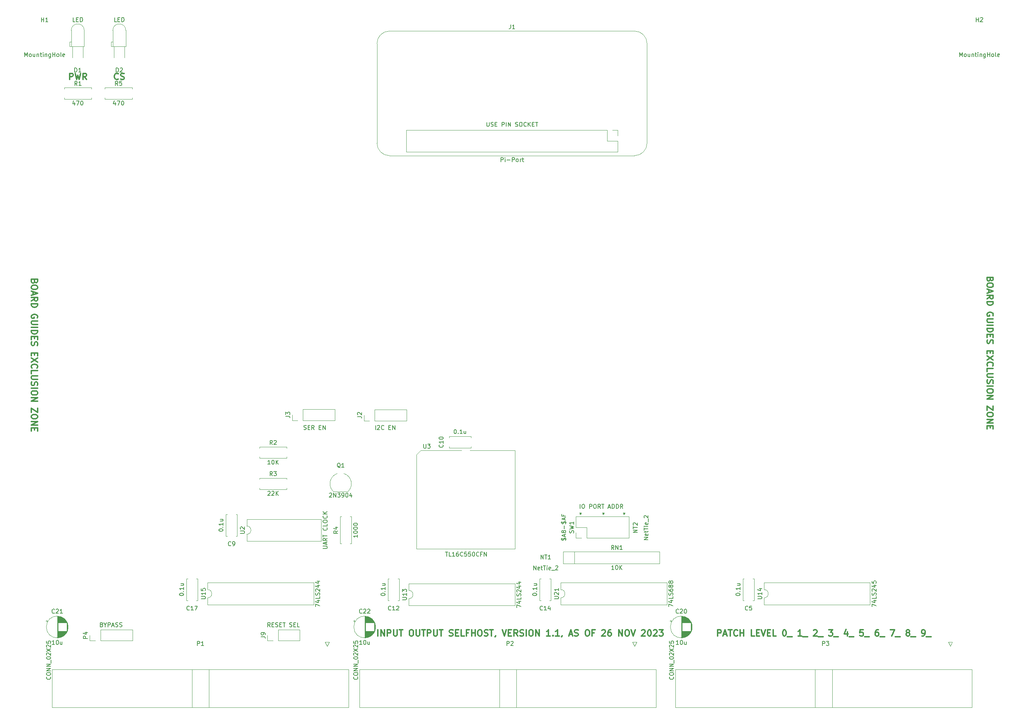
<source format=gbr>
%TF.GenerationSoftware,KiCad,Pcbnew,(6.0.11)*%
%TF.CreationDate,2023-12-17T12:14:55-05:00*%
%TF.ProjectId,input-output.SelfHost,696e7075-742d-46f7-9574-7075742e5365,rev?*%
%TF.SameCoordinates,Original*%
%TF.FileFunction,Legend,Top*%
%TF.FilePolarity,Positive*%
%FSLAX46Y46*%
G04 Gerber Fmt 4.6, Leading zero omitted, Abs format (unit mm)*
G04 Created by KiCad (PCBNEW (6.0.11)) date 2023-12-17 12:14:55*
%MOMM*%
%LPD*%
G01*
G04 APERTURE LIST*
%ADD10C,0.300000*%
%ADD11C,0.150000*%
%ADD12C,0.120000*%
G04 APERTURE END LIST*
D10*
X267607142Y-133285714D02*
X267535714Y-133500000D01*
X267464285Y-133571428D01*
X267321428Y-133642857D01*
X267107142Y-133642857D01*
X266964285Y-133571428D01*
X266892857Y-133500000D01*
X266821428Y-133357142D01*
X266821428Y-132785714D01*
X268321428Y-132785714D01*
X268321428Y-133285714D01*
X268250000Y-133428571D01*
X268178571Y-133500000D01*
X268035714Y-133571428D01*
X267892857Y-133571428D01*
X267750000Y-133500000D01*
X267678571Y-133428571D01*
X267607142Y-133285714D01*
X267607142Y-132785714D01*
X268321428Y-134571428D02*
X268321428Y-134857142D01*
X268250000Y-135000000D01*
X268107142Y-135142857D01*
X267821428Y-135214285D01*
X267321428Y-135214285D01*
X267035714Y-135142857D01*
X266892857Y-135000000D01*
X266821428Y-134857142D01*
X266821428Y-134571428D01*
X266892857Y-134428571D01*
X267035714Y-134285714D01*
X267321428Y-134214285D01*
X267821428Y-134214285D01*
X268107142Y-134285714D01*
X268250000Y-134428571D01*
X268321428Y-134571428D01*
X267250000Y-135785714D02*
X267250000Y-136500000D01*
X266821428Y-135642857D02*
X268321428Y-136142857D01*
X266821428Y-136642857D01*
X266821428Y-138000000D02*
X267535714Y-137500000D01*
X266821428Y-137142857D02*
X268321428Y-137142857D01*
X268321428Y-137714285D01*
X268250000Y-137857142D01*
X268178571Y-137928571D01*
X268035714Y-138000000D01*
X267821428Y-138000000D01*
X267678571Y-137928571D01*
X267607142Y-137857142D01*
X267535714Y-137714285D01*
X267535714Y-137142857D01*
X266821428Y-138642857D02*
X268321428Y-138642857D01*
X268321428Y-139000000D01*
X268250000Y-139214285D01*
X268107142Y-139357142D01*
X267964285Y-139428571D01*
X267678571Y-139500000D01*
X267464285Y-139500000D01*
X267178571Y-139428571D01*
X267035714Y-139357142D01*
X266892857Y-139214285D01*
X266821428Y-139000000D01*
X266821428Y-138642857D01*
X268250000Y-142071428D02*
X268321428Y-141928571D01*
X268321428Y-141714285D01*
X268250000Y-141500000D01*
X268107142Y-141357142D01*
X267964285Y-141285714D01*
X267678571Y-141214285D01*
X267464285Y-141214285D01*
X267178571Y-141285714D01*
X267035714Y-141357142D01*
X266892857Y-141500000D01*
X266821428Y-141714285D01*
X266821428Y-141857142D01*
X266892857Y-142071428D01*
X266964285Y-142142857D01*
X267464285Y-142142857D01*
X267464285Y-141857142D01*
X268321428Y-142785714D02*
X267107142Y-142785714D01*
X266964285Y-142857142D01*
X266892857Y-142928571D01*
X266821428Y-143071428D01*
X266821428Y-143357142D01*
X266892857Y-143500000D01*
X266964285Y-143571428D01*
X267107142Y-143642857D01*
X268321428Y-143642857D01*
X266821428Y-144357142D02*
X268321428Y-144357142D01*
X266821428Y-145071428D02*
X268321428Y-145071428D01*
X268321428Y-145428571D01*
X268250000Y-145642857D01*
X268107142Y-145785714D01*
X267964285Y-145857142D01*
X267678571Y-145928571D01*
X267464285Y-145928571D01*
X267178571Y-145857142D01*
X267035714Y-145785714D01*
X266892857Y-145642857D01*
X266821428Y-145428571D01*
X266821428Y-145071428D01*
X267607142Y-146571428D02*
X267607142Y-147071428D01*
X266821428Y-147285714D02*
X266821428Y-146571428D01*
X268321428Y-146571428D01*
X268321428Y-147285714D01*
X266892857Y-147857142D02*
X266821428Y-148071428D01*
X266821428Y-148428571D01*
X266892857Y-148571428D01*
X266964285Y-148642857D01*
X267107142Y-148714285D01*
X267250000Y-148714285D01*
X267392857Y-148642857D01*
X267464285Y-148571428D01*
X267535714Y-148428571D01*
X267607142Y-148142857D01*
X267678571Y-148000000D01*
X267750000Y-147928571D01*
X267892857Y-147857142D01*
X268035714Y-147857142D01*
X268178571Y-147928571D01*
X268250000Y-148000000D01*
X268321428Y-148142857D01*
X268321428Y-148500000D01*
X268250000Y-148714285D01*
X267607142Y-150500000D02*
X267607142Y-151000000D01*
X266821428Y-151214285D02*
X266821428Y-150500000D01*
X268321428Y-150500000D01*
X268321428Y-151214285D01*
X268321428Y-151714285D02*
X266821428Y-152714285D01*
X268321428Y-152714285D02*
X266821428Y-151714285D01*
X266964285Y-154142857D02*
X266892857Y-154071428D01*
X266821428Y-153857142D01*
X266821428Y-153714285D01*
X266892857Y-153500000D01*
X267035714Y-153357142D01*
X267178571Y-153285714D01*
X267464285Y-153214285D01*
X267678571Y-153214285D01*
X267964285Y-153285714D01*
X268107142Y-153357142D01*
X268250000Y-153500000D01*
X268321428Y-153714285D01*
X268321428Y-153857142D01*
X268250000Y-154071428D01*
X268178571Y-154142857D01*
X266821428Y-155500000D02*
X266821428Y-154785714D01*
X268321428Y-154785714D01*
X268321428Y-156000000D02*
X267107142Y-156000000D01*
X266964285Y-156071428D01*
X266892857Y-156142857D01*
X266821428Y-156285714D01*
X266821428Y-156571428D01*
X266892857Y-156714285D01*
X266964285Y-156785714D01*
X267107142Y-156857142D01*
X268321428Y-156857142D01*
X266892857Y-157500000D02*
X266821428Y-157714285D01*
X266821428Y-158071428D01*
X266892857Y-158214285D01*
X266964285Y-158285714D01*
X267107142Y-158357142D01*
X267250000Y-158357142D01*
X267392857Y-158285714D01*
X267464285Y-158214285D01*
X267535714Y-158071428D01*
X267607142Y-157785714D01*
X267678571Y-157642857D01*
X267750000Y-157571428D01*
X267892857Y-157500000D01*
X268035714Y-157500000D01*
X268178571Y-157571428D01*
X268250000Y-157642857D01*
X268321428Y-157785714D01*
X268321428Y-158142857D01*
X268250000Y-158357142D01*
X266821428Y-159000000D02*
X268321428Y-159000000D01*
X268321428Y-160000000D02*
X268321428Y-160285714D01*
X268250000Y-160428571D01*
X268107142Y-160571428D01*
X267821428Y-160642857D01*
X267321428Y-160642857D01*
X267035714Y-160571428D01*
X266892857Y-160428571D01*
X266821428Y-160285714D01*
X266821428Y-160000000D01*
X266892857Y-159857142D01*
X267035714Y-159714285D01*
X267321428Y-159642857D01*
X267821428Y-159642857D01*
X268107142Y-159714285D01*
X268250000Y-159857142D01*
X268321428Y-160000000D01*
X266821428Y-161285714D02*
X268321428Y-161285714D01*
X266821428Y-162142857D01*
X268321428Y-162142857D01*
X268321428Y-163857142D02*
X268321428Y-164857142D01*
X266821428Y-163857142D01*
X266821428Y-164857142D01*
X268321428Y-165714285D02*
X268321428Y-166000000D01*
X268250000Y-166142857D01*
X268107142Y-166285714D01*
X267821428Y-166357142D01*
X267321428Y-166357142D01*
X267035714Y-166285714D01*
X266892857Y-166142857D01*
X266821428Y-166000000D01*
X266821428Y-165714285D01*
X266892857Y-165571428D01*
X267035714Y-165428571D01*
X267321428Y-165357142D01*
X267821428Y-165357142D01*
X268107142Y-165428571D01*
X268250000Y-165571428D01*
X268321428Y-165714285D01*
X266821428Y-167000000D02*
X268321428Y-167000000D01*
X266821428Y-167857142D01*
X268321428Y-167857142D01*
X267607142Y-168571428D02*
X267607142Y-169071428D01*
X266821428Y-169285714D02*
X266821428Y-168571428D01*
X268321428Y-168571428D01*
X268321428Y-169285714D01*
X37607142Y-133785714D02*
X37535714Y-134000000D01*
X37464285Y-134071428D01*
X37321428Y-134142857D01*
X37107142Y-134142857D01*
X36964285Y-134071428D01*
X36892857Y-134000000D01*
X36821428Y-133857142D01*
X36821428Y-133285714D01*
X38321428Y-133285714D01*
X38321428Y-133785714D01*
X38250000Y-133928571D01*
X38178571Y-134000000D01*
X38035714Y-134071428D01*
X37892857Y-134071428D01*
X37750000Y-134000000D01*
X37678571Y-133928571D01*
X37607142Y-133785714D01*
X37607142Y-133285714D01*
X38321428Y-135071428D02*
X38321428Y-135357142D01*
X38250000Y-135500000D01*
X38107142Y-135642857D01*
X37821428Y-135714285D01*
X37321428Y-135714285D01*
X37035714Y-135642857D01*
X36892857Y-135500000D01*
X36821428Y-135357142D01*
X36821428Y-135071428D01*
X36892857Y-134928571D01*
X37035714Y-134785714D01*
X37321428Y-134714285D01*
X37821428Y-134714285D01*
X38107142Y-134785714D01*
X38250000Y-134928571D01*
X38321428Y-135071428D01*
X37250000Y-136285714D02*
X37250000Y-137000000D01*
X36821428Y-136142857D02*
X38321428Y-136642857D01*
X36821428Y-137142857D01*
X36821428Y-138500000D02*
X37535714Y-138000000D01*
X36821428Y-137642857D02*
X38321428Y-137642857D01*
X38321428Y-138214285D01*
X38250000Y-138357142D01*
X38178571Y-138428571D01*
X38035714Y-138500000D01*
X37821428Y-138500000D01*
X37678571Y-138428571D01*
X37607142Y-138357142D01*
X37535714Y-138214285D01*
X37535714Y-137642857D01*
X36821428Y-139142857D02*
X38321428Y-139142857D01*
X38321428Y-139500000D01*
X38250000Y-139714285D01*
X38107142Y-139857142D01*
X37964285Y-139928571D01*
X37678571Y-140000000D01*
X37464285Y-140000000D01*
X37178571Y-139928571D01*
X37035714Y-139857142D01*
X36892857Y-139714285D01*
X36821428Y-139500000D01*
X36821428Y-139142857D01*
X38250000Y-142571428D02*
X38321428Y-142428571D01*
X38321428Y-142214285D01*
X38250000Y-142000000D01*
X38107142Y-141857142D01*
X37964285Y-141785714D01*
X37678571Y-141714285D01*
X37464285Y-141714285D01*
X37178571Y-141785714D01*
X37035714Y-141857142D01*
X36892857Y-142000000D01*
X36821428Y-142214285D01*
X36821428Y-142357142D01*
X36892857Y-142571428D01*
X36964285Y-142642857D01*
X37464285Y-142642857D01*
X37464285Y-142357142D01*
X38321428Y-143285714D02*
X37107142Y-143285714D01*
X36964285Y-143357142D01*
X36892857Y-143428571D01*
X36821428Y-143571428D01*
X36821428Y-143857142D01*
X36892857Y-144000000D01*
X36964285Y-144071428D01*
X37107142Y-144142857D01*
X38321428Y-144142857D01*
X36821428Y-144857142D02*
X38321428Y-144857142D01*
X36821428Y-145571428D02*
X38321428Y-145571428D01*
X38321428Y-145928571D01*
X38250000Y-146142857D01*
X38107142Y-146285714D01*
X37964285Y-146357142D01*
X37678571Y-146428571D01*
X37464285Y-146428571D01*
X37178571Y-146357142D01*
X37035714Y-146285714D01*
X36892857Y-146142857D01*
X36821428Y-145928571D01*
X36821428Y-145571428D01*
X37607142Y-147071428D02*
X37607142Y-147571428D01*
X36821428Y-147785714D02*
X36821428Y-147071428D01*
X38321428Y-147071428D01*
X38321428Y-147785714D01*
X36892857Y-148357142D02*
X36821428Y-148571428D01*
X36821428Y-148928571D01*
X36892857Y-149071428D01*
X36964285Y-149142857D01*
X37107142Y-149214285D01*
X37250000Y-149214285D01*
X37392857Y-149142857D01*
X37464285Y-149071428D01*
X37535714Y-148928571D01*
X37607142Y-148642857D01*
X37678571Y-148500000D01*
X37750000Y-148428571D01*
X37892857Y-148357142D01*
X38035714Y-148357142D01*
X38178571Y-148428571D01*
X38250000Y-148500000D01*
X38321428Y-148642857D01*
X38321428Y-149000000D01*
X38250000Y-149214285D01*
X37607142Y-151000000D02*
X37607142Y-151500000D01*
X36821428Y-151714285D02*
X36821428Y-151000000D01*
X38321428Y-151000000D01*
X38321428Y-151714285D01*
X38321428Y-152214285D02*
X36821428Y-153214285D01*
X38321428Y-153214285D02*
X36821428Y-152214285D01*
X36964285Y-154642857D02*
X36892857Y-154571428D01*
X36821428Y-154357142D01*
X36821428Y-154214285D01*
X36892857Y-154000000D01*
X37035714Y-153857142D01*
X37178571Y-153785714D01*
X37464285Y-153714285D01*
X37678571Y-153714285D01*
X37964285Y-153785714D01*
X38107142Y-153857142D01*
X38250000Y-154000000D01*
X38321428Y-154214285D01*
X38321428Y-154357142D01*
X38250000Y-154571428D01*
X38178571Y-154642857D01*
X36821428Y-156000000D02*
X36821428Y-155285714D01*
X38321428Y-155285714D01*
X38321428Y-156500000D02*
X37107142Y-156500000D01*
X36964285Y-156571428D01*
X36892857Y-156642857D01*
X36821428Y-156785714D01*
X36821428Y-157071428D01*
X36892857Y-157214285D01*
X36964285Y-157285714D01*
X37107142Y-157357142D01*
X38321428Y-157357142D01*
X36892857Y-158000000D02*
X36821428Y-158214285D01*
X36821428Y-158571428D01*
X36892857Y-158714285D01*
X36964285Y-158785714D01*
X37107142Y-158857142D01*
X37250000Y-158857142D01*
X37392857Y-158785714D01*
X37464285Y-158714285D01*
X37535714Y-158571428D01*
X37607142Y-158285714D01*
X37678571Y-158142857D01*
X37750000Y-158071428D01*
X37892857Y-158000000D01*
X38035714Y-158000000D01*
X38178571Y-158071428D01*
X38250000Y-158142857D01*
X38321428Y-158285714D01*
X38321428Y-158642857D01*
X38250000Y-158857142D01*
X36821428Y-159500000D02*
X38321428Y-159500000D01*
X38321428Y-160500000D02*
X38321428Y-160785714D01*
X38250000Y-160928571D01*
X38107142Y-161071428D01*
X37821428Y-161142857D01*
X37321428Y-161142857D01*
X37035714Y-161071428D01*
X36892857Y-160928571D01*
X36821428Y-160785714D01*
X36821428Y-160500000D01*
X36892857Y-160357142D01*
X37035714Y-160214285D01*
X37321428Y-160142857D01*
X37821428Y-160142857D01*
X38107142Y-160214285D01*
X38250000Y-160357142D01*
X38321428Y-160500000D01*
X36821428Y-161785714D02*
X38321428Y-161785714D01*
X36821428Y-162642857D01*
X38321428Y-162642857D01*
X38321428Y-164357142D02*
X38321428Y-165357142D01*
X36821428Y-164357142D01*
X36821428Y-165357142D01*
X38321428Y-166214285D02*
X38321428Y-166500000D01*
X38250000Y-166642857D01*
X38107142Y-166785714D01*
X37821428Y-166857142D01*
X37321428Y-166857142D01*
X37035714Y-166785714D01*
X36892857Y-166642857D01*
X36821428Y-166500000D01*
X36821428Y-166214285D01*
X36892857Y-166071428D01*
X37035714Y-165928571D01*
X37321428Y-165857142D01*
X37821428Y-165857142D01*
X38107142Y-165928571D01*
X38250000Y-166071428D01*
X38321428Y-166214285D01*
X36821428Y-167500000D02*
X38321428Y-167500000D01*
X36821428Y-168357142D01*
X38321428Y-168357142D01*
X37607142Y-169071428D02*
X37607142Y-169571428D01*
X36821428Y-169785714D02*
X36821428Y-169071428D01*
X38321428Y-169071428D01*
X38321428Y-169785714D01*
X57750000Y-85035714D02*
X57678571Y-85107142D01*
X57464285Y-85178571D01*
X57321428Y-85178571D01*
X57107142Y-85107142D01*
X56964285Y-84964285D01*
X56892857Y-84821428D01*
X56821428Y-84535714D01*
X56821428Y-84321428D01*
X56892857Y-84035714D01*
X56964285Y-83892857D01*
X57107142Y-83750000D01*
X57321428Y-83678571D01*
X57464285Y-83678571D01*
X57678571Y-83750000D01*
X57750000Y-83821428D01*
X58321428Y-85107142D02*
X58535714Y-85178571D01*
X58892857Y-85178571D01*
X59035714Y-85107142D01*
X59107142Y-85035714D01*
X59178571Y-84892857D01*
X59178571Y-84750000D01*
X59107142Y-84607142D01*
X59035714Y-84535714D01*
X58892857Y-84464285D01*
X58607142Y-84392857D01*
X58464285Y-84321428D01*
X58392857Y-84250000D01*
X58321428Y-84107142D01*
X58321428Y-83964285D01*
X58392857Y-83821428D01*
X58464285Y-83750000D01*
X58607142Y-83678571D01*
X58964285Y-83678571D01*
X59178571Y-83750000D01*
D11*
X169000000Y-189452380D02*
X169000000Y-189690476D01*
X168761904Y-189595238D02*
X169000000Y-189690476D01*
X169238095Y-189595238D01*
X168857142Y-189880952D02*
X169000000Y-189690476D01*
X169142857Y-189880952D01*
D10*
X120214285Y-219178571D02*
X120214285Y-217678571D01*
X120928571Y-219178571D02*
X120928571Y-217678571D01*
X121785714Y-219178571D01*
X121785714Y-217678571D01*
X122500000Y-219178571D02*
X122500000Y-217678571D01*
X123071428Y-217678571D01*
X123214285Y-217750000D01*
X123285714Y-217821428D01*
X123357142Y-217964285D01*
X123357142Y-218178571D01*
X123285714Y-218321428D01*
X123214285Y-218392857D01*
X123071428Y-218464285D01*
X122500000Y-218464285D01*
X124000000Y-217678571D02*
X124000000Y-218892857D01*
X124071428Y-219035714D01*
X124142857Y-219107142D01*
X124285714Y-219178571D01*
X124571428Y-219178571D01*
X124714285Y-219107142D01*
X124785714Y-219035714D01*
X124857142Y-218892857D01*
X124857142Y-217678571D01*
X125357142Y-217678571D02*
X126214285Y-217678571D01*
X125785714Y-219178571D02*
X125785714Y-217678571D01*
X128142857Y-217678571D02*
X128428571Y-217678571D01*
X128571428Y-217750000D01*
X128714285Y-217892857D01*
X128785714Y-218178571D01*
X128785714Y-218678571D01*
X128714285Y-218964285D01*
X128571428Y-219107142D01*
X128428571Y-219178571D01*
X128142857Y-219178571D01*
X128000000Y-219107142D01*
X127857142Y-218964285D01*
X127785714Y-218678571D01*
X127785714Y-218178571D01*
X127857142Y-217892857D01*
X128000000Y-217750000D01*
X128142857Y-217678571D01*
X129428571Y-217678571D02*
X129428571Y-218892857D01*
X129500000Y-219035714D01*
X129571428Y-219107142D01*
X129714285Y-219178571D01*
X130000000Y-219178571D01*
X130142857Y-219107142D01*
X130214285Y-219035714D01*
X130285714Y-218892857D01*
X130285714Y-217678571D01*
X130785714Y-217678571D02*
X131642857Y-217678571D01*
X131214285Y-219178571D02*
X131214285Y-217678571D01*
X132142857Y-219178571D02*
X132142857Y-217678571D01*
X132714285Y-217678571D01*
X132857142Y-217750000D01*
X132928571Y-217821428D01*
X133000000Y-217964285D01*
X133000000Y-218178571D01*
X132928571Y-218321428D01*
X132857142Y-218392857D01*
X132714285Y-218464285D01*
X132142857Y-218464285D01*
X133642857Y-217678571D02*
X133642857Y-218892857D01*
X133714285Y-219035714D01*
X133785714Y-219107142D01*
X133928571Y-219178571D01*
X134214285Y-219178571D01*
X134357142Y-219107142D01*
X134428571Y-219035714D01*
X134500000Y-218892857D01*
X134500000Y-217678571D01*
X135000000Y-217678571D02*
X135857142Y-217678571D01*
X135428571Y-219178571D02*
X135428571Y-217678571D01*
X137428571Y-219107142D02*
X137642857Y-219178571D01*
X138000000Y-219178571D01*
X138142857Y-219107142D01*
X138214285Y-219035714D01*
X138285714Y-218892857D01*
X138285714Y-218750000D01*
X138214285Y-218607142D01*
X138142857Y-218535714D01*
X138000000Y-218464285D01*
X137714285Y-218392857D01*
X137571428Y-218321428D01*
X137500000Y-218250000D01*
X137428571Y-218107142D01*
X137428571Y-217964285D01*
X137500000Y-217821428D01*
X137571428Y-217750000D01*
X137714285Y-217678571D01*
X138071428Y-217678571D01*
X138285714Y-217750000D01*
X138928571Y-218392857D02*
X139428571Y-218392857D01*
X139642857Y-219178571D02*
X138928571Y-219178571D01*
X138928571Y-217678571D01*
X139642857Y-217678571D01*
X141000000Y-219178571D02*
X140285714Y-219178571D01*
X140285714Y-217678571D01*
X142000000Y-218392857D02*
X141500000Y-218392857D01*
X141500000Y-219178571D02*
X141500000Y-217678571D01*
X142214285Y-217678571D01*
X142785714Y-219178571D02*
X142785714Y-217678571D01*
X142785714Y-218392857D02*
X143642857Y-218392857D01*
X143642857Y-219178571D02*
X143642857Y-217678571D01*
X144642857Y-217678571D02*
X144928571Y-217678571D01*
X145071428Y-217750000D01*
X145214285Y-217892857D01*
X145285714Y-218178571D01*
X145285714Y-218678571D01*
X145214285Y-218964285D01*
X145071428Y-219107142D01*
X144928571Y-219178571D01*
X144642857Y-219178571D01*
X144500000Y-219107142D01*
X144357142Y-218964285D01*
X144285714Y-218678571D01*
X144285714Y-218178571D01*
X144357142Y-217892857D01*
X144500000Y-217750000D01*
X144642857Y-217678571D01*
X145857142Y-219107142D02*
X146071428Y-219178571D01*
X146428571Y-219178571D01*
X146571428Y-219107142D01*
X146642857Y-219035714D01*
X146714285Y-218892857D01*
X146714285Y-218750000D01*
X146642857Y-218607142D01*
X146571428Y-218535714D01*
X146428571Y-218464285D01*
X146142857Y-218392857D01*
X146000000Y-218321428D01*
X145928571Y-218250000D01*
X145857142Y-218107142D01*
X145857142Y-217964285D01*
X145928571Y-217821428D01*
X146000000Y-217750000D01*
X146142857Y-217678571D01*
X146500000Y-217678571D01*
X146714285Y-217750000D01*
X147142857Y-217678571D02*
X148000000Y-217678571D01*
X147571428Y-219178571D02*
X147571428Y-217678571D01*
X148571428Y-219107142D02*
X148571428Y-219178571D01*
X148500000Y-219321428D01*
X148428571Y-219392857D01*
X150142857Y-217678571D02*
X150642857Y-219178571D01*
X151142857Y-217678571D01*
X151642857Y-218392857D02*
X152142857Y-218392857D01*
X152357142Y-219178571D02*
X151642857Y-219178571D01*
X151642857Y-217678571D01*
X152357142Y-217678571D01*
X153857142Y-219178571D02*
X153357142Y-218464285D01*
X153000000Y-219178571D02*
X153000000Y-217678571D01*
X153571428Y-217678571D01*
X153714285Y-217750000D01*
X153785714Y-217821428D01*
X153857142Y-217964285D01*
X153857142Y-218178571D01*
X153785714Y-218321428D01*
X153714285Y-218392857D01*
X153571428Y-218464285D01*
X153000000Y-218464285D01*
X154428571Y-219107142D02*
X154642857Y-219178571D01*
X155000000Y-219178571D01*
X155142857Y-219107142D01*
X155214285Y-219035714D01*
X155285714Y-218892857D01*
X155285714Y-218750000D01*
X155214285Y-218607142D01*
X155142857Y-218535714D01*
X155000000Y-218464285D01*
X154714285Y-218392857D01*
X154571428Y-218321428D01*
X154500000Y-218250000D01*
X154428571Y-218107142D01*
X154428571Y-217964285D01*
X154500000Y-217821428D01*
X154571428Y-217750000D01*
X154714285Y-217678571D01*
X155071428Y-217678571D01*
X155285714Y-217750000D01*
X155928571Y-219178571D02*
X155928571Y-217678571D01*
X156928571Y-217678571D02*
X157214285Y-217678571D01*
X157357142Y-217750000D01*
X157500000Y-217892857D01*
X157571428Y-218178571D01*
X157571428Y-218678571D01*
X157500000Y-218964285D01*
X157357142Y-219107142D01*
X157214285Y-219178571D01*
X156928571Y-219178571D01*
X156785714Y-219107142D01*
X156642857Y-218964285D01*
X156571428Y-218678571D01*
X156571428Y-218178571D01*
X156642857Y-217892857D01*
X156785714Y-217750000D01*
X156928571Y-217678571D01*
X158214285Y-219178571D02*
X158214285Y-217678571D01*
X159071428Y-219178571D01*
X159071428Y-217678571D01*
X161714285Y-219178571D02*
X160857142Y-219178571D01*
X161285714Y-219178571D02*
X161285714Y-217678571D01*
X161142857Y-217892857D01*
X161000000Y-218035714D01*
X160857142Y-218107142D01*
X162357142Y-219035714D02*
X162428571Y-219107142D01*
X162357142Y-219178571D01*
X162285714Y-219107142D01*
X162357142Y-219035714D01*
X162357142Y-219178571D01*
X163857142Y-219178571D02*
X163000000Y-219178571D01*
X163428571Y-219178571D02*
X163428571Y-217678571D01*
X163285714Y-217892857D01*
X163142857Y-218035714D01*
X163000000Y-218107142D01*
X164571428Y-219107142D02*
X164571428Y-219178571D01*
X164500000Y-219321428D01*
X164428571Y-219392857D01*
X166285714Y-218750000D02*
X167000000Y-218750000D01*
X166142857Y-219178571D02*
X166642857Y-217678571D01*
X167142857Y-219178571D01*
X167571428Y-219107142D02*
X167785714Y-219178571D01*
X168142857Y-219178571D01*
X168285714Y-219107142D01*
X168357142Y-219035714D01*
X168428571Y-218892857D01*
X168428571Y-218750000D01*
X168357142Y-218607142D01*
X168285714Y-218535714D01*
X168142857Y-218464285D01*
X167857142Y-218392857D01*
X167714285Y-218321428D01*
X167642857Y-218250000D01*
X167571428Y-218107142D01*
X167571428Y-217964285D01*
X167642857Y-217821428D01*
X167714285Y-217750000D01*
X167857142Y-217678571D01*
X168214285Y-217678571D01*
X168428571Y-217750000D01*
X170500000Y-217678571D02*
X170785714Y-217678571D01*
X170928571Y-217750000D01*
X171071428Y-217892857D01*
X171142857Y-218178571D01*
X171142857Y-218678571D01*
X171071428Y-218964285D01*
X170928571Y-219107142D01*
X170785714Y-219178571D01*
X170500000Y-219178571D01*
X170357142Y-219107142D01*
X170214285Y-218964285D01*
X170142857Y-218678571D01*
X170142857Y-218178571D01*
X170214285Y-217892857D01*
X170357142Y-217750000D01*
X170500000Y-217678571D01*
X172285714Y-218392857D02*
X171785714Y-218392857D01*
X171785714Y-219178571D02*
X171785714Y-217678571D01*
X172500000Y-217678571D01*
X174142857Y-217821428D02*
X174214285Y-217750000D01*
X174357142Y-217678571D01*
X174714285Y-217678571D01*
X174857142Y-217750000D01*
X174928571Y-217821428D01*
X175000000Y-217964285D01*
X175000000Y-218107142D01*
X174928571Y-218321428D01*
X174071428Y-219178571D01*
X175000000Y-219178571D01*
X176285714Y-217678571D02*
X176000000Y-217678571D01*
X175857142Y-217750000D01*
X175785714Y-217821428D01*
X175642857Y-218035714D01*
X175571428Y-218321428D01*
X175571428Y-218892857D01*
X175642857Y-219035714D01*
X175714285Y-219107142D01*
X175857142Y-219178571D01*
X176142857Y-219178571D01*
X176285714Y-219107142D01*
X176357142Y-219035714D01*
X176428571Y-218892857D01*
X176428571Y-218535714D01*
X176357142Y-218392857D01*
X176285714Y-218321428D01*
X176142857Y-218250000D01*
X175857142Y-218250000D01*
X175714285Y-218321428D01*
X175642857Y-218392857D01*
X175571428Y-218535714D01*
X178214285Y-219178571D02*
X178214285Y-217678571D01*
X179071428Y-219178571D01*
X179071428Y-217678571D01*
X180071428Y-217678571D02*
X180357142Y-217678571D01*
X180500000Y-217750000D01*
X180642857Y-217892857D01*
X180714285Y-218178571D01*
X180714285Y-218678571D01*
X180642857Y-218964285D01*
X180500000Y-219107142D01*
X180357142Y-219178571D01*
X180071428Y-219178571D01*
X179928571Y-219107142D01*
X179785714Y-218964285D01*
X179714285Y-218678571D01*
X179714285Y-218178571D01*
X179785714Y-217892857D01*
X179928571Y-217750000D01*
X180071428Y-217678571D01*
X181142857Y-217678571D02*
X181642857Y-219178571D01*
X182142857Y-217678571D01*
X183714285Y-217821428D02*
X183785714Y-217750000D01*
X183928571Y-217678571D01*
X184285714Y-217678571D01*
X184428571Y-217750000D01*
X184500000Y-217821428D01*
X184571428Y-217964285D01*
X184571428Y-218107142D01*
X184500000Y-218321428D01*
X183642857Y-219178571D01*
X184571428Y-219178571D01*
X185500000Y-217678571D02*
X185642857Y-217678571D01*
X185785714Y-217750000D01*
X185857142Y-217821428D01*
X185928571Y-217964285D01*
X186000000Y-218250000D01*
X186000000Y-218607142D01*
X185928571Y-218892857D01*
X185857142Y-219035714D01*
X185785714Y-219107142D01*
X185642857Y-219178571D01*
X185500000Y-219178571D01*
X185357142Y-219107142D01*
X185285714Y-219035714D01*
X185214285Y-218892857D01*
X185142857Y-218607142D01*
X185142857Y-218250000D01*
X185214285Y-217964285D01*
X185285714Y-217821428D01*
X185357142Y-217750000D01*
X185500000Y-217678571D01*
X186571428Y-217821428D02*
X186642857Y-217750000D01*
X186785714Y-217678571D01*
X187142857Y-217678571D01*
X187285714Y-217750000D01*
X187357142Y-217821428D01*
X187428571Y-217964285D01*
X187428571Y-218107142D01*
X187357142Y-218321428D01*
X186500000Y-219178571D01*
X187428571Y-219178571D01*
X187928571Y-217678571D02*
X188857142Y-217678571D01*
X188357142Y-218250000D01*
X188571428Y-218250000D01*
X188714285Y-218321428D01*
X188785714Y-218392857D01*
X188857142Y-218535714D01*
X188857142Y-218892857D01*
X188785714Y-219035714D01*
X188714285Y-219107142D01*
X188571428Y-219178571D01*
X188142857Y-219178571D01*
X188000000Y-219107142D01*
X187928571Y-219035714D01*
D11*
X174500000Y-189452380D02*
X174500000Y-189690476D01*
X174261904Y-189595238D02*
X174500000Y-189690476D01*
X174738095Y-189595238D01*
X174357142Y-189880952D02*
X174500000Y-189690476D01*
X174642857Y-189880952D01*
X146428571Y-95452380D02*
X146428571Y-96261904D01*
X146476190Y-96357142D01*
X146523809Y-96404761D01*
X146619047Y-96452380D01*
X146809523Y-96452380D01*
X146904761Y-96404761D01*
X146952380Y-96357142D01*
X147000000Y-96261904D01*
X147000000Y-95452380D01*
X147428571Y-96404761D02*
X147571428Y-96452380D01*
X147809523Y-96452380D01*
X147904761Y-96404761D01*
X147952380Y-96357142D01*
X148000000Y-96261904D01*
X148000000Y-96166666D01*
X147952380Y-96071428D01*
X147904761Y-96023809D01*
X147809523Y-95976190D01*
X147619047Y-95928571D01*
X147523809Y-95880952D01*
X147476190Y-95833333D01*
X147428571Y-95738095D01*
X147428571Y-95642857D01*
X147476190Y-95547619D01*
X147523809Y-95500000D01*
X147619047Y-95452380D01*
X147857142Y-95452380D01*
X148000000Y-95500000D01*
X148428571Y-95928571D02*
X148761904Y-95928571D01*
X148904761Y-96452380D02*
X148428571Y-96452380D01*
X148428571Y-95452380D01*
X148904761Y-95452380D01*
X150095238Y-96452380D02*
X150095238Y-95452380D01*
X150476190Y-95452380D01*
X150571428Y-95500000D01*
X150619047Y-95547619D01*
X150666666Y-95642857D01*
X150666666Y-95785714D01*
X150619047Y-95880952D01*
X150571428Y-95928571D01*
X150476190Y-95976190D01*
X150095238Y-95976190D01*
X151095238Y-96452380D02*
X151095238Y-95452380D01*
X151571428Y-96452380D02*
X151571428Y-95452380D01*
X152142857Y-96452380D01*
X152142857Y-95452380D01*
X153333333Y-96404761D02*
X153476190Y-96452380D01*
X153714285Y-96452380D01*
X153809523Y-96404761D01*
X153857142Y-96357142D01*
X153904761Y-96261904D01*
X153904761Y-96166666D01*
X153857142Y-96071428D01*
X153809523Y-96023809D01*
X153714285Y-95976190D01*
X153523809Y-95928571D01*
X153428571Y-95880952D01*
X153380952Y-95833333D01*
X153333333Y-95738095D01*
X153333333Y-95642857D01*
X153380952Y-95547619D01*
X153428571Y-95500000D01*
X153523809Y-95452380D01*
X153761904Y-95452380D01*
X153904761Y-95500000D01*
X154523809Y-95452380D02*
X154714285Y-95452380D01*
X154809523Y-95500000D01*
X154904761Y-95595238D01*
X154952380Y-95785714D01*
X154952380Y-96119047D01*
X154904761Y-96309523D01*
X154809523Y-96404761D01*
X154714285Y-96452380D01*
X154523809Y-96452380D01*
X154428571Y-96404761D01*
X154333333Y-96309523D01*
X154285714Y-96119047D01*
X154285714Y-95785714D01*
X154333333Y-95595238D01*
X154428571Y-95500000D01*
X154523809Y-95452380D01*
X155952380Y-96357142D02*
X155904761Y-96404761D01*
X155761904Y-96452380D01*
X155666666Y-96452380D01*
X155523809Y-96404761D01*
X155428571Y-96309523D01*
X155380952Y-96214285D01*
X155333333Y-96023809D01*
X155333333Y-95880952D01*
X155380952Y-95690476D01*
X155428571Y-95595238D01*
X155523809Y-95500000D01*
X155666666Y-95452380D01*
X155761904Y-95452380D01*
X155904761Y-95500000D01*
X155952380Y-95547619D01*
X156380952Y-96452380D02*
X156380952Y-95452380D01*
X156952380Y-96452380D02*
X156523809Y-95880952D01*
X156952380Y-95452380D02*
X156380952Y-96023809D01*
X157380952Y-95928571D02*
X157714285Y-95928571D01*
X157857142Y-96452380D02*
X157380952Y-96452380D01*
X157380952Y-95452380D01*
X157857142Y-95452380D01*
X158142857Y-95452380D02*
X158714285Y-95452380D01*
X158428571Y-96452380D02*
X158428571Y-95452380D01*
D10*
X46000000Y-85178571D02*
X46000000Y-83678571D01*
X46571428Y-83678571D01*
X46714285Y-83750000D01*
X46785714Y-83821428D01*
X46857142Y-83964285D01*
X46857142Y-84178571D01*
X46785714Y-84321428D01*
X46714285Y-84392857D01*
X46571428Y-84464285D01*
X46000000Y-84464285D01*
X47357142Y-83678571D02*
X47714285Y-85178571D01*
X48000000Y-84107142D01*
X48285714Y-85178571D01*
X48642857Y-83678571D01*
X50071428Y-85178571D02*
X49571428Y-84464285D01*
X49214285Y-85178571D02*
X49214285Y-83678571D01*
X49785714Y-83678571D01*
X49928571Y-83750000D01*
X50000000Y-83821428D01*
X50071428Y-83964285D01*
X50071428Y-84178571D01*
X50000000Y-84321428D01*
X49928571Y-84392857D01*
X49785714Y-84464285D01*
X49214285Y-84464285D01*
D11*
X165404761Y-196142857D02*
X165452380Y-196000000D01*
X165452380Y-195761904D01*
X165404761Y-195666666D01*
X165357142Y-195619047D01*
X165261904Y-195571428D01*
X165166666Y-195571428D01*
X165071428Y-195619047D01*
X165023809Y-195666666D01*
X164976190Y-195761904D01*
X164928571Y-195952380D01*
X164880952Y-196047619D01*
X164833333Y-196095238D01*
X164738095Y-196142857D01*
X164642857Y-196142857D01*
X164547619Y-196095238D01*
X164500000Y-196047619D01*
X164452380Y-195952380D01*
X164452380Y-195714285D01*
X164500000Y-195571428D01*
X164309523Y-195857142D02*
X165595238Y-195857142D01*
X165166666Y-195190476D02*
X165166666Y-194714285D01*
X165452380Y-195285714D02*
X164452380Y-194952380D01*
X165452380Y-194619047D01*
X164880952Y-194142857D02*
X164833333Y-194238095D01*
X164785714Y-194285714D01*
X164690476Y-194333333D01*
X164642857Y-194333333D01*
X164547619Y-194285714D01*
X164500000Y-194238095D01*
X164452380Y-194142857D01*
X164452380Y-193952380D01*
X164500000Y-193857142D01*
X164547619Y-193809523D01*
X164642857Y-193761904D01*
X164690476Y-193761904D01*
X164785714Y-193809523D01*
X164833333Y-193857142D01*
X164880952Y-193952380D01*
X164880952Y-194142857D01*
X164928571Y-194238095D01*
X164976190Y-194285714D01*
X165071428Y-194333333D01*
X165261904Y-194333333D01*
X165357142Y-194285714D01*
X165404761Y-194238095D01*
X165452380Y-194142857D01*
X165452380Y-193952380D01*
X165404761Y-193857142D01*
X165357142Y-193809523D01*
X165261904Y-193761904D01*
X165071428Y-193761904D01*
X164976190Y-193809523D01*
X164928571Y-193857142D01*
X164880952Y-193952380D01*
X165071428Y-193333333D02*
X165071428Y-192571428D01*
X165404761Y-192142857D02*
X165452380Y-192000000D01*
X165452380Y-191761904D01*
X165404761Y-191666666D01*
X165357142Y-191619047D01*
X165261904Y-191571428D01*
X165166666Y-191571428D01*
X165071428Y-191619047D01*
X165023809Y-191666666D01*
X164976190Y-191761904D01*
X164928571Y-191952380D01*
X164880952Y-192047619D01*
X164833333Y-192095238D01*
X164738095Y-192142857D01*
X164642857Y-192142857D01*
X164547619Y-192095238D01*
X164500000Y-192047619D01*
X164452380Y-191952380D01*
X164452380Y-191714285D01*
X164500000Y-191571428D01*
X164309523Y-191857142D02*
X165595238Y-191857142D01*
X165166666Y-191190476D02*
X165166666Y-190714285D01*
X165452380Y-191285714D02*
X164452380Y-190952380D01*
X165452380Y-190619047D01*
X164928571Y-189952380D02*
X164928571Y-190285714D01*
X165452380Y-190285714D02*
X164452380Y-190285714D01*
X164452380Y-189809523D01*
D10*
X202000000Y-219178571D02*
X202000000Y-217678571D01*
X202571428Y-217678571D01*
X202714285Y-217750000D01*
X202785714Y-217821428D01*
X202857142Y-217964285D01*
X202857142Y-218178571D01*
X202785714Y-218321428D01*
X202714285Y-218392857D01*
X202571428Y-218464285D01*
X202000000Y-218464285D01*
X203428571Y-218750000D02*
X204142857Y-218750000D01*
X203285714Y-219178571D02*
X203785714Y-217678571D01*
X204285714Y-219178571D01*
X204571428Y-217678571D02*
X205428571Y-217678571D01*
X205000000Y-219178571D02*
X205000000Y-217678571D01*
X206785714Y-219035714D02*
X206714285Y-219107142D01*
X206500000Y-219178571D01*
X206357142Y-219178571D01*
X206142857Y-219107142D01*
X206000000Y-218964285D01*
X205928571Y-218821428D01*
X205857142Y-218535714D01*
X205857142Y-218321428D01*
X205928571Y-218035714D01*
X206000000Y-217892857D01*
X206142857Y-217750000D01*
X206357142Y-217678571D01*
X206500000Y-217678571D01*
X206714285Y-217750000D01*
X206785714Y-217821428D01*
X207428571Y-219178571D02*
X207428571Y-217678571D01*
X207428571Y-218392857D02*
X208285714Y-218392857D01*
X208285714Y-219178571D02*
X208285714Y-217678571D01*
X210857142Y-219178571D02*
X210142857Y-219178571D01*
X210142857Y-217678571D01*
X211357142Y-218392857D02*
X211857142Y-218392857D01*
X212071428Y-219178571D02*
X211357142Y-219178571D01*
X211357142Y-217678571D01*
X212071428Y-217678571D01*
X212500000Y-217678571D02*
X213000000Y-219178571D01*
X213500000Y-217678571D01*
X214000000Y-218392857D02*
X214500000Y-218392857D01*
X214714285Y-219178571D02*
X214000000Y-219178571D01*
X214000000Y-217678571D01*
X214714285Y-217678571D01*
X216071428Y-219178571D02*
X215357142Y-219178571D01*
X215357142Y-217678571D01*
X218000000Y-217678571D02*
X218142857Y-217678571D01*
X218285714Y-217750000D01*
X218357142Y-217821428D01*
X218428571Y-217964285D01*
X218500000Y-218250000D01*
X218500000Y-218607142D01*
X218428571Y-218892857D01*
X218357142Y-219035714D01*
X218285714Y-219107142D01*
X218142857Y-219178571D01*
X218000000Y-219178571D01*
X217857142Y-219107142D01*
X217785714Y-219035714D01*
X217714285Y-218892857D01*
X217642857Y-218607142D01*
X217642857Y-218250000D01*
X217714285Y-217964285D01*
X217785714Y-217821428D01*
X217857142Y-217750000D01*
X218000000Y-217678571D01*
X218785714Y-219321428D02*
X219928571Y-219321428D01*
X222214285Y-219178571D02*
X221357142Y-219178571D01*
X221785714Y-219178571D02*
X221785714Y-217678571D01*
X221642857Y-217892857D01*
X221500000Y-218035714D01*
X221357142Y-218107142D01*
X222500000Y-219321428D02*
X223642857Y-219321428D01*
X225071428Y-217821428D02*
X225142857Y-217750000D01*
X225285714Y-217678571D01*
X225642857Y-217678571D01*
X225785714Y-217750000D01*
X225857142Y-217821428D01*
X225928571Y-217964285D01*
X225928571Y-218107142D01*
X225857142Y-218321428D01*
X225000000Y-219178571D01*
X225928571Y-219178571D01*
X226214285Y-219321428D02*
X227357142Y-219321428D01*
X228714285Y-217678571D02*
X229642857Y-217678571D01*
X229142857Y-218250000D01*
X229357142Y-218250000D01*
X229500000Y-218321428D01*
X229571428Y-218392857D01*
X229642857Y-218535714D01*
X229642857Y-218892857D01*
X229571428Y-219035714D01*
X229500000Y-219107142D01*
X229357142Y-219178571D01*
X228928571Y-219178571D01*
X228785714Y-219107142D01*
X228714285Y-219035714D01*
X229928571Y-219321428D02*
X231071428Y-219321428D01*
X233214285Y-218178571D02*
X233214285Y-219178571D01*
X232857142Y-217607142D02*
X232500000Y-218678571D01*
X233428571Y-218678571D01*
X233642857Y-219321428D02*
X234785714Y-219321428D01*
X237000000Y-217678571D02*
X236285714Y-217678571D01*
X236214285Y-218392857D01*
X236285714Y-218321428D01*
X236428571Y-218250000D01*
X236785714Y-218250000D01*
X236928571Y-218321428D01*
X237000000Y-218392857D01*
X237071428Y-218535714D01*
X237071428Y-218892857D01*
X237000000Y-219035714D01*
X236928571Y-219107142D01*
X236785714Y-219178571D01*
X236428571Y-219178571D01*
X236285714Y-219107142D01*
X236214285Y-219035714D01*
X237357142Y-219321428D02*
X238499999Y-219321428D01*
X240642857Y-217678571D02*
X240357142Y-217678571D01*
X240214285Y-217750000D01*
X240142857Y-217821428D01*
X239999999Y-218035714D01*
X239928571Y-218321428D01*
X239928571Y-218892857D01*
X239999999Y-219035714D01*
X240071428Y-219107142D01*
X240214285Y-219178571D01*
X240499999Y-219178571D01*
X240642857Y-219107142D01*
X240714285Y-219035714D01*
X240785714Y-218892857D01*
X240785714Y-218535714D01*
X240714285Y-218392857D01*
X240642857Y-218321428D01*
X240499999Y-218250000D01*
X240214285Y-218250000D01*
X240071428Y-218321428D01*
X239999999Y-218392857D01*
X239928571Y-218535714D01*
X241071428Y-219321428D02*
X242214285Y-219321428D01*
X243571428Y-217678571D02*
X244571428Y-217678571D01*
X243928571Y-219178571D01*
X244785714Y-219321428D02*
X245928571Y-219321428D01*
X247642857Y-218321428D02*
X247499999Y-218250000D01*
X247428571Y-218178571D01*
X247357142Y-218035714D01*
X247357142Y-217964285D01*
X247428571Y-217821428D01*
X247499999Y-217750000D01*
X247642857Y-217678571D01*
X247928571Y-217678571D01*
X248071428Y-217750000D01*
X248142857Y-217821428D01*
X248214285Y-217964285D01*
X248214285Y-218035714D01*
X248142857Y-218178571D01*
X248071428Y-218250000D01*
X247928571Y-218321428D01*
X247642857Y-218321428D01*
X247499999Y-218392857D01*
X247428571Y-218464285D01*
X247357142Y-218607142D01*
X247357142Y-218892857D01*
X247428571Y-219035714D01*
X247499999Y-219107142D01*
X247642857Y-219178571D01*
X247928571Y-219178571D01*
X248071428Y-219107142D01*
X248142857Y-219035714D01*
X248214285Y-218892857D01*
X248214285Y-218607142D01*
X248142857Y-218464285D01*
X248071428Y-218392857D01*
X247928571Y-218321428D01*
X248499999Y-219321428D02*
X249642857Y-219321428D01*
X251214285Y-219178571D02*
X251499999Y-219178571D01*
X251642857Y-219107142D01*
X251714285Y-219035714D01*
X251857142Y-218821428D01*
X251928571Y-218535714D01*
X251928571Y-217964285D01*
X251857142Y-217821428D01*
X251785714Y-217750000D01*
X251642857Y-217678571D01*
X251357142Y-217678571D01*
X251214285Y-217750000D01*
X251142857Y-217821428D01*
X251071428Y-217964285D01*
X251071428Y-218321428D01*
X251142857Y-218464285D01*
X251214285Y-218535714D01*
X251357142Y-218607142D01*
X251642857Y-218607142D01*
X251785714Y-218535714D01*
X251857142Y-218464285D01*
X251928571Y-218321428D01*
X252214285Y-219321428D02*
X253357142Y-219321428D01*
D11*
X179500000Y-189452380D02*
X179500000Y-189690476D01*
X179261904Y-189595238D02*
X179500000Y-189690476D01*
X179738095Y-189595238D01*
X179357142Y-189880952D02*
X179500000Y-189690476D01*
X179642857Y-189880952D01*
%TO.C,H2*%
X264238095Y-71252380D02*
X264238095Y-70252380D01*
X264238095Y-70728571D02*
X264809523Y-70728571D01*
X264809523Y-71252380D02*
X264809523Y-70252380D01*
X265238095Y-70347619D02*
X265285714Y-70300000D01*
X265380952Y-70252380D01*
X265619047Y-70252380D01*
X265714285Y-70300000D01*
X265761904Y-70347619D01*
X265809523Y-70442857D01*
X265809523Y-70538095D01*
X265761904Y-70680952D01*
X265190476Y-71252380D01*
X265809523Y-71252380D01*
X260214285Y-79652380D02*
X260214285Y-78652380D01*
X260547619Y-79366666D01*
X260880952Y-78652380D01*
X260880952Y-79652380D01*
X261500000Y-79652380D02*
X261404761Y-79604761D01*
X261357142Y-79557142D01*
X261309523Y-79461904D01*
X261309523Y-79176190D01*
X261357142Y-79080952D01*
X261404761Y-79033333D01*
X261500000Y-78985714D01*
X261642857Y-78985714D01*
X261738095Y-79033333D01*
X261785714Y-79080952D01*
X261833333Y-79176190D01*
X261833333Y-79461904D01*
X261785714Y-79557142D01*
X261738095Y-79604761D01*
X261642857Y-79652380D01*
X261500000Y-79652380D01*
X262690476Y-78985714D02*
X262690476Y-79652380D01*
X262261904Y-78985714D02*
X262261904Y-79509523D01*
X262309523Y-79604761D01*
X262404761Y-79652380D01*
X262547619Y-79652380D01*
X262642857Y-79604761D01*
X262690476Y-79557142D01*
X263166666Y-78985714D02*
X263166666Y-79652380D01*
X263166666Y-79080952D02*
X263214285Y-79033333D01*
X263309523Y-78985714D01*
X263452380Y-78985714D01*
X263547619Y-79033333D01*
X263595238Y-79128571D01*
X263595238Y-79652380D01*
X263928571Y-78985714D02*
X264309523Y-78985714D01*
X264071428Y-78652380D02*
X264071428Y-79509523D01*
X264119047Y-79604761D01*
X264214285Y-79652380D01*
X264309523Y-79652380D01*
X264642857Y-79652380D02*
X264642857Y-78985714D01*
X264642857Y-78652380D02*
X264595238Y-78700000D01*
X264642857Y-78747619D01*
X264690476Y-78700000D01*
X264642857Y-78652380D01*
X264642857Y-78747619D01*
X265119047Y-78985714D02*
X265119047Y-79652380D01*
X265119047Y-79080952D02*
X265166666Y-79033333D01*
X265261904Y-78985714D01*
X265404761Y-78985714D01*
X265500000Y-79033333D01*
X265547619Y-79128571D01*
X265547619Y-79652380D01*
X266452380Y-78985714D02*
X266452380Y-79795238D01*
X266404761Y-79890476D01*
X266357142Y-79938095D01*
X266261904Y-79985714D01*
X266119047Y-79985714D01*
X266023809Y-79938095D01*
X266452380Y-79604761D02*
X266357142Y-79652380D01*
X266166666Y-79652380D01*
X266071428Y-79604761D01*
X266023809Y-79557142D01*
X265976190Y-79461904D01*
X265976190Y-79176190D01*
X266023809Y-79080952D01*
X266071428Y-79033333D01*
X266166666Y-78985714D01*
X266357142Y-78985714D01*
X266452380Y-79033333D01*
X266928571Y-79652380D02*
X266928571Y-78652380D01*
X266928571Y-79128571D02*
X267500000Y-79128571D01*
X267500000Y-79652380D02*
X267500000Y-78652380D01*
X268119047Y-79652380D02*
X268023809Y-79604761D01*
X267976190Y-79557142D01*
X267928571Y-79461904D01*
X267928571Y-79176190D01*
X267976190Y-79080952D01*
X268023809Y-79033333D01*
X268119047Y-78985714D01*
X268261904Y-78985714D01*
X268357142Y-79033333D01*
X268404761Y-79080952D01*
X268452380Y-79176190D01*
X268452380Y-79461904D01*
X268404761Y-79557142D01*
X268357142Y-79604761D01*
X268261904Y-79652380D01*
X268119047Y-79652380D01*
X269023809Y-79652380D02*
X268928571Y-79604761D01*
X268880952Y-79509523D01*
X268880952Y-78652380D01*
X269785714Y-79604761D02*
X269690476Y-79652380D01*
X269500000Y-79652380D01*
X269404761Y-79604761D01*
X269357142Y-79509523D01*
X269357142Y-79128571D01*
X269404761Y-79033333D01*
X269500000Y-78985714D01*
X269690476Y-78985714D01*
X269785714Y-79033333D01*
X269833333Y-79128571D01*
X269833333Y-79223809D01*
X269357142Y-79319047D01*
%TO.C,H1*%
X39238095Y-71252380D02*
X39238095Y-70252380D01*
X39238095Y-70728571D02*
X39809523Y-70728571D01*
X39809523Y-71252380D02*
X39809523Y-70252380D01*
X40809523Y-71252380D02*
X40238095Y-71252380D01*
X40523809Y-71252380D02*
X40523809Y-70252380D01*
X40428571Y-70395238D01*
X40333333Y-70490476D01*
X40238095Y-70538095D01*
X35214285Y-79652380D02*
X35214285Y-78652380D01*
X35547619Y-79366666D01*
X35880952Y-78652380D01*
X35880952Y-79652380D01*
X36500000Y-79652380D02*
X36404761Y-79604761D01*
X36357142Y-79557142D01*
X36309523Y-79461904D01*
X36309523Y-79176190D01*
X36357142Y-79080952D01*
X36404761Y-79033333D01*
X36500000Y-78985714D01*
X36642857Y-78985714D01*
X36738095Y-79033333D01*
X36785714Y-79080952D01*
X36833333Y-79176190D01*
X36833333Y-79461904D01*
X36785714Y-79557142D01*
X36738095Y-79604761D01*
X36642857Y-79652380D01*
X36500000Y-79652380D01*
X37690476Y-78985714D02*
X37690476Y-79652380D01*
X37261904Y-78985714D02*
X37261904Y-79509523D01*
X37309523Y-79604761D01*
X37404761Y-79652380D01*
X37547619Y-79652380D01*
X37642857Y-79604761D01*
X37690476Y-79557142D01*
X38166666Y-78985714D02*
X38166666Y-79652380D01*
X38166666Y-79080952D02*
X38214285Y-79033333D01*
X38309523Y-78985714D01*
X38452380Y-78985714D01*
X38547619Y-79033333D01*
X38595238Y-79128571D01*
X38595238Y-79652380D01*
X38928571Y-78985714D02*
X39309523Y-78985714D01*
X39071428Y-78652380D02*
X39071428Y-79509523D01*
X39119047Y-79604761D01*
X39214285Y-79652380D01*
X39309523Y-79652380D01*
X39642857Y-79652380D02*
X39642857Y-78985714D01*
X39642857Y-78652380D02*
X39595238Y-78700000D01*
X39642857Y-78747619D01*
X39690476Y-78700000D01*
X39642857Y-78652380D01*
X39642857Y-78747619D01*
X40119047Y-78985714D02*
X40119047Y-79652380D01*
X40119047Y-79080952D02*
X40166666Y-79033333D01*
X40261904Y-78985714D01*
X40404761Y-78985714D01*
X40500000Y-79033333D01*
X40547619Y-79128571D01*
X40547619Y-79652380D01*
X41452380Y-78985714D02*
X41452380Y-79795238D01*
X41404761Y-79890476D01*
X41357142Y-79938095D01*
X41261904Y-79985714D01*
X41119047Y-79985714D01*
X41023809Y-79938095D01*
X41452380Y-79604761D02*
X41357142Y-79652380D01*
X41166666Y-79652380D01*
X41071428Y-79604761D01*
X41023809Y-79557142D01*
X40976190Y-79461904D01*
X40976190Y-79176190D01*
X41023809Y-79080952D01*
X41071428Y-79033333D01*
X41166666Y-78985714D01*
X41357142Y-78985714D01*
X41452380Y-79033333D01*
X41928571Y-79652380D02*
X41928571Y-78652380D01*
X41928571Y-79128571D02*
X42500000Y-79128571D01*
X42500000Y-79652380D02*
X42500000Y-78652380D01*
X43119047Y-79652380D02*
X43023809Y-79604761D01*
X42976190Y-79557142D01*
X42928571Y-79461904D01*
X42928571Y-79176190D01*
X42976190Y-79080952D01*
X43023809Y-79033333D01*
X43119047Y-78985714D01*
X43261904Y-78985714D01*
X43357142Y-79033333D01*
X43404761Y-79080952D01*
X43452380Y-79176190D01*
X43452380Y-79461904D01*
X43404761Y-79557142D01*
X43357142Y-79604761D01*
X43261904Y-79652380D01*
X43119047Y-79652380D01*
X44023809Y-79652380D02*
X43928571Y-79604761D01*
X43880952Y-79509523D01*
X43880952Y-78652380D01*
X44785714Y-79604761D02*
X44690476Y-79652380D01*
X44500000Y-79652380D01*
X44404761Y-79604761D01*
X44357142Y-79509523D01*
X44357142Y-79128571D01*
X44404761Y-79033333D01*
X44500000Y-78985714D01*
X44690476Y-78985714D01*
X44785714Y-79033333D01*
X44833333Y-79128571D01*
X44833333Y-79223809D01*
X44357142Y-79319047D01*
%TO.C,P2*%
X115297142Y-229023809D02*
X115344761Y-229071428D01*
X115392380Y-229214285D01*
X115392380Y-229309523D01*
X115344761Y-229452380D01*
X115249523Y-229547619D01*
X115154285Y-229595238D01*
X114963809Y-229642857D01*
X114820952Y-229642857D01*
X114630476Y-229595238D01*
X114535238Y-229547619D01*
X114440000Y-229452380D01*
X114392380Y-229309523D01*
X114392380Y-229214285D01*
X114440000Y-229071428D01*
X114487619Y-229023809D01*
X114392380Y-228404761D02*
X114392380Y-228214285D01*
X114440000Y-228119047D01*
X114535238Y-228023809D01*
X114725714Y-227976190D01*
X115059047Y-227976190D01*
X115249523Y-228023809D01*
X115344761Y-228119047D01*
X115392380Y-228214285D01*
X115392380Y-228404761D01*
X115344761Y-228500000D01*
X115249523Y-228595238D01*
X115059047Y-228642857D01*
X114725714Y-228642857D01*
X114535238Y-228595238D01*
X114440000Y-228500000D01*
X114392380Y-228404761D01*
X115392380Y-227547619D02*
X114392380Y-227547619D01*
X115392380Y-226976190D01*
X114392380Y-226976190D01*
X115392380Y-226500000D02*
X114392380Y-226500000D01*
X115392380Y-225928571D01*
X114392380Y-225928571D01*
X115487619Y-225690476D02*
X115487619Y-224928571D01*
X114392380Y-224500000D02*
X114392380Y-224404761D01*
X114440000Y-224309523D01*
X114487619Y-224261904D01*
X114582857Y-224214285D01*
X114773333Y-224166666D01*
X115011428Y-224166666D01*
X115201904Y-224214285D01*
X115297142Y-224261904D01*
X115344761Y-224309523D01*
X115392380Y-224404761D01*
X115392380Y-224500000D01*
X115344761Y-224595238D01*
X115297142Y-224642857D01*
X115201904Y-224690476D01*
X115011428Y-224738095D01*
X114773333Y-224738095D01*
X114582857Y-224690476D01*
X114487619Y-224642857D01*
X114440000Y-224595238D01*
X114392380Y-224500000D01*
X114487619Y-223785714D02*
X114440000Y-223738095D01*
X114392380Y-223642857D01*
X114392380Y-223404761D01*
X114440000Y-223309523D01*
X114487619Y-223261904D01*
X114582857Y-223214285D01*
X114678095Y-223214285D01*
X114820952Y-223261904D01*
X115392380Y-223833333D01*
X115392380Y-223214285D01*
X114392380Y-222880952D02*
X115392380Y-222214285D01*
X114392380Y-222214285D02*
X115392380Y-222880952D01*
X114487619Y-221880952D02*
X114440000Y-221833333D01*
X114392380Y-221738095D01*
X114392380Y-221500000D01*
X114440000Y-221404761D01*
X114487619Y-221357142D01*
X114582857Y-221309523D01*
X114678095Y-221309523D01*
X114820952Y-221357142D01*
X115392380Y-221928571D01*
X115392380Y-221309523D01*
X114392380Y-220404761D02*
X114392380Y-220880952D01*
X114868571Y-220928571D01*
X114820952Y-220880952D01*
X114773333Y-220785714D01*
X114773333Y-220547619D01*
X114820952Y-220452380D01*
X114868571Y-220404761D01*
X114963809Y-220357142D01*
X115201904Y-220357142D01*
X115297142Y-220404761D01*
X115344761Y-220452380D01*
X115392380Y-220547619D01*
X115392380Y-220785714D01*
X115344761Y-220880952D01*
X115297142Y-220928571D01*
X151261904Y-221452380D02*
X151261904Y-220452380D01*
X151642857Y-220452380D01*
X151738095Y-220500000D01*
X151785714Y-220547619D01*
X151833333Y-220642857D01*
X151833333Y-220785714D01*
X151785714Y-220880952D01*
X151738095Y-220928571D01*
X151642857Y-220976190D01*
X151261904Y-220976190D01*
X152214285Y-220547619D02*
X152261904Y-220500000D01*
X152357142Y-220452380D01*
X152595238Y-220452380D01*
X152690476Y-220500000D01*
X152738095Y-220547619D01*
X152785714Y-220642857D01*
X152785714Y-220738095D01*
X152738095Y-220880952D01*
X152166666Y-221452380D01*
X152785714Y-221452380D01*
%TO.C,P3*%
X191297142Y-229023809D02*
X191344761Y-229071428D01*
X191392380Y-229214285D01*
X191392380Y-229309523D01*
X191344761Y-229452380D01*
X191249523Y-229547619D01*
X191154285Y-229595238D01*
X190963809Y-229642857D01*
X190820952Y-229642857D01*
X190630476Y-229595238D01*
X190535238Y-229547619D01*
X190440000Y-229452380D01*
X190392380Y-229309523D01*
X190392380Y-229214285D01*
X190440000Y-229071428D01*
X190487619Y-229023809D01*
X190392380Y-228404761D02*
X190392380Y-228214285D01*
X190440000Y-228119047D01*
X190535238Y-228023809D01*
X190725714Y-227976190D01*
X191059047Y-227976190D01*
X191249523Y-228023809D01*
X191344761Y-228119047D01*
X191392380Y-228214285D01*
X191392380Y-228404761D01*
X191344761Y-228500000D01*
X191249523Y-228595238D01*
X191059047Y-228642857D01*
X190725714Y-228642857D01*
X190535238Y-228595238D01*
X190440000Y-228500000D01*
X190392380Y-228404761D01*
X191392380Y-227547619D02*
X190392380Y-227547619D01*
X191392380Y-226976190D01*
X190392380Y-226976190D01*
X191392380Y-226500000D02*
X190392380Y-226500000D01*
X191392380Y-225928571D01*
X190392380Y-225928571D01*
X191487619Y-225690476D02*
X191487619Y-224928571D01*
X190392380Y-224500000D02*
X190392380Y-224404761D01*
X190440000Y-224309523D01*
X190487619Y-224261904D01*
X190582857Y-224214285D01*
X190773333Y-224166666D01*
X191011428Y-224166666D01*
X191201904Y-224214285D01*
X191297142Y-224261904D01*
X191344761Y-224309523D01*
X191392380Y-224404761D01*
X191392380Y-224500000D01*
X191344761Y-224595238D01*
X191297142Y-224642857D01*
X191201904Y-224690476D01*
X191011428Y-224738095D01*
X190773333Y-224738095D01*
X190582857Y-224690476D01*
X190487619Y-224642857D01*
X190440000Y-224595238D01*
X190392380Y-224500000D01*
X190487619Y-223785714D02*
X190440000Y-223738095D01*
X190392380Y-223642857D01*
X190392380Y-223404761D01*
X190440000Y-223309523D01*
X190487619Y-223261904D01*
X190582857Y-223214285D01*
X190678095Y-223214285D01*
X190820952Y-223261904D01*
X191392380Y-223833333D01*
X191392380Y-223214285D01*
X190392380Y-222880952D02*
X191392380Y-222214285D01*
X190392380Y-222214285D02*
X191392380Y-222880952D01*
X190487619Y-221880952D02*
X190440000Y-221833333D01*
X190392380Y-221738095D01*
X190392380Y-221500000D01*
X190440000Y-221404761D01*
X190487619Y-221357142D01*
X190582857Y-221309523D01*
X190678095Y-221309523D01*
X190820952Y-221357142D01*
X191392380Y-221928571D01*
X191392380Y-221309523D01*
X190392380Y-220404761D02*
X190392380Y-220880952D01*
X190868571Y-220928571D01*
X190820952Y-220880952D01*
X190773333Y-220785714D01*
X190773333Y-220547619D01*
X190820952Y-220452380D01*
X190868571Y-220404761D01*
X190963809Y-220357142D01*
X191201904Y-220357142D01*
X191297142Y-220404761D01*
X191344761Y-220452380D01*
X191392380Y-220547619D01*
X191392380Y-220785714D01*
X191344761Y-220880952D01*
X191297142Y-220928571D01*
X227261904Y-221452380D02*
X227261904Y-220452380D01*
X227642857Y-220452380D01*
X227738095Y-220500000D01*
X227785714Y-220547619D01*
X227833333Y-220642857D01*
X227833333Y-220785714D01*
X227785714Y-220880952D01*
X227738095Y-220928571D01*
X227642857Y-220976190D01*
X227261904Y-220976190D01*
X228166666Y-220452380D02*
X228785714Y-220452380D01*
X228452380Y-220833333D01*
X228595238Y-220833333D01*
X228690476Y-220880952D01*
X228738095Y-220928571D01*
X228785714Y-221023809D01*
X228785714Y-221261904D01*
X228738095Y-221357142D01*
X228690476Y-221404761D01*
X228595238Y-221452380D01*
X228309523Y-221452380D01*
X228214285Y-221404761D01*
X228166666Y-221357142D01*
%TO.C,P1*%
X41357142Y-229023809D02*
X41404761Y-229071428D01*
X41452380Y-229214285D01*
X41452380Y-229309523D01*
X41404761Y-229452380D01*
X41309523Y-229547619D01*
X41214285Y-229595238D01*
X41023809Y-229642857D01*
X40880952Y-229642857D01*
X40690476Y-229595238D01*
X40595238Y-229547619D01*
X40500000Y-229452380D01*
X40452380Y-229309523D01*
X40452380Y-229214285D01*
X40500000Y-229071428D01*
X40547619Y-229023809D01*
X40452380Y-228404761D02*
X40452380Y-228214285D01*
X40500000Y-228119047D01*
X40595238Y-228023809D01*
X40785714Y-227976190D01*
X41119047Y-227976190D01*
X41309523Y-228023809D01*
X41404761Y-228119047D01*
X41452380Y-228214285D01*
X41452380Y-228404761D01*
X41404761Y-228500000D01*
X41309523Y-228595238D01*
X41119047Y-228642857D01*
X40785714Y-228642857D01*
X40595238Y-228595238D01*
X40500000Y-228500000D01*
X40452380Y-228404761D01*
X41452380Y-227547619D02*
X40452380Y-227547619D01*
X41452380Y-226976190D01*
X40452380Y-226976190D01*
X41452380Y-226500000D02*
X40452380Y-226500000D01*
X41452380Y-225928571D01*
X40452380Y-225928571D01*
X41547619Y-225690476D02*
X41547619Y-224928571D01*
X40452380Y-224500000D02*
X40452380Y-224404761D01*
X40500000Y-224309523D01*
X40547619Y-224261904D01*
X40642857Y-224214285D01*
X40833333Y-224166666D01*
X41071428Y-224166666D01*
X41261904Y-224214285D01*
X41357142Y-224261904D01*
X41404761Y-224309523D01*
X41452380Y-224404761D01*
X41452380Y-224500000D01*
X41404761Y-224595238D01*
X41357142Y-224642857D01*
X41261904Y-224690476D01*
X41071428Y-224738095D01*
X40833333Y-224738095D01*
X40642857Y-224690476D01*
X40547619Y-224642857D01*
X40500000Y-224595238D01*
X40452380Y-224500000D01*
X40547619Y-223785714D02*
X40500000Y-223738095D01*
X40452380Y-223642857D01*
X40452380Y-223404761D01*
X40500000Y-223309523D01*
X40547619Y-223261904D01*
X40642857Y-223214285D01*
X40738095Y-223214285D01*
X40880952Y-223261904D01*
X41452380Y-223833333D01*
X41452380Y-223214285D01*
X40452380Y-222880952D02*
X41452380Y-222214285D01*
X40452380Y-222214285D02*
X41452380Y-222880952D01*
X40547619Y-221880952D02*
X40500000Y-221833333D01*
X40452380Y-221738095D01*
X40452380Y-221500000D01*
X40500000Y-221404761D01*
X40547619Y-221357142D01*
X40642857Y-221309523D01*
X40738095Y-221309523D01*
X40880952Y-221357142D01*
X41452380Y-221928571D01*
X41452380Y-221309523D01*
X40452380Y-220404761D02*
X40452380Y-220880952D01*
X40928571Y-220928571D01*
X40880952Y-220880952D01*
X40833333Y-220785714D01*
X40833333Y-220547619D01*
X40880952Y-220452380D01*
X40928571Y-220404761D01*
X41023809Y-220357142D01*
X41261904Y-220357142D01*
X41357142Y-220404761D01*
X41404761Y-220452380D01*
X41452380Y-220547619D01*
X41452380Y-220785714D01*
X41404761Y-220880952D01*
X41357142Y-220928571D01*
X76781904Y-221452380D02*
X76781904Y-220452380D01*
X77162857Y-220452380D01*
X77258095Y-220500000D01*
X77305714Y-220547619D01*
X77353333Y-220642857D01*
X77353333Y-220785714D01*
X77305714Y-220880952D01*
X77258095Y-220928571D01*
X77162857Y-220976190D01*
X76781904Y-220976190D01*
X78305714Y-221452380D02*
X77734285Y-221452380D01*
X78020000Y-221452380D02*
X78020000Y-220452380D01*
X77924761Y-220595238D01*
X77829523Y-220690476D01*
X77734285Y-220738095D01*
%TO.C,J1*%
X152166666Y-71952380D02*
X152166666Y-72666666D01*
X152119047Y-72809523D01*
X152023809Y-72904761D01*
X151880952Y-72952380D01*
X151785714Y-72952380D01*
X153166666Y-72952380D02*
X152595238Y-72952380D01*
X152880952Y-72952380D02*
X152880952Y-71952380D01*
X152785714Y-72095238D01*
X152690476Y-72190476D01*
X152595238Y-72238095D01*
X149833333Y-104952380D02*
X149833333Y-103952380D01*
X150214285Y-103952380D01*
X150309523Y-104000000D01*
X150357142Y-104047619D01*
X150404761Y-104142857D01*
X150404761Y-104285714D01*
X150357142Y-104380952D01*
X150309523Y-104428571D01*
X150214285Y-104476190D01*
X149833333Y-104476190D01*
X150833333Y-104952380D02*
X150833333Y-104285714D01*
X150833333Y-103952380D02*
X150785714Y-104000000D01*
X150833333Y-104047619D01*
X150880952Y-104000000D01*
X150833333Y-103952380D01*
X150833333Y-104047619D01*
X151309523Y-104571428D02*
X152071428Y-104571428D01*
X152547619Y-104952380D02*
X152547619Y-103952380D01*
X152928571Y-103952380D01*
X153023809Y-104000000D01*
X153071428Y-104047619D01*
X153119047Y-104142857D01*
X153119047Y-104285714D01*
X153071428Y-104380952D01*
X153023809Y-104428571D01*
X152928571Y-104476190D01*
X152547619Y-104476190D01*
X153690476Y-104952380D02*
X153595238Y-104904761D01*
X153547619Y-104857142D01*
X153500000Y-104761904D01*
X153500000Y-104476190D01*
X153547619Y-104380952D01*
X153595238Y-104333333D01*
X153690476Y-104285714D01*
X153833333Y-104285714D01*
X153928571Y-104333333D01*
X153976190Y-104380952D01*
X154023809Y-104476190D01*
X154023809Y-104761904D01*
X153976190Y-104857142D01*
X153928571Y-104904761D01*
X153833333Y-104952380D01*
X153690476Y-104952380D01*
X154452380Y-104952380D02*
X154452380Y-104285714D01*
X154452380Y-104476190D02*
X154500000Y-104380952D01*
X154547619Y-104333333D01*
X154642857Y-104285714D01*
X154738095Y-104285714D01*
X154928571Y-104285714D02*
X155309523Y-104285714D01*
X155071428Y-103952380D02*
X155071428Y-104809523D01*
X155119047Y-104904761D01*
X155214285Y-104952380D01*
X155309523Y-104952380D01*
%TO.C,R2*%
X94833333Y-173082380D02*
X94500000Y-172606190D01*
X94261904Y-173082380D02*
X94261904Y-172082380D01*
X94642857Y-172082380D01*
X94738095Y-172130000D01*
X94785714Y-172177619D01*
X94833333Y-172272857D01*
X94833333Y-172415714D01*
X94785714Y-172510952D01*
X94738095Y-172558571D01*
X94642857Y-172606190D01*
X94261904Y-172606190D01*
X95214285Y-172177619D02*
X95261904Y-172130000D01*
X95357142Y-172082380D01*
X95595238Y-172082380D01*
X95690476Y-172130000D01*
X95738095Y-172177619D01*
X95785714Y-172272857D01*
X95785714Y-172368095D01*
X95738095Y-172510952D01*
X95166666Y-173082380D01*
X95785714Y-173082380D01*
X94309523Y-177822380D02*
X93738095Y-177822380D01*
X94023809Y-177822380D02*
X94023809Y-176822380D01*
X93928571Y-176965238D01*
X93833333Y-177060476D01*
X93738095Y-177108095D01*
X94928571Y-176822380D02*
X95023809Y-176822380D01*
X95119047Y-176870000D01*
X95166666Y-176917619D01*
X95214285Y-177012857D01*
X95261904Y-177203333D01*
X95261904Y-177441428D01*
X95214285Y-177631904D01*
X95166666Y-177727142D01*
X95119047Y-177774761D01*
X95023809Y-177822380D01*
X94928571Y-177822380D01*
X94833333Y-177774761D01*
X94785714Y-177727142D01*
X94738095Y-177631904D01*
X94690476Y-177441428D01*
X94690476Y-177203333D01*
X94738095Y-177012857D01*
X94785714Y-176917619D01*
X94833333Y-176870000D01*
X94928571Y-176822380D01*
X95690476Y-177822380D02*
X95690476Y-176822380D01*
X96261904Y-177822380D02*
X95833333Y-177250952D01*
X96261904Y-176822380D02*
X95690476Y-177393809D01*
%TO.C,C22*%
X116402042Y-213607142D02*
X116354423Y-213654761D01*
X116211566Y-213702380D01*
X116116328Y-213702380D01*
X115973471Y-213654761D01*
X115878233Y-213559523D01*
X115830614Y-213464285D01*
X115782995Y-213273809D01*
X115782995Y-213130952D01*
X115830614Y-212940476D01*
X115878233Y-212845238D01*
X115973471Y-212750000D01*
X116116328Y-212702380D01*
X116211566Y-212702380D01*
X116354423Y-212750000D01*
X116402042Y-212797619D01*
X116782995Y-212797619D02*
X116830614Y-212750000D01*
X116925852Y-212702380D01*
X117163947Y-212702380D01*
X117259185Y-212750000D01*
X117306804Y-212797619D01*
X117354423Y-212892857D01*
X117354423Y-212988095D01*
X117306804Y-213130952D01*
X116735376Y-213702380D01*
X117354423Y-213702380D01*
X117735376Y-212797619D02*
X117782995Y-212750000D01*
X117878233Y-212702380D01*
X118116328Y-212702380D01*
X118211566Y-212750000D01*
X118259185Y-212797619D01*
X118306804Y-212892857D01*
X118306804Y-212988095D01*
X118259185Y-213130952D01*
X117687757Y-213702380D01*
X118306804Y-213702380D01*
X116402042Y-221202380D02*
X115830614Y-221202380D01*
X116116328Y-221202380D02*
X116116328Y-220202380D01*
X116021090Y-220345238D01*
X115925852Y-220440476D01*
X115830614Y-220488095D01*
X117021090Y-220202380D02*
X117116328Y-220202380D01*
X117211566Y-220250000D01*
X117259185Y-220297619D01*
X117306804Y-220392857D01*
X117354423Y-220583333D01*
X117354423Y-220821428D01*
X117306804Y-221011904D01*
X117259185Y-221107142D01*
X117211566Y-221154761D01*
X117116328Y-221202380D01*
X117021090Y-221202380D01*
X116925852Y-221154761D01*
X116878233Y-221107142D01*
X116830614Y-221011904D01*
X116782995Y-220821428D01*
X116782995Y-220583333D01*
X116830614Y-220392857D01*
X116878233Y-220297619D01*
X116925852Y-220250000D01*
X117021090Y-220202380D01*
X118211566Y-220535714D02*
X118211566Y-221202380D01*
X117782995Y-220535714D02*
X117782995Y-221059523D01*
X117830614Y-221154761D01*
X117925852Y-221202380D01*
X118068709Y-221202380D01*
X118163947Y-221154761D01*
X118211566Y-221107142D01*
%TO.C,C10*%
X135857142Y-173142857D02*
X135904761Y-173190476D01*
X135952380Y-173333333D01*
X135952380Y-173428571D01*
X135904761Y-173571428D01*
X135809523Y-173666666D01*
X135714285Y-173714285D01*
X135523809Y-173761904D01*
X135380952Y-173761904D01*
X135190476Y-173714285D01*
X135095238Y-173666666D01*
X135000000Y-173571428D01*
X134952380Y-173428571D01*
X134952380Y-173333333D01*
X135000000Y-173190476D01*
X135047619Y-173142857D01*
X135952380Y-172190476D02*
X135952380Y-172761904D01*
X135952380Y-172476190D02*
X134952380Y-172476190D01*
X135095238Y-172571428D01*
X135190476Y-172666666D01*
X135238095Y-172761904D01*
X134952380Y-171571428D02*
X134952380Y-171476190D01*
X135000000Y-171380952D01*
X135047619Y-171333333D01*
X135142857Y-171285714D01*
X135333333Y-171238095D01*
X135571428Y-171238095D01*
X135761904Y-171285714D01*
X135857142Y-171333333D01*
X135904761Y-171380952D01*
X135952380Y-171476190D01*
X135952380Y-171571428D01*
X135904761Y-171666666D01*
X135857142Y-171714285D01*
X135761904Y-171761904D01*
X135571428Y-171809523D01*
X135333333Y-171809523D01*
X135142857Y-171761904D01*
X135047619Y-171714285D01*
X135000000Y-171666666D01*
X134952380Y-171571428D01*
X138785714Y-169452380D02*
X138880952Y-169452380D01*
X138976190Y-169500000D01*
X139023809Y-169547619D01*
X139071428Y-169642857D01*
X139119047Y-169833333D01*
X139119047Y-170071428D01*
X139071428Y-170261904D01*
X139023809Y-170357142D01*
X138976190Y-170404761D01*
X138880952Y-170452380D01*
X138785714Y-170452380D01*
X138690476Y-170404761D01*
X138642857Y-170357142D01*
X138595238Y-170261904D01*
X138547619Y-170071428D01*
X138547619Y-169833333D01*
X138595238Y-169642857D01*
X138642857Y-169547619D01*
X138690476Y-169500000D01*
X138785714Y-169452380D01*
X139547619Y-170357142D02*
X139595238Y-170404761D01*
X139547619Y-170452380D01*
X139500000Y-170404761D01*
X139547619Y-170357142D01*
X139547619Y-170452380D01*
X140547619Y-170452380D02*
X139976190Y-170452380D01*
X140261904Y-170452380D02*
X140261904Y-169452380D01*
X140166666Y-169595238D01*
X140071428Y-169690476D01*
X139976190Y-169738095D01*
X141404761Y-169785714D02*
X141404761Y-170452380D01*
X140976190Y-169785714D02*
X140976190Y-170309523D01*
X141023809Y-170404761D01*
X141119047Y-170452380D01*
X141261904Y-170452380D01*
X141357142Y-170404761D01*
X141404761Y-170357142D01*
%TO.C,J2*%
X115322380Y-166333333D02*
X116036666Y-166333333D01*
X116179523Y-166380952D01*
X116274761Y-166476190D01*
X116322380Y-166619047D01*
X116322380Y-166714285D01*
X115417619Y-165904761D02*
X115370000Y-165857142D01*
X115322380Y-165761904D01*
X115322380Y-165523809D01*
X115370000Y-165428571D01*
X115417619Y-165380952D01*
X115512857Y-165333333D01*
X115608095Y-165333333D01*
X115750952Y-165380952D01*
X116322380Y-165952380D01*
X116322380Y-165333333D01*
X119666666Y-169452380D02*
X119666666Y-168452380D01*
X120095238Y-168547619D02*
X120142857Y-168500000D01*
X120238095Y-168452380D01*
X120476190Y-168452380D01*
X120571428Y-168500000D01*
X120619047Y-168547619D01*
X120666666Y-168642857D01*
X120666666Y-168738095D01*
X120619047Y-168880952D01*
X120047619Y-169452380D01*
X120666666Y-169452380D01*
X121666666Y-169357142D02*
X121619047Y-169404761D01*
X121476190Y-169452380D01*
X121380952Y-169452380D01*
X121238095Y-169404761D01*
X121142857Y-169309523D01*
X121095238Y-169214285D01*
X121047619Y-169023809D01*
X121047619Y-168880952D01*
X121095238Y-168690476D01*
X121142857Y-168595238D01*
X121238095Y-168500000D01*
X121380952Y-168452380D01*
X121476190Y-168452380D01*
X121619047Y-168500000D01*
X121666666Y-168547619D01*
X122857142Y-168928571D02*
X123190476Y-168928571D01*
X123333333Y-169452380D02*
X122857142Y-169452380D01*
X122857142Y-168452380D01*
X123333333Y-168452380D01*
X123761904Y-169452380D02*
X123761904Y-168452380D01*
X124333333Y-169452380D01*
X124333333Y-168452380D01*
%TO.C,D1*%
X47241904Y-83362380D02*
X47241904Y-82362380D01*
X47480000Y-82362380D01*
X47622857Y-82410000D01*
X47718095Y-82505238D01*
X47765714Y-82600476D01*
X47813333Y-82790952D01*
X47813333Y-82933809D01*
X47765714Y-83124285D01*
X47718095Y-83219523D01*
X47622857Y-83314761D01*
X47480000Y-83362380D01*
X47241904Y-83362380D01*
X48765714Y-83362380D02*
X48194285Y-83362380D01*
X48480000Y-83362380D02*
X48480000Y-82362380D01*
X48384761Y-82505238D01*
X48289523Y-82600476D01*
X48194285Y-82648095D01*
X47337142Y-71232380D02*
X46860952Y-71232380D01*
X46860952Y-70232380D01*
X47670476Y-70708571D02*
X48003809Y-70708571D01*
X48146666Y-71232380D02*
X47670476Y-71232380D01*
X47670476Y-70232380D01*
X48146666Y-70232380D01*
X48575238Y-71232380D02*
X48575238Y-70232380D01*
X48813333Y-70232380D01*
X48956190Y-70280000D01*
X49051428Y-70375238D01*
X49099047Y-70470476D01*
X49146666Y-70660952D01*
X49146666Y-70803809D01*
X49099047Y-70994285D01*
X49051428Y-71089523D01*
X48956190Y-71184761D01*
X48813333Y-71232380D01*
X48575238Y-71232380D01*
%TO.C,C14*%
X159857142Y-212857142D02*
X159809523Y-212904761D01*
X159666666Y-212952380D01*
X159571428Y-212952380D01*
X159428571Y-212904761D01*
X159333333Y-212809523D01*
X159285714Y-212714285D01*
X159238095Y-212523809D01*
X159238095Y-212380952D01*
X159285714Y-212190476D01*
X159333333Y-212095238D01*
X159428571Y-212000000D01*
X159571428Y-211952380D01*
X159666666Y-211952380D01*
X159809523Y-212000000D01*
X159857142Y-212047619D01*
X160809523Y-212952380D02*
X160238095Y-212952380D01*
X160523809Y-212952380D02*
X160523809Y-211952380D01*
X160428571Y-212095238D01*
X160333333Y-212190476D01*
X160238095Y-212238095D01*
X161666666Y-212285714D02*
X161666666Y-212952380D01*
X161428571Y-211904761D02*
X161190476Y-212619047D01*
X161809523Y-212619047D01*
X157452380Y-209214285D02*
X157452380Y-209119047D01*
X157500000Y-209023809D01*
X157547619Y-208976190D01*
X157642857Y-208928571D01*
X157833333Y-208880952D01*
X158071428Y-208880952D01*
X158261904Y-208928571D01*
X158357142Y-208976190D01*
X158404761Y-209023809D01*
X158452380Y-209119047D01*
X158452380Y-209214285D01*
X158404761Y-209309523D01*
X158357142Y-209357142D01*
X158261904Y-209404761D01*
X158071428Y-209452380D01*
X157833333Y-209452380D01*
X157642857Y-209404761D01*
X157547619Y-209357142D01*
X157500000Y-209309523D01*
X157452380Y-209214285D01*
X158357142Y-208452380D02*
X158404761Y-208404761D01*
X158452380Y-208452380D01*
X158404761Y-208500000D01*
X158357142Y-208452380D01*
X158452380Y-208452380D01*
X158452380Y-207452380D02*
X158452380Y-208023809D01*
X158452380Y-207738095D02*
X157452380Y-207738095D01*
X157595238Y-207833333D01*
X157690476Y-207928571D01*
X157738095Y-208023809D01*
X157785714Y-206595238D02*
X158452380Y-206595238D01*
X157785714Y-207023809D02*
X158309523Y-207023809D01*
X158404761Y-206976190D01*
X158452380Y-206880952D01*
X158452380Y-206738095D01*
X158404761Y-206642857D01*
X158357142Y-206595238D01*
%TO.C,C20*%
X192607142Y-213607142D02*
X192559523Y-213654761D01*
X192416666Y-213702380D01*
X192321428Y-213702380D01*
X192178571Y-213654761D01*
X192083333Y-213559523D01*
X192035714Y-213464285D01*
X191988095Y-213273809D01*
X191988095Y-213130952D01*
X192035714Y-212940476D01*
X192083333Y-212845238D01*
X192178571Y-212750000D01*
X192321428Y-212702380D01*
X192416666Y-212702380D01*
X192559523Y-212750000D01*
X192607142Y-212797619D01*
X192988095Y-212797619D02*
X193035714Y-212750000D01*
X193130952Y-212702380D01*
X193369047Y-212702380D01*
X193464285Y-212750000D01*
X193511904Y-212797619D01*
X193559523Y-212892857D01*
X193559523Y-212988095D01*
X193511904Y-213130952D01*
X192940476Y-213702380D01*
X193559523Y-213702380D01*
X194178571Y-212702380D02*
X194273809Y-212702380D01*
X194369047Y-212750000D01*
X194416666Y-212797619D01*
X194464285Y-212892857D01*
X194511904Y-213083333D01*
X194511904Y-213321428D01*
X194464285Y-213511904D01*
X194416666Y-213607142D01*
X194369047Y-213654761D01*
X194273809Y-213702380D01*
X194178571Y-213702380D01*
X194083333Y-213654761D01*
X194035714Y-213607142D01*
X193988095Y-213511904D01*
X193940476Y-213321428D01*
X193940476Y-213083333D01*
X193988095Y-212892857D01*
X194035714Y-212797619D01*
X194083333Y-212750000D01*
X194178571Y-212702380D01*
X192607142Y-221202380D02*
X192035714Y-221202380D01*
X192321428Y-221202380D02*
X192321428Y-220202380D01*
X192226190Y-220345238D01*
X192130952Y-220440476D01*
X192035714Y-220488095D01*
X193226190Y-220202380D02*
X193321428Y-220202380D01*
X193416666Y-220250000D01*
X193464285Y-220297619D01*
X193511904Y-220392857D01*
X193559523Y-220583333D01*
X193559523Y-220821428D01*
X193511904Y-221011904D01*
X193464285Y-221107142D01*
X193416666Y-221154761D01*
X193321428Y-221202380D01*
X193226190Y-221202380D01*
X193130952Y-221154761D01*
X193083333Y-221107142D01*
X193035714Y-221011904D01*
X192988095Y-220821428D01*
X192988095Y-220583333D01*
X193035714Y-220392857D01*
X193083333Y-220297619D01*
X193130952Y-220250000D01*
X193226190Y-220202380D01*
X194416666Y-220535714D02*
X194416666Y-221202380D01*
X193988095Y-220535714D02*
X193988095Y-221059523D01*
X194035714Y-221154761D01*
X194130952Y-221202380D01*
X194273809Y-221202380D01*
X194369047Y-221154761D01*
X194416666Y-221107142D01*
%TO.C,U21*%
X162697380Y-210228095D02*
X163506904Y-210228095D01*
X163602142Y-210180476D01*
X163649761Y-210132857D01*
X163697380Y-210037619D01*
X163697380Y-209847142D01*
X163649761Y-209751904D01*
X163602142Y-209704285D01*
X163506904Y-209656666D01*
X162697380Y-209656666D01*
X162792619Y-209228095D02*
X162745000Y-209180476D01*
X162697380Y-209085238D01*
X162697380Y-208847142D01*
X162745000Y-208751904D01*
X162792619Y-208704285D01*
X162887857Y-208656666D01*
X162983095Y-208656666D01*
X163125952Y-208704285D01*
X163697380Y-209275714D01*
X163697380Y-208656666D01*
X163697380Y-207704285D02*
X163697380Y-208275714D01*
X163697380Y-207990000D02*
X162697380Y-207990000D01*
X162840238Y-208085238D01*
X162935476Y-208180476D01*
X162983095Y-208275714D01*
X190217380Y-212109047D02*
X190217380Y-211442380D01*
X191217380Y-211870952D01*
X190550714Y-210632857D02*
X191217380Y-210632857D01*
X190169761Y-210870952D02*
X190884047Y-211109047D01*
X190884047Y-210490000D01*
X191217380Y-209632857D02*
X191217380Y-210109047D01*
X190217380Y-210109047D01*
X191169761Y-209347142D02*
X191217380Y-209204285D01*
X191217380Y-208966190D01*
X191169761Y-208870952D01*
X191122142Y-208823333D01*
X191026904Y-208775714D01*
X190931666Y-208775714D01*
X190836428Y-208823333D01*
X190788809Y-208870952D01*
X190741190Y-208966190D01*
X190693571Y-209156666D01*
X190645952Y-209251904D01*
X190598333Y-209299523D01*
X190503095Y-209347142D01*
X190407857Y-209347142D01*
X190312619Y-209299523D01*
X190265000Y-209251904D01*
X190217380Y-209156666D01*
X190217380Y-208918571D01*
X190265000Y-208775714D01*
X190217380Y-207918571D02*
X190217380Y-208109047D01*
X190265000Y-208204285D01*
X190312619Y-208251904D01*
X190455476Y-208347142D01*
X190645952Y-208394761D01*
X191026904Y-208394761D01*
X191122142Y-208347142D01*
X191169761Y-208299523D01*
X191217380Y-208204285D01*
X191217380Y-208013809D01*
X191169761Y-207918571D01*
X191122142Y-207870952D01*
X191026904Y-207823333D01*
X190788809Y-207823333D01*
X190693571Y-207870952D01*
X190645952Y-207918571D01*
X190598333Y-208013809D01*
X190598333Y-208204285D01*
X190645952Y-208299523D01*
X190693571Y-208347142D01*
X190788809Y-208394761D01*
X190645952Y-207251904D02*
X190598333Y-207347142D01*
X190550714Y-207394761D01*
X190455476Y-207442380D01*
X190407857Y-207442380D01*
X190312619Y-207394761D01*
X190265000Y-207347142D01*
X190217380Y-207251904D01*
X190217380Y-207061428D01*
X190265000Y-206966190D01*
X190312619Y-206918571D01*
X190407857Y-206870952D01*
X190455476Y-206870952D01*
X190550714Y-206918571D01*
X190598333Y-206966190D01*
X190645952Y-207061428D01*
X190645952Y-207251904D01*
X190693571Y-207347142D01*
X190741190Y-207394761D01*
X190836428Y-207442380D01*
X191026904Y-207442380D01*
X191122142Y-207394761D01*
X191169761Y-207347142D01*
X191217380Y-207251904D01*
X191217380Y-207061428D01*
X191169761Y-206966190D01*
X191122142Y-206918571D01*
X191026904Y-206870952D01*
X190836428Y-206870952D01*
X190741190Y-206918571D01*
X190693571Y-206966190D01*
X190645952Y-207061428D01*
X190645952Y-206299523D02*
X190598333Y-206394761D01*
X190550714Y-206442380D01*
X190455476Y-206490000D01*
X190407857Y-206490000D01*
X190312619Y-206442380D01*
X190265000Y-206394761D01*
X190217380Y-206299523D01*
X190217380Y-206109047D01*
X190265000Y-206013809D01*
X190312619Y-205966190D01*
X190407857Y-205918571D01*
X190455476Y-205918571D01*
X190550714Y-205966190D01*
X190598333Y-206013809D01*
X190645952Y-206109047D01*
X190645952Y-206299523D01*
X190693571Y-206394761D01*
X190741190Y-206442380D01*
X190836428Y-206490000D01*
X191026904Y-206490000D01*
X191122142Y-206442380D01*
X191169761Y-206394761D01*
X191217380Y-206299523D01*
X191217380Y-206109047D01*
X191169761Y-206013809D01*
X191122142Y-205966190D01*
X191026904Y-205918571D01*
X190836428Y-205918571D01*
X190741190Y-205966190D01*
X190693571Y-206013809D01*
X190645952Y-206109047D01*
%TO.C,C9*%
X84833333Y-197357142D02*
X84785714Y-197404761D01*
X84642857Y-197452380D01*
X84547619Y-197452380D01*
X84404761Y-197404761D01*
X84309523Y-197309523D01*
X84261904Y-197214285D01*
X84214285Y-197023809D01*
X84214285Y-196880952D01*
X84261904Y-196690476D01*
X84309523Y-196595238D01*
X84404761Y-196500000D01*
X84547619Y-196452380D01*
X84642857Y-196452380D01*
X84785714Y-196500000D01*
X84833333Y-196547619D01*
X85309523Y-197452380D02*
X85500000Y-197452380D01*
X85595238Y-197404761D01*
X85642857Y-197357142D01*
X85738095Y-197214285D01*
X85785714Y-197023809D01*
X85785714Y-196642857D01*
X85738095Y-196547619D01*
X85690476Y-196500000D01*
X85595238Y-196452380D01*
X85404761Y-196452380D01*
X85309523Y-196500000D01*
X85261904Y-196547619D01*
X85214285Y-196642857D01*
X85214285Y-196880952D01*
X85261904Y-196976190D01*
X85309523Y-197023809D01*
X85404761Y-197071428D01*
X85595238Y-197071428D01*
X85690476Y-197023809D01*
X85738095Y-196976190D01*
X85785714Y-196880952D01*
X81952380Y-193714285D02*
X81952380Y-193619047D01*
X82000000Y-193523809D01*
X82047619Y-193476190D01*
X82142857Y-193428571D01*
X82333333Y-193380952D01*
X82571428Y-193380952D01*
X82761904Y-193428571D01*
X82857142Y-193476190D01*
X82904761Y-193523809D01*
X82952380Y-193619047D01*
X82952380Y-193714285D01*
X82904761Y-193809523D01*
X82857142Y-193857142D01*
X82761904Y-193904761D01*
X82571428Y-193952380D01*
X82333333Y-193952380D01*
X82142857Y-193904761D01*
X82047619Y-193857142D01*
X82000000Y-193809523D01*
X81952380Y-193714285D01*
X82857142Y-192952380D02*
X82904761Y-192904761D01*
X82952380Y-192952380D01*
X82904761Y-193000000D01*
X82857142Y-192952380D01*
X82952380Y-192952380D01*
X82952380Y-191952380D02*
X82952380Y-192523809D01*
X82952380Y-192238095D02*
X81952380Y-192238095D01*
X82095238Y-192333333D01*
X82190476Y-192428571D01*
X82238095Y-192523809D01*
X82285714Y-191095238D02*
X82952380Y-191095238D01*
X82285714Y-191523809D02*
X82809523Y-191523809D01*
X82904761Y-191476190D01*
X82952380Y-191380952D01*
X82952380Y-191238095D01*
X82904761Y-191142857D01*
X82857142Y-191095238D01*
%TO.C,J9*%
X92097380Y-219333333D02*
X92811666Y-219333333D01*
X92954523Y-219380952D01*
X93049761Y-219476190D01*
X93097380Y-219619047D01*
X93097380Y-219714285D01*
X93097380Y-218809523D02*
X93097380Y-218619047D01*
X93049761Y-218523809D01*
X93002142Y-218476190D01*
X92859285Y-218380952D01*
X92668809Y-218333333D01*
X92287857Y-218333333D01*
X92192619Y-218380952D01*
X92145000Y-218428571D01*
X92097380Y-218523809D01*
X92097380Y-218714285D01*
X92145000Y-218809523D01*
X92192619Y-218857142D01*
X92287857Y-218904761D01*
X92525952Y-218904761D01*
X92621190Y-218857142D01*
X92668809Y-218809523D01*
X92716428Y-218714285D01*
X92716428Y-218523809D01*
X92668809Y-218428571D01*
X92621190Y-218380952D01*
X92525952Y-218333333D01*
X94308333Y-216952380D02*
X93975000Y-216476190D01*
X93736904Y-216952380D02*
X93736904Y-215952380D01*
X94117857Y-215952380D01*
X94213095Y-216000000D01*
X94260714Y-216047619D01*
X94308333Y-216142857D01*
X94308333Y-216285714D01*
X94260714Y-216380952D01*
X94213095Y-216428571D01*
X94117857Y-216476190D01*
X93736904Y-216476190D01*
X94736904Y-216428571D02*
X95070238Y-216428571D01*
X95213095Y-216952380D02*
X94736904Y-216952380D01*
X94736904Y-215952380D01*
X95213095Y-215952380D01*
X95594047Y-216904761D02*
X95736904Y-216952380D01*
X95975000Y-216952380D01*
X96070238Y-216904761D01*
X96117857Y-216857142D01*
X96165476Y-216761904D01*
X96165476Y-216666666D01*
X96117857Y-216571428D01*
X96070238Y-216523809D01*
X95975000Y-216476190D01*
X95784523Y-216428571D01*
X95689285Y-216380952D01*
X95641666Y-216333333D01*
X95594047Y-216238095D01*
X95594047Y-216142857D01*
X95641666Y-216047619D01*
X95689285Y-216000000D01*
X95784523Y-215952380D01*
X96022619Y-215952380D01*
X96165476Y-216000000D01*
X96594047Y-216428571D02*
X96927380Y-216428571D01*
X97070238Y-216952380D02*
X96594047Y-216952380D01*
X96594047Y-215952380D01*
X97070238Y-215952380D01*
X97355952Y-215952380D02*
X97927380Y-215952380D01*
X97641666Y-216952380D02*
X97641666Y-215952380D01*
X98975000Y-216904761D02*
X99117857Y-216952380D01*
X99355952Y-216952380D01*
X99451190Y-216904761D01*
X99498809Y-216857142D01*
X99546428Y-216761904D01*
X99546428Y-216666666D01*
X99498809Y-216571428D01*
X99451190Y-216523809D01*
X99355952Y-216476190D01*
X99165476Y-216428571D01*
X99070238Y-216380952D01*
X99022619Y-216333333D01*
X98975000Y-216238095D01*
X98975000Y-216142857D01*
X99022619Y-216047619D01*
X99070238Y-216000000D01*
X99165476Y-215952380D01*
X99403571Y-215952380D01*
X99546428Y-216000000D01*
X99975000Y-216428571D02*
X100308333Y-216428571D01*
X100451190Y-216952380D02*
X99975000Y-216952380D01*
X99975000Y-215952380D01*
X100451190Y-215952380D01*
X101355952Y-216952380D02*
X100879761Y-216952380D01*
X100879761Y-215952380D01*
%TO.C,R1*%
X47833333Y-86582380D02*
X47500000Y-86106190D01*
X47261904Y-86582380D02*
X47261904Y-85582380D01*
X47642857Y-85582380D01*
X47738095Y-85630000D01*
X47785714Y-85677619D01*
X47833333Y-85772857D01*
X47833333Y-85915714D01*
X47785714Y-86010952D01*
X47738095Y-86058571D01*
X47642857Y-86106190D01*
X47261904Y-86106190D01*
X48785714Y-86582380D02*
X48214285Y-86582380D01*
X48500000Y-86582380D02*
X48500000Y-85582380D01*
X48404761Y-85725238D01*
X48309523Y-85820476D01*
X48214285Y-85868095D01*
X47238095Y-90655714D02*
X47238095Y-91322380D01*
X47000000Y-90274761D02*
X46761904Y-90989047D01*
X47380952Y-90989047D01*
X47666666Y-90322380D02*
X48333333Y-90322380D01*
X47904761Y-91322380D01*
X48904761Y-90322380D02*
X49000000Y-90322380D01*
X49095238Y-90370000D01*
X49142857Y-90417619D01*
X49190476Y-90512857D01*
X49238095Y-90703333D01*
X49238095Y-90941428D01*
X49190476Y-91131904D01*
X49142857Y-91227142D01*
X49095238Y-91274761D01*
X49000000Y-91322380D01*
X48904761Y-91322380D01*
X48809523Y-91274761D01*
X48761904Y-91227142D01*
X48714285Y-91131904D01*
X48666666Y-90941428D01*
X48666666Y-90703333D01*
X48714285Y-90512857D01*
X48761904Y-90417619D01*
X48809523Y-90370000D01*
X48904761Y-90322380D01*
%TO.C,U14*%
X211622380Y-210228095D02*
X212431904Y-210228095D01*
X212527142Y-210180476D01*
X212574761Y-210132857D01*
X212622380Y-210037619D01*
X212622380Y-209847142D01*
X212574761Y-209751904D01*
X212527142Y-209704285D01*
X212431904Y-209656666D01*
X211622380Y-209656666D01*
X212622380Y-208656666D02*
X212622380Y-209228095D01*
X212622380Y-208942380D02*
X211622380Y-208942380D01*
X211765238Y-209037619D01*
X211860476Y-209132857D01*
X211908095Y-209228095D01*
X211955714Y-207799523D02*
X212622380Y-207799523D01*
X211574761Y-208037619D02*
X212289047Y-208275714D01*
X212289047Y-207656666D01*
X239142380Y-212109047D02*
X239142380Y-211442380D01*
X240142380Y-211870952D01*
X239475714Y-210632857D02*
X240142380Y-210632857D01*
X239094761Y-210870952D02*
X239809047Y-211109047D01*
X239809047Y-210490000D01*
X240142380Y-209632857D02*
X240142380Y-210109047D01*
X239142380Y-210109047D01*
X240094761Y-209347142D02*
X240142380Y-209204285D01*
X240142380Y-208966190D01*
X240094761Y-208870952D01*
X240047142Y-208823333D01*
X239951904Y-208775714D01*
X239856666Y-208775714D01*
X239761428Y-208823333D01*
X239713809Y-208870952D01*
X239666190Y-208966190D01*
X239618571Y-209156666D01*
X239570952Y-209251904D01*
X239523333Y-209299523D01*
X239428095Y-209347142D01*
X239332857Y-209347142D01*
X239237619Y-209299523D01*
X239190000Y-209251904D01*
X239142380Y-209156666D01*
X239142380Y-208918571D01*
X239190000Y-208775714D01*
X239237619Y-208394761D02*
X239190000Y-208347142D01*
X239142380Y-208251904D01*
X239142380Y-208013809D01*
X239190000Y-207918571D01*
X239237619Y-207870952D01*
X239332857Y-207823333D01*
X239428095Y-207823333D01*
X239570952Y-207870952D01*
X240142380Y-208442380D01*
X240142380Y-207823333D01*
X239475714Y-206966190D02*
X240142380Y-206966190D01*
X239094761Y-207204285D02*
X239809047Y-207442380D01*
X239809047Y-206823333D01*
X239142380Y-205966190D02*
X239142380Y-206442380D01*
X239618571Y-206490000D01*
X239570952Y-206442380D01*
X239523333Y-206347142D01*
X239523333Y-206109047D01*
X239570952Y-206013809D01*
X239618571Y-205966190D01*
X239713809Y-205918571D01*
X239951904Y-205918571D01*
X240047142Y-205966190D01*
X240094761Y-206013809D01*
X240142380Y-206109047D01*
X240142380Y-206347142D01*
X240094761Y-206442380D01*
X240047142Y-206490000D01*
%TO.C,R4*%
X110582380Y-193856666D02*
X110106190Y-194190000D01*
X110582380Y-194428095D02*
X109582380Y-194428095D01*
X109582380Y-194047142D01*
X109630000Y-193951904D01*
X109677619Y-193904285D01*
X109772857Y-193856666D01*
X109915714Y-193856666D01*
X110010952Y-193904285D01*
X110058571Y-193951904D01*
X110106190Y-194047142D01*
X110106190Y-194428095D01*
X109915714Y-192999523D02*
X110582380Y-192999523D01*
X109534761Y-193237619D02*
X110249047Y-193475714D01*
X110249047Y-192856666D01*
X115322380Y-194832857D02*
X115322380Y-195404285D01*
X115322380Y-195118571D02*
X114322380Y-195118571D01*
X114465238Y-195213809D01*
X114560476Y-195309047D01*
X114608095Y-195404285D01*
X114322380Y-194213809D02*
X114322380Y-194118571D01*
X114370000Y-194023333D01*
X114417619Y-193975714D01*
X114512857Y-193928095D01*
X114703333Y-193880476D01*
X114941428Y-193880476D01*
X115131904Y-193928095D01*
X115227142Y-193975714D01*
X115274761Y-194023333D01*
X115322380Y-194118571D01*
X115322380Y-194213809D01*
X115274761Y-194309047D01*
X115227142Y-194356666D01*
X115131904Y-194404285D01*
X114941428Y-194451904D01*
X114703333Y-194451904D01*
X114512857Y-194404285D01*
X114417619Y-194356666D01*
X114370000Y-194309047D01*
X114322380Y-194213809D01*
X114322380Y-193261428D02*
X114322380Y-193166190D01*
X114370000Y-193070952D01*
X114417619Y-193023333D01*
X114512857Y-192975714D01*
X114703333Y-192928095D01*
X114941428Y-192928095D01*
X115131904Y-192975714D01*
X115227142Y-193023333D01*
X115274761Y-193070952D01*
X115322380Y-193166190D01*
X115322380Y-193261428D01*
X115274761Y-193356666D01*
X115227142Y-193404285D01*
X115131904Y-193451904D01*
X114941428Y-193499523D01*
X114703333Y-193499523D01*
X114512857Y-193451904D01*
X114417619Y-193404285D01*
X114370000Y-193356666D01*
X114322380Y-193261428D01*
X114322380Y-192309047D02*
X114322380Y-192213809D01*
X114370000Y-192118571D01*
X114417619Y-192070952D01*
X114512857Y-192023333D01*
X114703333Y-191975714D01*
X114941428Y-191975714D01*
X115131904Y-192023333D01*
X115227142Y-192070952D01*
X115274761Y-192118571D01*
X115322380Y-192213809D01*
X115322380Y-192309047D01*
X115274761Y-192404285D01*
X115227142Y-192451904D01*
X115131904Y-192499523D01*
X114941428Y-192547142D01*
X114703333Y-192547142D01*
X114512857Y-192499523D01*
X114417619Y-192451904D01*
X114370000Y-192404285D01*
X114322380Y-192309047D01*
%TO.C,C21*%
X42402042Y-213607142D02*
X42354423Y-213654761D01*
X42211566Y-213702380D01*
X42116328Y-213702380D01*
X41973471Y-213654761D01*
X41878233Y-213559523D01*
X41830614Y-213464285D01*
X41782995Y-213273809D01*
X41782995Y-213130952D01*
X41830614Y-212940476D01*
X41878233Y-212845238D01*
X41973471Y-212750000D01*
X42116328Y-212702380D01*
X42211566Y-212702380D01*
X42354423Y-212750000D01*
X42402042Y-212797619D01*
X42782995Y-212797619D02*
X42830614Y-212750000D01*
X42925852Y-212702380D01*
X43163947Y-212702380D01*
X43259185Y-212750000D01*
X43306804Y-212797619D01*
X43354423Y-212892857D01*
X43354423Y-212988095D01*
X43306804Y-213130952D01*
X42735376Y-213702380D01*
X43354423Y-213702380D01*
X44306804Y-213702380D02*
X43735376Y-213702380D01*
X44021090Y-213702380D02*
X44021090Y-212702380D01*
X43925852Y-212845238D01*
X43830614Y-212940476D01*
X43735376Y-212988095D01*
X42402042Y-221202380D02*
X41830614Y-221202380D01*
X42116328Y-221202380D02*
X42116328Y-220202380D01*
X42021090Y-220345238D01*
X41925852Y-220440476D01*
X41830614Y-220488095D01*
X43021090Y-220202380D02*
X43116328Y-220202380D01*
X43211566Y-220250000D01*
X43259185Y-220297619D01*
X43306804Y-220392857D01*
X43354423Y-220583333D01*
X43354423Y-220821428D01*
X43306804Y-221011904D01*
X43259185Y-221107142D01*
X43211566Y-221154761D01*
X43116328Y-221202380D01*
X43021090Y-221202380D01*
X42925852Y-221154761D01*
X42878233Y-221107142D01*
X42830614Y-221011904D01*
X42782995Y-220821428D01*
X42782995Y-220583333D01*
X42830614Y-220392857D01*
X42878233Y-220297619D01*
X42925852Y-220250000D01*
X43021090Y-220202380D01*
X44211566Y-220535714D02*
X44211566Y-221202380D01*
X43782995Y-220535714D02*
X43782995Y-221059523D01*
X43830614Y-221154761D01*
X43925852Y-221202380D01*
X44068709Y-221202380D01*
X44163947Y-221154761D01*
X44211566Y-221107142D01*
%TO.C,R5*%
X57643333Y-86582380D02*
X57310000Y-86106190D01*
X57071904Y-86582380D02*
X57071904Y-85582380D01*
X57452857Y-85582380D01*
X57548095Y-85630000D01*
X57595714Y-85677619D01*
X57643333Y-85772857D01*
X57643333Y-85915714D01*
X57595714Y-86010952D01*
X57548095Y-86058571D01*
X57452857Y-86106190D01*
X57071904Y-86106190D01*
X58548095Y-85582380D02*
X58071904Y-85582380D01*
X58024285Y-86058571D01*
X58071904Y-86010952D01*
X58167142Y-85963333D01*
X58405238Y-85963333D01*
X58500476Y-86010952D01*
X58548095Y-86058571D01*
X58595714Y-86153809D01*
X58595714Y-86391904D01*
X58548095Y-86487142D01*
X58500476Y-86534761D01*
X58405238Y-86582380D01*
X58167142Y-86582380D01*
X58071904Y-86534761D01*
X58024285Y-86487142D01*
X57048095Y-90655714D02*
X57048095Y-91322380D01*
X56810000Y-90274761D02*
X56571904Y-90989047D01*
X57190952Y-90989047D01*
X57476666Y-90322380D02*
X58143333Y-90322380D01*
X57714761Y-91322380D01*
X58714761Y-90322380D02*
X58810000Y-90322380D01*
X58905238Y-90370000D01*
X58952857Y-90417619D01*
X59000476Y-90512857D01*
X59048095Y-90703333D01*
X59048095Y-90941428D01*
X59000476Y-91131904D01*
X58952857Y-91227142D01*
X58905238Y-91274761D01*
X58810000Y-91322380D01*
X58714761Y-91322380D01*
X58619523Y-91274761D01*
X58571904Y-91227142D01*
X58524285Y-91131904D01*
X58476666Y-90941428D01*
X58476666Y-90703333D01*
X58524285Y-90512857D01*
X58571904Y-90417619D01*
X58619523Y-90370000D01*
X58714761Y-90322380D01*
%TO.C,C12*%
X123357142Y-212857142D02*
X123309523Y-212904761D01*
X123166666Y-212952380D01*
X123071428Y-212952380D01*
X122928571Y-212904761D01*
X122833333Y-212809523D01*
X122785714Y-212714285D01*
X122738095Y-212523809D01*
X122738095Y-212380952D01*
X122785714Y-212190476D01*
X122833333Y-212095238D01*
X122928571Y-212000000D01*
X123071428Y-211952380D01*
X123166666Y-211952380D01*
X123309523Y-212000000D01*
X123357142Y-212047619D01*
X124309523Y-212952380D02*
X123738095Y-212952380D01*
X124023809Y-212952380D02*
X124023809Y-211952380D01*
X123928571Y-212095238D01*
X123833333Y-212190476D01*
X123738095Y-212238095D01*
X124690476Y-212047619D02*
X124738095Y-212000000D01*
X124833333Y-211952380D01*
X125071428Y-211952380D01*
X125166666Y-212000000D01*
X125214285Y-212047619D01*
X125261904Y-212142857D01*
X125261904Y-212238095D01*
X125214285Y-212380952D01*
X124642857Y-212952380D01*
X125261904Y-212952380D01*
X120952380Y-209214285D02*
X120952380Y-209119047D01*
X121000000Y-209023809D01*
X121047619Y-208976190D01*
X121142857Y-208928571D01*
X121333333Y-208880952D01*
X121571428Y-208880952D01*
X121761904Y-208928571D01*
X121857142Y-208976190D01*
X121904761Y-209023809D01*
X121952380Y-209119047D01*
X121952380Y-209214285D01*
X121904761Y-209309523D01*
X121857142Y-209357142D01*
X121761904Y-209404761D01*
X121571428Y-209452380D01*
X121333333Y-209452380D01*
X121142857Y-209404761D01*
X121047619Y-209357142D01*
X121000000Y-209309523D01*
X120952380Y-209214285D01*
X121857142Y-208452380D02*
X121904761Y-208404761D01*
X121952380Y-208452380D01*
X121904761Y-208500000D01*
X121857142Y-208452380D01*
X121952380Y-208452380D01*
X121952380Y-207452380D02*
X121952380Y-208023809D01*
X121952380Y-207738095D02*
X120952380Y-207738095D01*
X121095238Y-207833333D01*
X121190476Y-207928571D01*
X121238095Y-208023809D01*
X121285714Y-206595238D02*
X121952380Y-206595238D01*
X121285714Y-207023809D02*
X121809523Y-207023809D01*
X121904761Y-206976190D01*
X121952380Y-206880952D01*
X121952380Y-206738095D01*
X121904761Y-206642857D01*
X121857142Y-206595238D01*
%TO.C,NT1*%
X159457142Y-200652380D02*
X159457142Y-199652380D01*
X160028571Y-200652380D01*
X160028571Y-199652380D01*
X160361904Y-199652380D02*
X160933333Y-199652380D01*
X160647619Y-200652380D02*
X160647619Y-199652380D01*
X161790476Y-200652380D02*
X161219047Y-200652380D01*
X161504761Y-200652380D02*
X161504761Y-199652380D01*
X161409523Y-199795238D01*
X161314285Y-199890476D01*
X161219047Y-199938095D01*
X157695238Y-203252380D02*
X157695238Y-202252380D01*
X158266666Y-203252380D01*
X158266666Y-202252380D01*
X159123809Y-203204761D02*
X159028571Y-203252380D01*
X158838095Y-203252380D01*
X158742857Y-203204761D01*
X158695238Y-203109523D01*
X158695238Y-202728571D01*
X158742857Y-202633333D01*
X158838095Y-202585714D01*
X159028571Y-202585714D01*
X159123809Y-202633333D01*
X159171428Y-202728571D01*
X159171428Y-202823809D01*
X158695238Y-202919047D01*
X159457142Y-202585714D02*
X159838095Y-202585714D01*
X159600000Y-202252380D02*
X159600000Y-203109523D01*
X159647619Y-203204761D01*
X159742857Y-203252380D01*
X159838095Y-203252380D01*
X160028571Y-202252380D02*
X160600000Y-202252380D01*
X160314285Y-203252380D02*
X160314285Y-202252380D01*
X160933333Y-203252380D02*
X160933333Y-202585714D01*
X160933333Y-202252380D02*
X160885714Y-202300000D01*
X160933333Y-202347619D01*
X160980952Y-202300000D01*
X160933333Y-202252380D01*
X160933333Y-202347619D01*
X161790476Y-203204761D02*
X161695238Y-203252380D01*
X161504761Y-203252380D01*
X161409523Y-203204761D01*
X161361904Y-203109523D01*
X161361904Y-202728571D01*
X161409523Y-202633333D01*
X161504761Y-202585714D01*
X161695238Y-202585714D01*
X161790476Y-202633333D01*
X161838095Y-202728571D01*
X161838095Y-202823809D01*
X161361904Y-202919047D01*
X162028571Y-203347619D02*
X162790476Y-203347619D01*
X162980952Y-202347619D02*
X163028571Y-202300000D01*
X163123809Y-202252380D01*
X163361904Y-202252380D01*
X163457142Y-202300000D01*
X163504761Y-202347619D01*
X163552380Y-202442857D01*
X163552380Y-202538095D01*
X163504761Y-202680952D01*
X162933333Y-203252380D01*
X163552380Y-203252380D01*
%TO.C,P4*%
X50322380Y-219738095D02*
X49322380Y-219738095D01*
X49322380Y-219357142D01*
X49370000Y-219261904D01*
X49417619Y-219214285D01*
X49512857Y-219166666D01*
X49655714Y-219166666D01*
X49750952Y-219214285D01*
X49798571Y-219261904D01*
X49846190Y-219357142D01*
X49846190Y-219738095D01*
X49655714Y-218309523D02*
X50322380Y-218309523D01*
X49274761Y-218547619D02*
X49989047Y-218785714D01*
X49989047Y-218166666D01*
X53761904Y-216428571D02*
X53904761Y-216476190D01*
X53952380Y-216523809D01*
X54000000Y-216619047D01*
X54000000Y-216761904D01*
X53952380Y-216857142D01*
X53904761Y-216904761D01*
X53809523Y-216952380D01*
X53428571Y-216952380D01*
X53428571Y-215952380D01*
X53761904Y-215952380D01*
X53857142Y-216000000D01*
X53904761Y-216047619D01*
X53952380Y-216142857D01*
X53952380Y-216238095D01*
X53904761Y-216333333D01*
X53857142Y-216380952D01*
X53761904Y-216428571D01*
X53428571Y-216428571D01*
X54619047Y-216476190D02*
X54619047Y-216952380D01*
X54285714Y-215952380D02*
X54619047Y-216476190D01*
X54952380Y-215952380D01*
X55285714Y-216952380D02*
X55285714Y-215952380D01*
X55666666Y-215952380D01*
X55761904Y-216000000D01*
X55809523Y-216047619D01*
X55857142Y-216142857D01*
X55857142Y-216285714D01*
X55809523Y-216380952D01*
X55761904Y-216428571D01*
X55666666Y-216476190D01*
X55285714Y-216476190D01*
X56238095Y-216666666D02*
X56714285Y-216666666D01*
X56142857Y-216952380D02*
X56476190Y-215952380D01*
X56809523Y-216952380D01*
X57095238Y-216904761D02*
X57238095Y-216952380D01*
X57476190Y-216952380D01*
X57571428Y-216904761D01*
X57619047Y-216857142D01*
X57666666Y-216761904D01*
X57666666Y-216666666D01*
X57619047Y-216571428D01*
X57571428Y-216523809D01*
X57476190Y-216476190D01*
X57285714Y-216428571D01*
X57190476Y-216380952D01*
X57142857Y-216333333D01*
X57095238Y-216238095D01*
X57095238Y-216142857D01*
X57142857Y-216047619D01*
X57190476Y-216000000D01*
X57285714Y-215952380D01*
X57523809Y-215952380D01*
X57666666Y-216000000D01*
X58047619Y-216904761D02*
X58190476Y-216952380D01*
X58428571Y-216952380D01*
X58523809Y-216904761D01*
X58571428Y-216857142D01*
X58619047Y-216761904D01*
X58619047Y-216666666D01*
X58571428Y-216571428D01*
X58523809Y-216523809D01*
X58428571Y-216476190D01*
X58238095Y-216428571D01*
X58142857Y-216380952D01*
X58095238Y-216333333D01*
X58047619Y-216238095D01*
X58047619Y-216142857D01*
X58095238Y-216047619D01*
X58142857Y-216000000D01*
X58238095Y-215952380D01*
X58476190Y-215952380D01*
X58619047Y-216000000D01*
%TO.C,R3*%
X94833333Y-180582380D02*
X94500000Y-180106190D01*
X94261904Y-180582380D02*
X94261904Y-179582380D01*
X94642857Y-179582380D01*
X94738095Y-179630000D01*
X94785714Y-179677619D01*
X94833333Y-179772857D01*
X94833333Y-179915714D01*
X94785714Y-180010952D01*
X94738095Y-180058571D01*
X94642857Y-180106190D01*
X94261904Y-180106190D01*
X95166666Y-179582380D02*
X95785714Y-179582380D01*
X95452380Y-179963333D01*
X95595238Y-179963333D01*
X95690476Y-180010952D01*
X95738095Y-180058571D01*
X95785714Y-180153809D01*
X95785714Y-180391904D01*
X95738095Y-180487142D01*
X95690476Y-180534761D01*
X95595238Y-180582380D01*
X95309523Y-180582380D01*
X95214285Y-180534761D01*
X95166666Y-180487142D01*
X93738095Y-184417619D02*
X93785714Y-184370000D01*
X93880952Y-184322380D01*
X94119047Y-184322380D01*
X94214285Y-184370000D01*
X94261904Y-184417619D01*
X94309523Y-184512857D01*
X94309523Y-184608095D01*
X94261904Y-184750952D01*
X93690476Y-185322380D01*
X94309523Y-185322380D01*
X94690476Y-184417619D02*
X94738095Y-184370000D01*
X94833333Y-184322380D01*
X95071428Y-184322380D01*
X95166666Y-184370000D01*
X95214285Y-184417619D01*
X95261904Y-184512857D01*
X95261904Y-184608095D01*
X95214285Y-184750952D01*
X94642857Y-185322380D01*
X95261904Y-185322380D01*
X95690476Y-185322380D02*
X95690476Y-184322380D01*
X96261904Y-185322380D02*
X95833333Y-184750952D01*
X96261904Y-184322380D02*
X95690476Y-184893809D01*
%TO.C,SW1*%
X167274761Y-194338333D02*
X167322380Y-194195476D01*
X167322380Y-193957380D01*
X167274761Y-193862142D01*
X167227142Y-193814523D01*
X167131904Y-193766904D01*
X167036666Y-193766904D01*
X166941428Y-193814523D01*
X166893809Y-193862142D01*
X166846190Y-193957380D01*
X166798571Y-194147857D01*
X166750952Y-194243095D01*
X166703333Y-194290714D01*
X166608095Y-194338333D01*
X166512857Y-194338333D01*
X166417619Y-194290714D01*
X166370000Y-194243095D01*
X166322380Y-194147857D01*
X166322380Y-193909761D01*
X166370000Y-193766904D01*
X166322380Y-193433571D02*
X167322380Y-193195476D01*
X166608095Y-193005000D01*
X167322380Y-192814523D01*
X166322380Y-192576428D01*
X167322380Y-191671666D02*
X167322380Y-192243095D01*
X167322380Y-191957380D02*
X166322380Y-191957380D01*
X166465238Y-192052619D01*
X166560476Y-192147857D01*
X166608095Y-192243095D01*
X168880952Y-188452380D02*
X168880952Y-187452380D01*
X169547619Y-187452380D02*
X169738095Y-187452380D01*
X169833333Y-187500000D01*
X169928571Y-187595238D01*
X169976190Y-187785714D01*
X169976190Y-188119047D01*
X169928571Y-188309523D01*
X169833333Y-188404761D01*
X169738095Y-188452380D01*
X169547619Y-188452380D01*
X169452380Y-188404761D01*
X169357142Y-188309523D01*
X169309523Y-188119047D01*
X169309523Y-187785714D01*
X169357142Y-187595238D01*
X169452380Y-187500000D01*
X169547619Y-187452380D01*
X171166666Y-188452380D02*
X171166666Y-187452380D01*
X171547619Y-187452380D01*
X171642857Y-187500000D01*
X171690476Y-187547619D01*
X171738095Y-187642857D01*
X171738095Y-187785714D01*
X171690476Y-187880952D01*
X171642857Y-187928571D01*
X171547619Y-187976190D01*
X171166666Y-187976190D01*
X172357142Y-187452380D02*
X172547619Y-187452380D01*
X172642857Y-187500000D01*
X172738095Y-187595238D01*
X172785714Y-187785714D01*
X172785714Y-188119047D01*
X172738095Y-188309523D01*
X172642857Y-188404761D01*
X172547619Y-188452380D01*
X172357142Y-188452380D01*
X172261904Y-188404761D01*
X172166666Y-188309523D01*
X172119047Y-188119047D01*
X172119047Y-187785714D01*
X172166666Y-187595238D01*
X172261904Y-187500000D01*
X172357142Y-187452380D01*
X173785714Y-188452380D02*
X173452380Y-187976190D01*
X173214285Y-188452380D02*
X173214285Y-187452380D01*
X173595238Y-187452380D01*
X173690476Y-187500000D01*
X173738095Y-187547619D01*
X173785714Y-187642857D01*
X173785714Y-187785714D01*
X173738095Y-187880952D01*
X173690476Y-187928571D01*
X173595238Y-187976190D01*
X173214285Y-187976190D01*
X174071428Y-187452380D02*
X174642857Y-187452380D01*
X174357142Y-188452380D02*
X174357142Y-187452380D01*
X175690476Y-188166666D02*
X176166666Y-188166666D01*
X175595238Y-188452380D02*
X175928571Y-187452380D01*
X176261904Y-188452380D01*
X176595238Y-188452380D02*
X176595238Y-187452380D01*
X176833333Y-187452380D01*
X176976190Y-187500000D01*
X177071428Y-187595238D01*
X177119047Y-187690476D01*
X177166666Y-187880952D01*
X177166666Y-188023809D01*
X177119047Y-188214285D01*
X177071428Y-188309523D01*
X176976190Y-188404761D01*
X176833333Y-188452380D01*
X176595238Y-188452380D01*
X177595238Y-188452380D02*
X177595238Y-187452380D01*
X177833333Y-187452380D01*
X177976190Y-187500000D01*
X178071428Y-187595238D01*
X178119047Y-187690476D01*
X178166666Y-187880952D01*
X178166666Y-188023809D01*
X178119047Y-188214285D01*
X178071428Y-188309523D01*
X177976190Y-188404761D01*
X177833333Y-188452380D01*
X177595238Y-188452380D01*
X179166666Y-188452380D02*
X178833333Y-187976190D01*
X178595238Y-188452380D02*
X178595238Y-187452380D01*
X178976190Y-187452380D01*
X179071428Y-187500000D01*
X179119047Y-187547619D01*
X179166666Y-187642857D01*
X179166666Y-187785714D01*
X179119047Y-187880952D01*
X179071428Y-187928571D01*
X178976190Y-187976190D01*
X178595238Y-187976190D01*
%TO.C,C17*%
X74857142Y-212857142D02*
X74809523Y-212904761D01*
X74666666Y-212952380D01*
X74571428Y-212952380D01*
X74428571Y-212904761D01*
X74333333Y-212809523D01*
X74285714Y-212714285D01*
X74238095Y-212523809D01*
X74238095Y-212380952D01*
X74285714Y-212190476D01*
X74333333Y-212095238D01*
X74428571Y-212000000D01*
X74571428Y-211952380D01*
X74666666Y-211952380D01*
X74809523Y-212000000D01*
X74857142Y-212047619D01*
X75809523Y-212952380D02*
X75238095Y-212952380D01*
X75523809Y-212952380D02*
X75523809Y-211952380D01*
X75428571Y-212095238D01*
X75333333Y-212190476D01*
X75238095Y-212238095D01*
X76142857Y-211952380D02*
X76809523Y-211952380D01*
X76380952Y-212952380D01*
X72452380Y-209214285D02*
X72452380Y-209119047D01*
X72500000Y-209023809D01*
X72547619Y-208976190D01*
X72642857Y-208928571D01*
X72833333Y-208880952D01*
X73071428Y-208880952D01*
X73261904Y-208928571D01*
X73357142Y-208976190D01*
X73404761Y-209023809D01*
X73452380Y-209119047D01*
X73452380Y-209214285D01*
X73404761Y-209309523D01*
X73357142Y-209357142D01*
X73261904Y-209404761D01*
X73071428Y-209452380D01*
X72833333Y-209452380D01*
X72642857Y-209404761D01*
X72547619Y-209357142D01*
X72500000Y-209309523D01*
X72452380Y-209214285D01*
X73357142Y-208452380D02*
X73404761Y-208404761D01*
X73452380Y-208452380D01*
X73404761Y-208500000D01*
X73357142Y-208452380D01*
X73452380Y-208452380D01*
X73452380Y-207452380D02*
X73452380Y-208023809D01*
X73452380Y-207738095D02*
X72452380Y-207738095D01*
X72595238Y-207833333D01*
X72690476Y-207928571D01*
X72738095Y-208023809D01*
X72785714Y-206595238D02*
X73452380Y-206595238D01*
X72785714Y-207023809D02*
X73309523Y-207023809D01*
X73404761Y-206976190D01*
X73452380Y-206880952D01*
X73452380Y-206738095D01*
X73404761Y-206642857D01*
X73357142Y-206595238D01*
%TO.C,NT2*%
X182652380Y-194242857D02*
X181652380Y-194242857D01*
X182652380Y-193671428D01*
X181652380Y-193671428D01*
X181652380Y-193338095D02*
X181652380Y-192766666D01*
X182652380Y-193052380D02*
X181652380Y-193052380D01*
X181747619Y-192480952D02*
X181700000Y-192433333D01*
X181652380Y-192338095D01*
X181652380Y-192100000D01*
X181700000Y-192004761D01*
X181747619Y-191957142D01*
X181842857Y-191909523D01*
X181938095Y-191909523D01*
X182080952Y-191957142D01*
X182652380Y-192528571D01*
X182652380Y-191909523D01*
X185252380Y-196004761D02*
X184252380Y-196004761D01*
X185252380Y-195433333D01*
X184252380Y-195433333D01*
X185204761Y-194576190D02*
X185252380Y-194671428D01*
X185252380Y-194861904D01*
X185204761Y-194957142D01*
X185109523Y-195004761D01*
X184728571Y-195004761D01*
X184633333Y-194957142D01*
X184585714Y-194861904D01*
X184585714Y-194671428D01*
X184633333Y-194576190D01*
X184728571Y-194528571D01*
X184823809Y-194528571D01*
X184919047Y-195004761D01*
X184585714Y-194242857D02*
X184585714Y-193861904D01*
X184252380Y-194100000D02*
X185109523Y-194100000D01*
X185204761Y-194052380D01*
X185252380Y-193957142D01*
X185252380Y-193861904D01*
X184252380Y-193671428D02*
X184252380Y-193100000D01*
X185252380Y-193385714D02*
X184252380Y-193385714D01*
X185252380Y-192766666D02*
X184585714Y-192766666D01*
X184252380Y-192766666D02*
X184300000Y-192814285D01*
X184347619Y-192766666D01*
X184300000Y-192719047D01*
X184252380Y-192766666D01*
X184347619Y-192766666D01*
X185204761Y-191909523D02*
X185252380Y-192004761D01*
X185252380Y-192195238D01*
X185204761Y-192290476D01*
X185109523Y-192338095D01*
X184728571Y-192338095D01*
X184633333Y-192290476D01*
X184585714Y-192195238D01*
X184585714Y-192004761D01*
X184633333Y-191909523D01*
X184728571Y-191861904D01*
X184823809Y-191861904D01*
X184919047Y-192338095D01*
X185347619Y-191671428D02*
X185347619Y-190909523D01*
X184347619Y-190719047D02*
X184300000Y-190671428D01*
X184252380Y-190576190D01*
X184252380Y-190338095D01*
X184300000Y-190242857D01*
X184347619Y-190195238D01*
X184442857Y-190147619D01*
X184538095Y-190147619D01*
X184680952Y-190195238D01*
X185252380Y-190766666D01*
X185252380Y-190147619D01*
%TO.C,U2*%
X87122380Y-194451904D02*
X87931904Y-194451904D01*
X88027142Y-194404285D01*
X88074761Y-194356666D01*
X88122380Y-194261428D01*
X88122380Y-194070952D01*
X88074761Y-193975714D01*
X88027142Y-193928095D01*
X87931904Y-193880476D01*
X87122380Y-193880476D01*
X87217619Y-193451904D02*
X87170000Y-193404285D01*
X87122380Y-193309047D01*
X87122380Y-193070952D01*
X87170000Y-192975714D01*
X87217619Y-192928095D01*
X87312857Y-192880476D01*
X87408095Y-192880476D01*
X87550952Y-192928095D01*
X88122380Y-193499523D01*
X88122380Y-192880476D01*
X107022380Y-198094761D02*
X107831904Y-198094761D01*
X107927142Y-198047142D01*
X107974761Y-197999523D01*
X108022380Y-197904285D01*
X108022380Y-197713809D01*
X107974761Y-197618571D01*
X107927142Y-197570952D01*
X107831904Y-197523333D01*
X107022380Y-197523333D01*
X107736666Y-197094761D02*
X107736666Y-196618571D01*
X108022380Y-197190000D02*
X107022380Y-196856666D01*
X108022380Y-196523333D01*
X108022380Y-195618571D02*
X107546190Y-195951904D01*
X108022380Y-196190000D02*
X107022380Y-196190000D01*
X107022380Y-195809047D01*
X107070000Y-195713809D01*
X107117619Y-195666190D01*
X107212857Y-195618571D01*
X107355714Y-195618571D01*
X107450952Y-195666190D01*
X107498571Y-195713809D01*
X107546190Y-195809047D01*
X107546190Y-196190000D01*
X107022380Y-195332857D02*
X107022380Y-194761428D01*
X108022380Y-195047142D02*
X107022380Y-195047142D01*
X107927142Y-193094761D02*
X107974761Y-193142380D01*
X108022380Y-193285238D01*
X108022380Y-193380476D01*
X107974761Y-193523333D01*
X107879523Y-193618571D01*
X107784285Y-193666190D01*
X107593809Y-193713809D01*
X107450952Y-193713809D01*
X107260476Y-193666190D01*
X107165238Y-193618571D01*
X107070000Y-193523333D01*
X107022380Y-193380476D01*
X107022380Y-193285238D01*
X107070000Y-193142380D01*
X107117619Y-193094761D01*
X108022380Y-192190000D02*
X108022380Y-192666190D01*
X107022380Y-192666190D01*
X107022380Y-191666190D02*
X107022380Y-191475714D01*
X107070000Y-191380476D01*
X107165238Y-191285238D01*
X107355714Y-191237619D01*
X107689047Y-191237619D01*
X107879523Y-191285238D01*
X107974761Y-191380476D01*
X108022380Y-191475714D01*
X108022380Y-191666190D01*
X107974761Y-191761428D01*
X107879523Y-191856666D01*
X107689047Y-191904285D01*
X107355714Y-191904285D01*
X107165238Y-191856666D01*
X107070000Y-191761428D01*
X107022380Y-191666190D01*
X107927142Y-190237619D02*
X107974761Y-190285238D01*
X108022380Y-190428095D01*
X108022380Y-190523333D01*
X107974761Y-190666190D01*
X107879523Y-190761428D01*
X107784285Y-190809047D01*
X107593809Y-190856666D01*
X107450952Y-190856666D01*
X107260476Y-190809047D01*
X107165238Y-190761428D01*
X107070000Y-190666190D01*
X107022380Y-190523333D01*
X107022380Y-190428095D01*
X107070000Y-190285238D01*
X107117619Y-190237619D01*
X108022380Y-189809047D02*
X107022380Y-189809047D01*
X108022380Y-189237619D02*
X107450952Y-189666190D01*
X107022380Y-189237619D02*
X107593809Y-189809047D01*
%TO.C,U13*%
X126122380Y-210428095D02*
X126931904Y-210428095D01*
X127027142Y-210380476D01*
X127074761Y-210332857D01*
X127122380Y-210237619D01*
X127122380Y-210047142D01*
X127074761Y-209951904D01*
X127027142Y-209904285D01*
X126931904Y-209856666D01*
X126122380Y-209856666D01*
X127122380Y-208856666D02*
X127122380Y-209428095D01*
X127122380Y-209142380D02*
X126122380Y-209142380D01*
X126265238Y-209237619D01*
X126360476Y-209332857D01*
X126408095Y-209428095D01*
X126122380Y-208523333D02*
X126122380Y-207904285D01*
X126503333Y-208237619D01*
X126503333Y-208094761D01*
X126550952Y-207999523D01*
X126598571Y-207951904D01*
X126693809Y-207904285D01*
X126931904Y-207904285D01*
X127027142Y-207951904D01*
X127074761Y-207999523D01*
X127122380Y-208094761D01*
X127122380Y-208380476D01*
X127074761Y-208475714D01*
X127027142Y-208523333D01*
X153642380Y-212309047D02*
X153642380Y-211642380D01*
X154642380Y-212070952D01*
X153975714Y-210832857D02*
X154642380Y-210832857D01*
X153594761Y-211070952D02*
X154309047Y-211309047D01*
X154309047Y-210690000D01*
X154642380Y-209832857D02*
X154642380Y-210309047D01*
X153642380Y-210309047D01*
X154594761Y-209547142D02*
X154642380Y-209404285D01*
X154642380Y-209166190D01*
X154594761Y-209070952D01*
X154547142Y-209023333D01*
X154451904Y-208975714D01*
X154356666Y-208975714D01*
X154261428Y-209023333D01*
X154213809Y-209070952D01*
X154166190Y-209166190D01*
X154118571Y-209356666D01*
X154070952Y-209451904D01*
X154023333Y-209499523D01*
X153928095Y-209547142D01*
X153832857Y-209547142D01*
X153737619Y-209499523D01*
X153690000Y-209451904D01*
X153642380Y-209356666D01*
X153642380Y-209118571D01*
X153690000Y-208975714D01*
X153737619Y-208594761D02*
X153690000Y-208547142D01*
X153642380Y-208451904D01*
X153642380Y-208213809D01*
X153690000Y-208118571D01*
X153737619Y-208070952D01*
X153832857Y-208023333D01*
X153928095Y-208023333D01*
X154070952Y-208070952D01*
X154642380Y-208642380D01*
X154642380Y-208023333D01*
X153975714Y-207166190D02*
X154642380Y-207166190D01*
X153594761Y-207404285D02*
X154309047Y-207642380D01*
X154309047Y-207023333D01*
X153975714Y-206213809D02*
X154642380Y-206213809D01*
X153594761Y-206451904D02*
X154309047Y-206690000D01*
X154309047Y-206070952D01*
%TO.C,J3*%
X98042380Y-166263333D02*
X98756666Y-166263333D01*
X98899523Y-166310952D01*
X98994761Y-166406190D01*
X99042380Y-166549047D01*
X99042380Y-166644285D01*
X98042380Y-165882380D02*
X98042380Y-165263333D01*
X98423333Y-165596666D01*
X98423333Y-165453809D01*
X98470952Y-165358571D01*
X98518571Y-165310952D01*
X98613809Y-165263333D01*
X98851904Y-165263333D01*
X98947142Y-165310952D01*
X98994761Y-165358571D01*
X99042380Y-165453809D01*
X99042380Y-165739523D01*
X98994761Y-165834761D01*
X98947142Y-165882380D01*
X102404761Y-169404761D02*
X102547619Y-169452380D01*
X102785714Y-169452380D01*
X102880952Y-169404761D01*
X102928571Y-169357142D01*
X102976190Y-169261904D01*
X102976190Y-169166666D01*
X102928571Y-169071428D01*
X102880952Y-169023809D01*
X102785714Y-168976190D01*
X102595238Y-168928571D01*
X102500000Y-168880952D01*
X102452380Y-168833333D01*
X102404761Y-168738095D01*
X102404761Y-168642857D01*
X102452380Y-168547619D01*
X102500000Y-168500000D01*
X102595238Y-168452380D01*
X102833333Y-168452380D01*
X102976190Y-168500000D01*
X103404761Y-168928571D02*
X103738095Y-168928571D01*
X103880952Y-169452380D02*
X103404761Y-169452380D01*
X103404761Y-168452380D01*
X103880952Y-168452380D01*
X104880952Y-169452380D02*
X104547619Y-168976190D01*
X104309523Y-169452380D02*
X104309523Y-168452380D01*
X104690476Y-168452380D01*
X104785714Y-168500000D01*
X104833333Y-168547619D01*
X104880952Y-168642857D01*
X104880952Y-168785714D01*
X104833333Y-168880952D01*
X104785714Y-168928571D01*
X104690476Y-168976190D01*
X104309523Y-168976190D01*
X106071428Y-168928571D02*
X106404761Y-168928571D01*
X106547619Y-169452380D02*
X106071428Y-169452380D01*
X106071428Y-168452380D01*
X106547619Y-168452380D01*
X106976190Y-169452380D02*
X106976190Y-168452380D01*
X107547619Y-169452380D01*
X107547619Y-168452380D01*
%TO.C,U15*%
X77697380Y-210228095D02*
X78506904Y-210228095D01*
X78602142Y-210180476D01*
X78649761Y-210132857D01*
X78697380Y-210037619D01*
X78697380Y-209847142D01*
X78649761Y-209751904D01*
X78602142Y-209704285D01*
X78506904Y-209656666D01*
X77697380Y-209656666D01*
X78697380Y-208656666D02*
X78697380Y-209228095D01*
X78697380Y-208942380D02*
X77697380Y-208942380D01*
X77840238Y-209037619D01*
X77935476Y-209132857D01*
X77983095Y-209228095D01*
X77697380Y-207751904D02*
X77697380Y-208228095D01*
X78173571Y-208275714D01*
X78125952Y-208228095D01*
X78078333Y-208132857D01*
X78078333Y-207894761D01*
X78125952Y-207799523D01*
X78173571Y-207751904D01*
X78268809Y-207704285D01*
X78506904Y-207704285D01*
X78602142Y-207751904D01*
X78649761Y-207799523D01*
X78697380Y-207894761D01*
X78697380Y-208132857D01*
X78649761Y-208228095D01*
X78602142Y-208275714D01*
X105217380Y-212109047D02*
X105217380Y-211442380D01*
X106217380Y-211870952D01*
X105550714Y-210632857D02*
X106217380Y-210632857D01*
X105169761Y-210870952D02*
X105884047Y-211109047D01*
X105884047Y-210490000D01*
X106217380Y-209632857D02*
X106217380Y-210109047D01*
X105217380Y-210109047D01*
X106169761Y-209347142D02*
X106217380Y-209204285D01*
X106217380Y-208966190D01*
X106169761Y-208870952D01*
X106122142Y-208823333D01*
X106026904Y-208775714D01*
X105931666Y-208775714D01*
X105836428Y-208823333D01*
X105788809Y-208870952D01*
X105741190Y-208966190D01*
X105693571Y-209156666D01*
X105645952Y-209251904D01*
X105598333Y-209299523D01*
X105503095Y-209347142D01*
X105407857Y-209347142D01*
X105312619Y-209299523D01*
X105265000Y-209251904D01*
X105217380Y-209156666D01*
X105217380Y-208918571D01*
X105265000Y-208775714D01*
X105312619Y-208394761D02*
X105265000Y-208347142D01*
X105217380Y-208251904D01*
X105217380Y-208013809D01*
X105265000Y-207918571D01*
X105312619Y-207870952D01*
X105407857Y-207823333D01*
X105503095Y-207823333D01*
X105645952Y-207870952D01*
X106217380Y-208442380D01*
X106217380Y-207823333D01*
X105550714Y-206966190D02*
X106217380Y-206966190D01*
X105169761Y-207204285D02*
X105884047Y-207442380D01*
X105884047Y-206823333D01*
X105550714Y-206013809D02*
X106217380Y-206013809D01*
X105169761Y-206251904D02*
X105884047Y-206490000D01*
X105884047Y-205870952D01*
%TO.C,C5*%
X209258333Y-212857142D02*
X209210714Y-212904761D01*
X209067857Y-212952380D01*
X208972619Y-212952380D01*
X208829761Y-212904761D01*
X208734523Y-212809523D01*
X208686904Y-212714285D01*
X208639285Y-212523809D01*
X208639285Y-212380952D01*
X208686904Y-212190476D01*
X208734523Y-212095238D01*
X208829761Y-212000000D01*
X208972619Y-211952380D01*
X209067857Y-211952380D01*
X209210714Y-212000000D01*
X209258333Y-212047619D01*
X210163095Y-211952380D02*
X209686904Y-211952380D01*
X209639285Y-212428571D01*
X209686904Y-212380952D01*
X209782142Y-212333333D01*
X210020238Y-212333333D01*
X210115476Y-212380952D01*
X210163095Y-212428571D01*
X210210714Y-212523809D01*
X210210714Y-212761904D01*
X210163095Y-212857142D01*
X210115476Y-212904761D01*
X210020238Y-212952380D01*
X209782142Y-212952380D01*
X209686904Y-212904761D01*
X209639285Y-212857142D01*
X206377380Y-209214285D02*
X206377380Y-209119047D01*
X206425000Y-209023809D01*
X206472619Y-208976190D01*
X206567857Y-208928571D01*
X206758333Y-208880952D01*
X206996428Y-208880952D01*
X207186904Y-208928571D01*
X207282142Y-208976190D01*
X207329761Y-209023809D01*
X207377380Y-209119047D01*
X207377380Y-209214285D01*
X207329761Y-209309523D01*
X207282142Y-209357142D01*
X207186904Y-209404761D01*
X206996428Y-209452380D01*
X206758333Y-209452380D01*
X206567857Y-209404761D01*
X206472619Y-209357142D01*
X206425000Y-209309523D01*
X206377380Y-209214285D01*
X207282142Y-208452380D02*
X207329761Y-208404761D01*
X207377380Y-208452380D01*
X207329761Y-208500000D01*
X207282142Y-208452380D01*
X207377380Y-208452380D01*
X207377380Y-207452380D02*
X207377380Y-208023809D01*
X207377380Y-207738095D02*
X206377380Y-207738095D01*
X206520238Y-207833333D01*
X206615476Y-207928571D01*
X206663095Y-208023809D01*
X206710714Y-206595238D02*
X207377380Y-206595238D01*
X206710714Y-207023809D02*
X207234523Y-207023809D01*
X207329761Y-206976190D01*
X207377380Y-206880952D01*
X207377380Y-206738095D01*
X207329761Y-206642857D01*
X207282142Y-206595238D01*
%TO.C,U3*%
X131238095Y-172952380D02*
X131238095Y-173761904D01*
X131285714Y-173857142D01*
X131333333Y-173904761D01*
X131428571Y-173952380D01*
X131619047Y-173952380D01*
X131714285Y-173904761D01*
X131761904Y-173857142D01*
X131809523Y-173761904D01*
X131809523Y-172952380D01*
X132190476Y-172952380D02*
X132809523Y-172952380D01*
X132476190Y-173333333D01*
X132619047Y-173333333D01*
X132714285Y-173380952D01*
X132761904Y-173428571D01*
X132809523Y-173523809D01*
X132809523Y-173761904D01*
X132761904Y-173857142D01*
X132714285Y-173904761D01*
X132619047Y-173952380D01*
X132333333Y-173952380D01*
X132238095Y-173904761D01*
X132190476Y-173857142D01*
X136476190Y-198952380D02*
X137047619Y-198952380D01*
X136761904Y-199952380D02*
X136761904Y-198952380D01*
X137857142Y-199952380D02*
X137380952Y-199952380D01*
X137380952Y-198952380D01*
X138714285Y-199952380D02*
X138142857Y-199952380D01*
X138428571Y-199952380D02*
X138428571Y-198952380D01*
X138333333Y-199095238D01*
X138238095Y-199190476D01*
X138142857Y-199238095D01*
X139571428Y-198952380D02*
X139380952Y-198952380D01*
X139285714Y-199000000D01*
X139238095Y-199047619D01*
X139142857Y-199190476D01*
X139095238Y-199380952D01*
X139095238Y-199761904D01*
X139142857Y-199857142D01*
X139190476Y-199904761D01*
X139285714Y-199952380D01*
X139476190Y-199952380D01*
X139571428Y-199904761D01*
X139619047Y-199857142D01*
X139666666Y-199761904D01*
X139666666Y-199523809D01*
X139619047Y-199428571D01*
X139571428Y-199380952D01*
X139476190Y-199333333D01*
X139285714Y-199333333D01*
X139190476Y-199380952D01*
X139142857Y-199428571D01*
X139095238Y-199523809D01*
X140666666Y-199857142D02*
X140619047Y-199904761D01*
X140476190Y-199952380D01*
X140380952Y-199952380D01*
X140238095Y-199904761D01*
X140142857Y-199809523D01*
X140095238Y-199714285D01*
X140047619Y-199523809D01*
X140047619Y-199380952D01*
X140095238Y-199190476D01*
X140142857Y-199095238D01*
X140238095Y-199000000D01*
X140380952Y-198952380D01*
X140476190Y-198952380D01*
X140619047Y-199000000D01*
X140666666Y-199047619D01*
X141571428Y-198952380D02*
X141095238Y-198952380D01*
X141047619Y-199428571D01*
X141095238Y-199380952D01*
X141190476Y-199333333D01*
X141428571Y-199333333D01*
X141523809Y-199380952D01*
X141571428Y-199428571D01*
X141619047Y-199523809D01*
X141619047Y-199761904D01*
X141571428Y-199857142D01*
X141523809Y-199904761D01*
X141428571Y-199952380D01*
X141190476Y-199952380D01*
X141095238Y-199904761D01*
X141047619Y-199857142D01*
X142523809Y-198952380D02*
X142047619Y-198952380D01*
X142000000Y-199428571D01*
X142047619Y-199380952D01*
X142142857Y-199333333D01*
X142380952Y-199333333D01*
X142476190Y-199380952D01*
X142523809Y-199428571D01*
X142571428Y-199523809D01*
X142571428Y-199761904D01*
X142523809Y-199857142D01*
X142476190Y-199904761D01*
X142380952Y-199952380D01*
X142142857Y-199952380D01*
X142047619Y-199904761D01*
X142000000Y-199857142D01*
X143190476Y-198952380D02*
X143285714Y-198952380D01*
X143380952Y-199000000D01*
X143428571Y-199047619D01*
X143476190Y-199142857D01*
X143523809Y-199333333D01*
X143523809Y-199571428D01*
X143476190Y-199761904D01*
X143428571Y-199857142D01*
X143380952Y-199904761D01*
X143285714Y-199952380D01*
X143190476Y-199952380D01*
X143095238Y-199904761D01*
X143047619Y-199857142D01*
X143000000Y-199761904D01*
X142952380Y-199571428D01*
X142952380Y-199333333D01*
X143000000Y-199142857D01*
X143047619Y-199047619D01*
X143095238Y-199000000D01*
X143190476Y-198952380D01*
X144523809Y-199857142D02*
X144476190Y-199904761D01*
X144333333Y-199952380D01*
X144238095Y-199952380D01*
X144095238Y-199904761D01*
X144000000Y-199809523D01*
X143952380Y-199714285D01*
X143904761Y-199523809D01*
X143904761Y-199380952D01*
X143952380Y-199190476D01*
X144000000Y-199095238D01*
X144095238Y-199000000D01*
X144238095Y-198952380D01*
X144333333Y-198952380D01*
X144476190Y-199000000D01*
X144523809Y-199047619D01*
X145285714Y-199428571D02*
X144952380Y-199428571D01*
X144952380Y-199952380D02*
X144952380Y-198952380D01*
X145428571Y-198952380D01*
X145809523Y-199952380D02*
X145809523Y-198952380D01*
X146380952Y-199952380D01*
X146380952Y-198952380D01*
%TO.C,RN1*%
X177034523Y-198357380D02*
X176701190Y-197881190D01*
X176463095Y-198357380D02*
X176463095Y-197357380D01*
X176844047Y-197357380D01*
X176939285Y-197405000D01*
X176986904Y-197452619D01*
X177034523Y-197547857D01*
X177034523Y-197690714D01*
X176986904Y-197785952D01*
X176939285Y-197833571D01*
X176844047Y-197881190D01*
X176463095Y-197881190D01*
X177463095Y-198357380D02*
X177463095Y-197357380D01*
X178034523Y-198357380D01*
X178034523Y-197357380D01*
X179034523Y-198357380D02*
X178463095Y-198357380D01*
X178748809Y-198357380D02*
X178748809Y-197357380D01*
X178653571Y-197500238D01*
X178558333Y-197595476D01*
X178463095Y-197643095D01*
X177034523Y-203157380D02*
X176463095Y-203157380D01*
X176748809Y-203157380D02*
X176748809Y-202157380D01*
X176653571Y-202300238D01*
X176558333Y-202395476D01*
X176463095Y-202443095D01*
X177653571Y-202157380D02*
X177748809Y-202157380D01*
X177844047Y-202205000D01*
X177891666Y-202252619D01*
X177939285Y-202347857D01*
X177986904Y-202538333D01*
X177986904Y-202776428D01*
X177939285Y-202966904D01*
X177891666Y-203062142D01*
X177844047Y-203109761D01*
X177748809Y-203157380D01*
X177653571Y-203157380D01*
X177558333Y-203109761D01*
X177510714Y-203062142D01*
X177463095Y-202966904D01*
X177415476Y-202776428D01*
X177415476Y-202538333D01*
X177463095Y-202347857D01*
X177510714Y-202252619D01*
X177558333Y-202205000D01*
X177653571Y-202157380D01*
X178415476Y-203157380D02*
X178415476Y-202157380D01*
X178986904Y-203157380D02*
X178558333Y-202585952D01*
X178986904Y-202157380D02*
X178415476Y-202728809D01*
%TO.C,D2*%
X57241904Y-83362380D02*
X57241904Y-82362380D01*
X57480000Y-82362380D01*
X57622857Y-82410000D01*
X57718095Y-82505238D01*
X57765714Y-82600476D01*
X57813333Y-82790952D01*
X57813333Y-82933809D01*
X57765714Y-83124285D01*
X57718095Y-83219523D01*
X57622857Y-83314761D01*
X57480000Y-83362380D01*
X57241904Y-83362380D01*
X58194285Y-82457619D02*
X58241904Y-82410000D01*
X58337142Y-82362380D01*
X58575238Y-82362380D01*
X58670476Y-82410000D01*
X58718095Y-82457619D01*
X58765714Y-82552857D01*
X58765714Y-82648095D01*
X58718095Y-82790952D01*
X58146666Y-83362380D01*
X58765714Y-83362380D01*
X57337142Y-71232380D02*
X56860952Y-71232380D01*
X56860952Y-70232380D01*
X57670476Y-70708571D02*
X58003809Y-70708571D01*
X58146666Y-71232380D02*
X57670476Y-71232380D01*
X57670476Y-70232380D01*
X58146666Y-70232380D01*
X58575238Y-71232380D02*
X58575238Y-70232380D01*
X58813333Y-70232380D01*
X58956190Y-70280000D01*
X59051428Y-70375238D01*
X59099047Y-70470476D01*
X59146666Y-70660952D01*
X59146666Y-70803809D01*
X59099047Y-70994285D01*
X59051428Y-71089523D01*
X58956190Y-71184761D01*
X58813333Y-71232380D01*
X58575238Y-71232380D01*
%TO.C,Q1*%
X111174761Y-178647619D02*
X111079523Y-178600000D01*
X110984285Y-178504761D01*
X110841428Y-178361904D01*
X110746190Y-178314285D01*
X110650952Y-178314285D01*
X110698571Y-178552380D02*
X110603333Y-178504761D01*
X110508095Y-178409523D01*
X110460476Y-178219047D01*
X110460476Y-177885714D01*
X110508095Y-177695238D01*
X110603333Y-177600000D01*
X110698571Y-177552380D01*
X110889047Y-177552380D01*
X110984285Y-177600000D01*
X111079523Y-177695238D01*
X111127142Y-177885714D01*
X111127142Y-178219047D01*
X111079523Y-178409523D01*
X110984285Y-178504761D01*
X110889047Y-178552380D01*
X110698571Y-178552380D01*
X112079523Y-178552380D02*
X111508095Y-178552380D01*
X111793809Y-178552380D02*
X111793809Y-177552380D01*
X111698571Y-177695238D01*
X111603333Y-177790476D01*
X111508095Y-177838095D01*
X108555714Y-184837619D02*
X108603333Y-184790000D01*
X108698571Y-184742380D01*
X108936666Y-184742380D01*
X109031904Y-184790000D01*
X109079523Y-184837619D01*
X109127142Y-184932857D01*
X109127142Y-185028095D01*
X109079523Y-185170952D01*
X108508095Y-185742380D01*
X109127142Y-185742380D01*
X109555714Y-185742380D02*
X109555714Y-184742380D01*
X110127142Y-185742380D01*
X110127142Y-184742380D01*
X110508095Y-184742380D02*
X111127142Y-184742380D01*
X110793809Y-185123333D01*
X110936666Y-185123333D01*
X111031904Y-185170952D01*
X111079523Y-185218571D01*
X111127142Y-185313809D01*
X111127142Y-185551904D01*
X111079523Y-185647142D01*
X111031904Y-185694761D01*
X110936666Y-185742380D01*
X110650952Y-185742380D01*
X110555714Y-185694761D01*
X110508095Y-185647142D01*
X111603333Y-185742380D02*
X111793809Y-185742380D01*
X111889047Y-185694761D01*
X111936666Y-185647142D01*
X112031904Y-185504285D01*
X112079523Y-185313809D01*
X112079523Y-184932857D01*
X112031904Y-184837619D01*
X111984285Y-184790000D01*
X111889047Y-184742380D01*
X111698571Y-184742380D01*
X111603333Y-184790000D01*
X111555714Y-184837619D01*
X111508095Y-184932857D01*
X111508095Y-185170952D01*
X111555714Y-185266190D01*
X111603333Y-185313809D01*
X111698571Y-185361428D01*
X111889047Y-185361428D01*
X111984285Y-185313809D01*
X112031904Y-185266190D01*
X112079523Y-185170952D01*
X112698571Y-184742380D02*
X112793809Y-184742380D01*
X112889047Y-184790000D01*
X112936666Y-184837619D01*
X112984285Y-184932857D01*
X113031904Y-185123333D01*
X113031904Y-185361428D01*
X112984285Y-185551904D01*
X112936666Y-185647142D01*
X112889047Y-185694761D01*
X112793809Y-185742380D01*
X112698571Y-185742380D01*
X112603333Y-185694761D01*
X112555714Y-185647142D01*
X112508095Y-185551904D01*
X112460476Y-185361428D01*
X112460476Y-185123333D01*
X112508095Y-184932857D01*
X112555714Y-184837619D01*
X112603333Y-184790000D01*
X112698571Y-184742380D01*
X113889047Y-185075714D02*
X113889047Y-185742380D01*
X113650952Y-184694761D02*
X113412857Y-185409047D01*
X114031904Y-185409047D01*
D12*
%TO.C,P2*%
X153570000Y-227270000D02*
X153570000Y-236390000D01*
X182500000Y-220650000D02*
X181500000Y-220650000D01*
X115830000Y-227270000D02*
X187210000Y-227270000D01*
X115830000Y-236390000D02*
X115830000Y-227270000D01*
X181500000Y-220650000D02*
X182000000Y-221650000D01*
X149470000Y-227270000D02*
X149470000Y-236390000D01*
X187210000Y-227270000D02*
X187210000Y-236390000D01*
X182000000Y-221650000D02*
X182500000Y-220650000D01*
X187210000Y-236390000D02*
X115830000Y-236390000D01*
%TO.C,P3*%
X257500000Y-220650000D02*
X258000000Y-221650000D01*
X225470000Y-227270000D02*
X225470000Y-236390000D01*
X258000000Y-221650000D02*
X258500000Y-220650000D01*
X191830000Y-236390000D02*
X191830000Y-227270000D01*
X258500000Y-220650000D02*
X257500000Y-220650000D01*
X229570000Y-227270000D02*
X229570000Y-236390000D01*
X191830000Y-227270000D02*
X263210000Y-227270000D01*
X263210000Y-227270000D02*
X263210000Y-236390000D01*
X263210000Y-236390000D02*
X191830000Y-236390000D01*
%TO.C,P1*%
X113210000Y-236390000D02*
X41830000Y-236390000D01*
X108500000Y-220650000D02*
X107500000Y-220650000D01*
X41830000Y-227270000D02*
X113210000Y-227270000D01*
X79570000Y-227270000D02*
X79570000Y-236390000D01*
X108000000Y-221650000D02*
X108500000Y-220650000D01*
X75470000Y-227270000D02*
X75470000Y-236390000D01*
X113210000Y-227270000D02*
X113210000Y-236390000D01*
X41830000Y-236390000D02*
X41830000Y-227270000D01*
X107500000Y-220650000D02*
X108000000Y-221650000D01*
%TO.C,J1*%
X177980000Y-102570000D02*
X127060000Y-102570000D01*
X152500000Y-103500000D02*
X182000000Y-103500000D01*
X182000000Y-73500000D02*
X123000000Y-73500000D01*
X152500000Y-103500000D02*
X123000000Y-103500000D01*
X175380000Y-99970000D02*
X177980000Y-99970000D01*
X120000000Y-76500000D02*
X120000000Y-100500000D01*
X175380000Y-97370000D02*
X127060000Y-97370000D01*
X176650000Y-97370000D02*
X177980000Y-97370000D01*
X177980000Y-99970000D02*
X177980000Y-102570000D01*
X175380000Y-97370000D02*
X175380000Y-99970000D01*
X127060000Y-97370000D02*
X127060000Y-102570000D01*
X177980000Y-97370000D02*
X177980000Y-98700000D01*
X185000000Y-76500000D02*
X185000000Y-100500000D01*
X182000000Y-103500000D02*
G75*
G03*
X185000000Y-100500000I-1J3000001D01*
G01*
X120000000Y-100500000D02*
G75*
G03*
X123000000Y-103500000I3000000J0D01*
G01*
X185000000Y-76500000D02*
G75*
G03*
X182000000Y-73500000I-3000001J-1D01*
G01*
X123000000Y-73500000D02*
G75*
G03*
X120000000Y-76500000I0J-3000000D01*
G01*
%TO.C,R2*%
X91730000Y-173630000D02*
X98270000Y-173630000D01*
X91730000Y-173960000D02*
X91730000Y-173630000D01*
X98270000Y-176370000D02*
X98270000Y-176040000D01*
X91730000Y-176040000D02*
X91730000Y-176370000D01*
X91730000Y-176370000D02*
X98270000Y-176370000D01*
X98270000Y-173630000D02*
X98270000Y-173960000D01*
%TO.C,C22*%
X117805900Y-214532000D02*
X117805900Y-215960000D01*
X118765900Y-218040000D02*
X118765900Y-218937000D01*
X118845900Y-215136000D02*
X118845900Y-215960000D01*
X117164900Y-214422000D02*
X117164900Y-219578000D01*
X118005900Y-218040000D02*
X118005900Y-219398000D01*
X118365900Y-218040000D02*
X118365900Y-219224000D01*
X117965900Y-214586000D02*
X117965900Y-215960000D01*
X117484900Y-214457000D02*
X117484900Y-215960000D01*
X119525900Y-216195000D02*
X119525900Y-217805000D01*
X119165900Y-218040000D02*
X119165900Y-218500000D01*
X117604900Y-218040000D02*
X117604900Y-219520000D01*
X118925900Y-215215000D02*
X118925900Y-215960000D01*
X118845900Y-218040000D02*
X118845900Y-218864000D01*
X118525900Y-218040000D02*
X118525900Y-219122000D01*
X119485900Y-216085000D02*
X119485900Y-217915000D01*
X118125900Y-214652000D02*
X118125900Y-215960000D01*
X119205900Y-218040000D02*
X119205900Y-218443000D01*
X119325900Y-215749000D02*
X119325900Y-215960000D01*
X118005900Y-214602000D02*
X118005900Y-215960000D01*
X118085900Y-218040000D02*
X118085900Y-219365000D01*
X117684900Y-214499000D02*
X117684900Y-215960000D01*
X117484900Y-218040000D02*
X117484900Y-219543000D01*
X119085900Y-215395000D02*
X119085900Y-215960000D01*
X117404900Y-214444000D02*
X117404900Y-215960000D01*
X118645900Y-218040000D02*
X118645900Y-219035000D01*
X119365900Y-215822000D02*
X119365900Y-218178000D01*
X117724900Y-218040000D02*
X117724900Y-219491000D01*
X118045900Y-214618000D02*
X118045900Y-215960000D01*
X117524900Y-214464000D02*
X117524900Y-215960000D01*
X118645900Y-214965000D02*
X118645900Y-215960000D01*
X118245900Y-214710000D02*
X118245900Y-215960000D01*
X118445900Y-214825000D02*
X118445900Y-215960000D01*
X117765900Y-214520000D02*
X117765900Y-215960000D01*
X118285900Y-218040000D02*
X118285900Y-219268000D01*
X118325900Y-218040000D02*
X118325900Y-219247000D01*
X119565900Y-216323000D02*
X119565900Y-217677000D01*
X119045900Y-218040000D02*
X119045900Y-218653000D01*
X117564900Y-218040000D02*
X117564900Y-219528000D01*
X118125900Y-218040000D02*
X118125900Y-219348000D01*
X117885900Y-214558000D02*
X117885900Y-215960000D01*
X119005900Y-218040000D02*
X119005900Y-218699000D01*
X118485900Y-214851000D02*
X118485900Y-215960000D01*
X119285900Y-215681000D02*
X119285900Y-215960000D01*
X119325900Y-218040000D02*
X119325900Y-218251000D01*
X117965900Y-218040000D02*
X117965900Y-219414000D01*
X118605900Y-214935000D02*
X118605900Y-215960000D01*
X114490125Y-215275000D02*
X114490125Y-215775000D01*
X119245900Y-218040000D02*
X119245900Y-218383000D01*
X114240125Y-215525000D02*
X114740125Y-215525000D01*
X119645900Y-216716000D02*
X119645900Y-217284000D01*
X117644900Y-218040000D02*
X117644900Y-219511000D01*
X118405900Y-214800000D02*
X118405900Y-215960000D01*
X117324900Y-214435000D02*
X117324900Y-215960000D01*
X118725900Y-218040000D02*
X118725900Y-218971000D01*
X117885900Y-218040000D02*
X117885900Y-219442000D01*
X117845900Y-218040000D02*
X117845900Y-219455000D01*
X117524900Y-218040000D02*
X117524900Y-219536000D01*
X118445900Y-218040000D02*
X118445900Y-219175000D01*
X119405900Y-215902000D02*
X119405900Y-218098000D01*
X118165900Y-214671000D02*
X118165900Y-215960000D01*
X119085900Y-218040000D02*
X119085900Y-218605000D01*
X118245900Y-218040000D02*
X118245900Y-219290000D01*
X117364900Y-218040000D02*
X117364900Y-219561000D01*
X118805900Y-215099000D02*
X118805900Y-215960000D01*
X117845900Y-214545000D02*
X117845900Y-215960000D01*
X119285900Y-218040000D02*
X119285900Y-218319000D01*
X117644900Y-214489000D02*
X117644900Y-215960000D01*
X118965900Y-218040000D02*
X118965900Y-218743000D01*
X118725900Y-215029000D02*
X118725900Y-215960000D01*
X119125900Y-215446000D02*
X119125900Y-215960000D01*
X118045900Y-218040000D02*
X118045900Y-219382000D01*
X117444900Y-214450000D02*
X117444900Y-215960000D01*
X117124900Y-214421000D02*
X117124900Y-219579000D01*
X117244900Y-214427000D02*
X117244900Y-219573000D01*
X119045900Y-215347000D02*
X119045900Y-215960000D01*
X117724900Y-214509000D02*
X117724900Y-215960000D01*
X117604900Y-214480000D02*
X117604900Y-215960000D01*
X119005900Y-215301000D02*
X119005900Y-215960000D01*
X118285900Y-214732000D02*
X118285900Y-215960000D01*
X118685900Y-218040000D02*
X118685900Y-219004000D01*
X119445900Y-215989000D02*
X119445900Y-218011000D01*
X117564900Y-214472000D02*
X117564900Y-215960000D01*
X118085900Y-214635000D02*
X118085900Y-215960000D01*
X118885900Y-215174000D02*
X118885900Y-215960000D01*
X117364900Y-214439000D02*
X117364900Y-215960000D01*
X117084900Y-214420000D02*
X117084900Y-219580000D01*
X119165900Y-215500000D02*
X119165900Y-215960000D01*
X117404900Y-218040000D02*
X117404900Y-219556000D01*
X118405900Y-218040000D02*
X118405900Y-219200000D01*
X118685900Y-214996000D02*
X118685900Y-215960000D01*
X117925900Y-214572000D02*
X117925900Y-215960000D01*
X118365900Y-214776000D02*
X118365900Y-215960000D01*
X119245900Y-215617000D02*
X119245900Y-215960000D01*
X119605900Y-216482000D02*
X119605900Y-217518000D01*
X118165900Y-218040000D02*
X118165900Y-219329000D01*
X118925900Y-218040000D02*
X118925900Y-218785000D01*
X117925900Y-218040000D02*
X117925900Y-219428000D01*
X118525900Y-214878000D02*
X118525900Y-215960000D01*
X117324900Y-218040000D02*
X117324900Y-219565000D01*
X118485900Y-218040000D02*
X118485900Y-219149000D01*
X118805900Y-218040000D02*
X118805900Y-218901000D01*
X117444900Y-218040000D02*
X117444900Y-219550000D01*
X117284900Y-214431000D02*
X117284900Y-215960000D01*
X118765900Y-215063000D02*
X118765900Y-215960000D01*
X119205900Y-215557000D02*
X119205900Y-215960000D01*
X117284900Y-218040000D02*
X117284900Y-219569000D01*
X118565900Y-218040000D02*
X118565900Y-219095000D01*
X117805900Y-218040000D02*
X117805900Y-219468000D01*
X118565900Y-214905000D02*
X118565900Y-215960000D01*
X118205900Y-214690000D02*
X118205900Y-215960000D01*
X117684900Y-218040000D02*
X117684900Y-219501000D01*
X117765900Y-218040000D02*
X117765900Y-219480000D01*
X118885900Y-218040000D02*
X118885900Y-218826000D01*
X119125900Y-218040000D02*
X119125900Y-218554000D01*
X117044900Y-214420000D02*
X117044900Y-219580000D01*
X117204900Y-214424000D02*
X117204900Y-219576000D01*
X118325900Y-214753000D02*
X118325900Y-215960000D01*
X118205900Y-218040000D02*
X118205900Y-219310000D01*
X118605900Y-218040000D02*
X118605900Y-219065000D01*
X118965900Y-215257000D02*
X118965900Y-215960000D01*
X119664900Y-217000000D02*
G75*
G03*
X119664900Y-217000000I-2620000J0D01*
G01*
%TO.C,C10*%
X142620000Y-173870000D02*
X142620000Y-173555000D01*
X142620000Y-171445000D02*
X142620000Y-171130000D01*
X137380000Y-171445000D02*
X137380000Y-171130000D01*
X142620000Y-173870000D02*
X137380000Y-173870000D01*
X137380000Y-173870000D02*
X137380000Y-173555000D01*
X142620000Y-171130000D02*
X137380000Y-171130000D01*
%TO.C,J2*%
X116870000Y-167330000D02*
X116870000Y-166000000D01*
X119470000Y-167330000D02*
X119470000Y-164670000D01*
X127150000Y-167330000D02*
X127150000Y-164670000D01*
X118200000Y-167330000D02*
X116870000Y-167330000D01*
X119470000Y-164670000D02*
X127150000Y-164670000D01*
X119470000Y-167330000D02*
X127150000Y-167330000D01*
%TO.C,D1*%
X46020000Y-76080000D02*
X46420000Y-76080000D01*
X46020000Y-77200000D02*
X46020000Y-76080000D01*
X46710000Y-77200000D02*
X46710000Y-77200000D01*
X49540000Y-77200000D02*
X49540000Y-73340000D01*
X49250000Y-79870000D02*
X49250000Y-77200000D01*
X49250000Y-79870000D02*
X49250000Y-79870000D01*
X49250000Y-77200000D02*
X49250000Y-77200000D01*
X46420000Y-77200000D02*
X46020000Y-77200000D01*
X46420000Y-77200000D02*
X46420000Y-73340000D01*
X49250000Y-77200000D02*
X49250000Y-79870000D01*
X46710000Y-79870000D02*
X46710000Y-77200000D01*
X49540000Y-77200000D02*
X46420000Y-77200000D01*
X46710000Y-77200000D02*
X46710000Y-79870000D01*
X46420000Y-76080000D02*
X46420000Y-77200000D01*
X46710000Y-79870000D02*
X46710000Y-79870000D01*
X49540000Y-73340000D02*
G75*
G03*
X46420000Y-73340000I-1560000J0D01*
G01*
%TO.C,C14*%
X159445000Y-210620000D02*
X159130000Y-210620000D01*
X161870000Y-205380000D02*
X161555000Y-205380000D01*
X161870000Y-205380000D02*
X161870000Y-210620000D01*
X159130000Y-205380000D02*
X159130000Y-210620000D01*
X161870000Y-210620000D02*
X161555000Y-210620000D01*
X159445000Y-205380000D02*
X159130000Y-205380000D01*
%TO.C,C20*%
X194691000Y-218040000D02*
X194691000Y-219149000D01*
X195331000Y-215446000D02*
X195331000Y-215960000D01*
X194051000Y-214545000D02*
X194051000Y-215960000D01*
X194491000Y-218040000D02*
X194491000Y-219268000D01*
X193530000Y-214435000D02*
X193530000Y-215960000D01*
X193890000Y-218040000D02*
X193890000Y-219501000D01*
X194731000Y-218040000D02*
X194731000Y-219122000D01*
X194571000Y-218040000D02*
X194571000Y-219224000D01*
X195531000Y-218040000D02*
X195531000Y-218251000D01*
X195451000Y-218040000D02*
X195451000Y-218383000D01*
X193370000Y-214422000D02*
X193370000Y-219578000D01*
X193570000Y-214439000D02*
X193570000Y-215960000D01*
X193330000Y-214421000D02*
X193330000Y-219579000D01*
X195091000Y-215174000D02*
X195091000Y-215960000D01*
X195531000Y-215749000D02*
X195531000Y-215960000D01*
X193690000Y-218040000D02*
X193690000Y-219543000D01*
X190695225Y-215275000D02*
X190695225Y-215775000D01*
X195491000Y-215681000D02*
X195491000Y-215960000D01*
X194131000Y-218040000D02*
X194131000Y-219428000D01*
X194491000Y-214732000D02*
X194491000Y-215960000D01*
X193250000Y-214420000D02*
X193250000Y-219580000D01*
X194531000Y-214753000D02*
X194531000Y-215960000D01*
X194571000Y-214776000D02*
X194571000Y-215960000D01*
X194051000Y-218040000D02*
X194051000Y-219455000D01*
X193810000Y-214480000D02*
X193810000Y-215960000D01*
X195411000Y-215557000D02*
X195411000Y-215960000D01*
X193770000Y-214472000D02*
X193770000Y-215960000D01*
X195251000Y-215347000D02*
X195251000Y-215960000D01*
X195331000Y-218040000D02*
X195331000Y-218554000D01*
X193730000Y-218040000D02*
X193730000Y-219536000D01*
X193890000Y-214499000D02*
X193890000Y-215960000D01*
X194211000Y-214602000D02*
X194211000Y-215960000D01*
X194091000Y-218040000D02*
X194091000Y-219442000D01*
X194211000Y-218040000D02*
X194211000Y-219398000D01*
X195411000Y-218040000D02*
X195411000Y-218443000D01*
X195051000Y-218040000D02*
X195051000Y-218864000D01*
X195571000Y-215822000D02*
X195571000Y-218178000D01*
X195011000Y-215099000D02*
X195011000Y-215960000D01*
X194251000Y-214618000D02*
X194251000Y-215960000D01*
X194131000Y-214572000D02*
X194131000Y-215960000D01*
X193570000Y-218040000D02*
X193570000Y-219561000D01*
X195771000Y-216323000D02*
X195771000Y-217677000D01*
X193450000Y-214427000D02*
X193450000Y-219573000D01*
X195611000Y-215902000D02*
X195611000Y-218098000D01*
X195451000Y-215617000D02*
X195451000Y-215960000D01*
X194731000Y-214878000D02*
X194731000Y-215960000D01*
X193971000Y-214520000D02*
X193971000Y-215960000D01*
X193930000Y-214509000D02*
X193930000Y-215960000D01*
X195691000Y-216085000D02*
X195691000Y-217915000D01*
X195091000Y-218040000D02*
X195091000Y-218826000D01*
X194171000Y-218040000D02*
X194171000Y-219414000D01*
X195171000Y-218040000D02*
X195171000Y-218743000D01*
X195371000Y-218040000D02*
X195371000Y-218500000D01*
X195811000Y-216482000D02*
X195811000Y-217518000D01*
X195131000Y-215215000D02*
X195131000Y-215960000D01*
X195131000Y-218040000D02*
X195131000Y-218785000D01*
X194971000Y-215063000D02*
X194971000Y-215960000D01*
X193610000Y-214444000D02*
X193610000Y-215960000D01*
X194411000Y-218040000D02*
X194411000Y-219310000D01*
X193650000Y-218040000D02*
X193650000Y-219550000D01*
X194971000Y-218040000D02*
X194971000Y-218937000D01*
X194891000Y-214996000D02*
X194891000Y-215960000D01*
X193690000Y-214457000D02*
X193690000Y-215960000D01*
X194011000Y-214532000D02*
X194011000Y-215960000D01*
X195211000Y-215301000D02*
X195211000Y-215960000D01*
X195051000Y-215136000D02*
X195051000Y-215960000D01*
X194091000Y-214558000D02*
X194091000Y-215960000D01*
X194331000Y-218040000D02*
X194331000Y-219348000D01*
X195731000Y-216195000D02*
X195731000Y-217805000D01*
X194331000Y-214652000D02*
X194331000Y-215960000D01*
X193850000Y-218040000D02*
X193850000Y-219511000D01*
X194451000Y-214710000D02*
X194451000Y-215960000D01*
X195171000Y-215257000D02*
X195171000Y-215960000D01*
X194251000Y-218040000D02*
X194251000Y-219382000D01*
X193810000Y-218040000D02*
X193810000Y-219520000D01*
X194851000Y-214965000D02*
X194851000Y-215960000D01*
X193490000Y-214431000D02*
X193490000Y-215960000D01*
X193930000Y-218040000D02*
X193930000Y-219491000D01*
X194611000Y-214800000D02*
X194611000Y-215960000D01*
X193290000Y-214420000D02*
X193290000Y-219580000D01*
X195011000Y-218040000D02*
X195011000Y-218901000D01*
X194651000Y-218040000D02*
X194651000Y-219175000D01*
X193490000Y-218040000D02*
X193490000Y-219569000D01*
X193850000Y-214489000D02*
X193850000Y-215960000D01*
X195371000Y-215500000D02*
X195371000Y-215960000D01*
X194891000Y-218040000D02*
X194891000Y-219004000D01*
X195291000Y-215395000D02*
X195291000Y-215960000D01*
X193770000Y-218040000D02*
X193770000Y-219528000D01*
X194171000Y-214586000D02*
X194171000Y-215960000D01*
X194691000Y-214851000D02*
X194691000Y-215960000D01*
X195851000Y-216716000D02*
X195851000Y-217284000D01*
X193971000Y-218040000D02*
X193971000Y-219480000D01*
X194611000Y-218040000D02*
X194611000Y-219200000D01*
X194291000Y-214635000D02*
X194291000Y-215960000D01*
X193410000Y-214424000D02*
X193410000Y-219576000D01*
X190445225Y-215525000D02*
X190945225Y-215525000D01*
X195651000Y-215989000D02*
X195651000Y-218011000D01*
X194771000Y-218040000D02*
X194771000Y-219095000D01*
X194811000Y-218040000D02*
X194811000Y-219065000D01*
X194811000Y-214935000D02*
X194811000Y-215960000D01*
X194291000Y-218040000D02*
X194291000Y-219365000D01*
X195491000Y-218040000D02*
X195491000Y-218319000D01*
X194931000Y-218040000D02*
X194931000Y-218971000D01*
X195291000Y-218040000D02*
X195291000Y-218605000D01*
X194931000Y-215029000D02*
X194931000Y-215960000D01*
X193610000Y-218040000D02*
X193610000Y-219556000D01*
X194771000Y-214905000D02*
X194771000Y-215960000D01*
X194531000Y-218040000D02*
X194531000Y-219247000D01*
X194011000Y-218040000D02*
X194011000Y-219468000D01*
X195251000Y-218040000D02*
X195251000Y-218653000D01*
X193650000Y-214450000D02*
X193650000Y-215960000D01*
X194451000Y-218040000D02*
X194451000Y-219290000D01*
X195211000Y-218040000D02*
X195211000Y-218699000D01*
X194371000Y-214671000D02*
X194371000Y-215960000D01*
X194851000Y-218040000D02*
X194851000Y-219035000D01*
X193730000Y-214464000D02*
X193730000Y-215960000D01*
X194371000Y-218040000D02*
X194371000Y-219329000D01*
X193530000Y-218040000D02*
X193530000Y-219565000D01*
X194651000Y-214825000D02*
X194651000Y-215960000D01*
X194411000Y-214690000D02*
X194411000Y-215960000D01*
X195870000Y-217000000D02*
G75*
G03*
X195870000Y-217000000I-2620000J0D01*
G01*
%TO.C,U21*%
X164245000Y-206340000D02*
X164245000Y-207990000D01*
X164245000Y-211640000D02*
X189765000Y-211640000D01*
X189765000Y-211640000D02*
X189765000Y-206340000D01*
X164245000Y-209990000D02*
X164245000Y-211640000D01*
X189765000Y-206340000D02*
X164245000Y-206340000D01*
X164245000Y-209990000D02*
G75*
G03*
X164245000Y-207990000I0J1000000D01*
G01*
%TO.C,C9*%
X86370000Y-189880000D02*
X86370000Y-195120000D01*
X86370000Y-189880000D02*
X86055000Y-189880000D01*
X86370000Y-195120000D02*
X86055000Y-195120000D01*
X83945000Y-195120000D02*
X83630000Y-195120000D01*
X83630000Y-189880000D02*
X83630000Y-195120000D01*
X83945000Y-189880000D02*
X83630000Y-189880000D01*
%TO.C,J9*%
X94975000Y-220330000D02*
X93645000Y-220330000D01*
X101385000Y-220330000D02*
X101385000Y-217670000D01*
X93645000Y-220330000D02*
X93645000Y-219000000D01*
X96245000Y-220330000D02*
X96245000Y-217670000D01*
X96245000Y-217670000D02*
X101385000Y-217670000D01*
X96245000Y-220330000D02*
X101385000Y-220330000D01*
%TO.C,R1*%
X44730000Y-87460000D02*
X44730000Y-87130000D01*
X51270000Y-87130000D02*
X51270000Y-87460000D01*
X51270000Y-89870000D02*
X51270000Y-89540000D01*
X44730000Y-87130000D02*
X51270000Y-87130000D01*
X44730000Y-89540000D02*
X44730000Y-89870000D01*
X44730000Y-89870000D02*
X51270000Y-89870000D01*
%TO.C,U14*%
X238690000Y-211640000D02*
X238690000Y-206340000D01*
X238690000Y-206340000D02*
X213170000Y-206340000D01*
X213170000Y-211640000D02*
X238690000Y-211640000D01*
X213170000Y-206340000D02*
X213170000Y-207990000D01*
X213170000Y-209990000D02*
X213170000Y-211640000D01*
X213170000Y-209990000D02*
G75*
G03*
X213170000Y-207990000I0J1000000D01*
G01*
%TO.C,R4*%
X113870000Y-196960000D02*
X113870000Y-190420000D01*
X111130000Y-196960000D02*
X111130000Y-190420000D01*
X111130000Y-190420000D02*
X111460000Y-190420000D01*
X113540000Y-196960000D02*
X113870000Y-196960000D01*
X113870000Y-190420000D02*
X113540000Y-190420000D01*
X111460000Y-196960000D02*
X111130000Y-196960000D01*
%TO.C,C21*%
X44445900Y-218040000D02*
X44445900Y-219175000D01*
X43724900Y-214509000D02*
X43724900Y-215960000D01*
X44605900Y-218040000D02*
X44605900Y-219065000D01*
X45405900Y-215902000D02*
X45405900Y-218098000D01*
X43564900Y-214472000D02*
X43564900Y-215960000D01*
X44525900Y-214878000D02*
X44525900Y-215960000D01*
X45285900Y-218040000D02*
X45285900Y-218319000D01*
X43244900Y-214427000D02*
X43244900Y-219573000D01*
X44885900Y-215174000D02*
X44885900Y-215960000D01*
X43604900Y-218040000D02*
X43604900Y-219520000D01*
X44965900Y-218040000D02*
X44965900Y-218743000D01*
X44285900Y-218040000D02*
X44285900Y-219268000D01*
X44725900Y-218040000D02*
X44725900Y-218971000D01*
X44405900Y-218040000D02*
X44405900Y-219200000D01*
X43204900Y-214424000D02*
X43204900Y-219576000D01*
X45445900Y-215989000D02*
X45445900Y-218011000D01*
X43524900Y-214464000D02*
X43524900Y-215960000D01*
X44365900Y-218040000D02*
X44365900Y-219224000D01*
X43765900Y-214520000D02*
X43765900Y-215960000D01*
X45005900Y-215301000D02*
X45005900Y-215960000D01*
X43564900Y-218040000D02*
X43564900Y-219528000D01*
X43724900Y-218040000D02*
X43724900Y-219491000D01*
X45245900Y-215617000D02*
X45245900Y-215960000D01*
X43484900Y-218040000D02*
X43484900Y-219543000D01*
X44125900Y-218040000D02*
X44125900Y-219348000D01*
X44045900Y-218040000D02*
X44045900Y-219382000D01*
X45325900Y-215749000D02*
X45325900Y-215960000D01*
X44605900Y-214935000D02*
X44605900Y-215960000D01*
X44805900Y-215099000D02*
X44805900Y-215960000D01*
X44725900Y-215029000D02*
X44725900Y-215960000D01*
X45125900Y-218040000D02*
X45125900Y-218554000D01*
X43284900Y-218040000D02*
X43284900Y-219569000D01*
X44805900Y-218040000D02*
X44805900Y-218901000D01*
X43965900Y-214586000D02*
X43965900Y-215960000D01*
X43404900Y-214444000D02*
X43404900Y-215960000D01*
X43084900Y-214420000D02*
X43084900Y-219580000D01*
X44525900Y-218040000D02*
X44525900Y-219122000D01*
X43845900Y-214545000D02*
X43845900Y-215960000D01*
X40240125Y-215525000D02*
X40740125Y-215525000D01*
X44845900Y-218040000D02*
X44845900Y-218864000D01*
X45365900Y-215822000D02*
X45365900Y-218178000D01*
X44645900Y-214965000D02*
X44645900Y-215960000D01*
X43044900Y-214420000D02*
X43044900Y-219580000D01*
X43364900Y-214439000D02*
X43364900Y-215960000D01*
X43765900Y-218040000D02*
X43765900Y-219480000D01*
X44965900Y-215257000D02*
X44965900Y-215960000D01*
X43965900Y-218040000D02*
X43965900Y-219414000D01*
X44165900Y-218040000D02*
X44165900Y-219329000D01*
X44005900Y-218040000D02*
X44005900Y-219398000D01*
X44445900Y-214825000D02*
X44445900Y-215960000D01*
X44685900Y-214996000D02*
X44685900Y-215960000D01*
X44045900Y-214618000D02*
X44045900Y-215960000D01*
X45085900Y-218040000D02*
X45085900Y-218605000D01*
X44765900Y-218040000D02*
X44765900Y-218937000D01*
X45565900Y-216323000D02*
X45565900Y-217677000D01*
X45485900Y-216085000D02*
X45485900Y-217915000D01*
X44405900Y-214800000D02*
X44405900Y-215960000D01*
X43484900Y-214457000D02*
X43484900Y-215960000D01*
X43684900Y-214499000D02*
X43684900Y-215960000D01*
X44765900Y-215063000D02*
X44765900Y-215960000D01*
X44925900Y-218040000D02*
X44925900Y-218785000D01*
X44365900Y-214776000D02*
X44365900Y-215960000D01*
X44645900Y-218040000D02*
X44645900Y-219035000D01*
X45325900Y-218040000D02*
X45325900Y-218251000D01*
X40490125Y-215275000D02*
X40490125Y-215775000D01*
X43164900Y-214422000D02*
X43164900Y-219578000D01*
X43845900Y-218040000D02*
X43845900Y-219455000D01*
X45285900Y-215681000D02*
X45285900Y-215960000D01*
X44205900Y-218040000D02*
X44205900Y-219310000D01*
X45005900Y-218040000D02*
X45005900Y-218699000D01*
X44565900Y-218040000D02*
X44565900Y-219095000D01*
X43604900Y-214480000D02*
X43604900Y-215960000D01*
X44485900Y-218040000D02*
X44485900Y-219149000D01*
X43364900Y-218040000D02*
X43364900Y-219561000D01*
X44085900Y-218040000D02*
X44085900Y-219365000D01*
X44325900Y-218040000D02*
X44325900Y-219247000D01*
X43524900Y-218040000D02*
X43524900Y-219536000D01*
X44565900Y-214905000D02*
X44565900Y-215960000D01*
X45605900Y-216482000D02*
X45605900Y-217518000D01*
X44285900Y-214732000D02*
X44285900Y-215960000D01*
X45045900Y-218040000D02*
X45045900Y-218653000D01*
X45085900Y-215395000D02*
X45085900Y-215960000D01*
X43444900Y-218040000D02*
X43444900Y-219550000D01*
X43684900Y-218040000D02*
X43684900Y-219501000D01*
X43444900Y-214450000D02*
X43444900Y-215960000D01*
X44485900Y-214851000D02*
X44485900Y-215960000D01*
X44885900Y-218040000D02*
X44885900Y-218826000D01*
X44005900Y-214602000D02*
X44005900Y-215960000D01*
X44245900Y-218040000D02*
X44245900Y-219290000D01*
X44205900Y-214690000D02*
X44205900Y-215960000D01*
X43644900Y-214489000D02*
X43644900Y-215960000D01*
X45525900Y-216195000D02*
X45525900Y-217805000D01*
X44165900Y-214671000D02*
X44165900Y-215960000D01*
X44685900Y-218040000D02*
X44685900Y-219004000D01*
X45205900Y-218040000D02*
X45205900Y-218443000D01*
X44085900Y-214635000D02*
X44085900Y-215960000D01*
X43644900Y-218040000D02*
X43644900Y-219511000D01*
X44245900Y-214710000D02*
X44245900Y-215960000D01*
X43805900Y-214532000D02*
X43805900Y-215960000D01*
X45245900Y-218040000D02*
X45245900Y-218383000D01*
X43805900Y-218040000D02*
X43805900Y-219468000D01*
X45165900Y-218040000D02*
X45165900Y-218500000D01*
X43885900Y-214558000D02*
X43885900Y-215960000D01*
X43925900Y-214572000D02*
X43925900Y-215960000D01*
X45645900Y-216716000D02*
X45645900Y-217284000D01*
X45045900Y-215347000D02*
X45045900Y-215960000D01*
X43925900Y-218040000D02*
X43925900Y-219428000D01*
X44925900Y-215215000D02*
X44925900Y-215960000D01*
X43284900Y-214431000D02*
X43284900Y-215960000D01*
X45125900Y-215446000D02*
X45125900Y-215960000D01*
X43324900Y-214435000D02*
X43324900Y-215960000D01*
X43885900Y-218040000D02*
X43885900Y-219442000D01*
X45165900Y-215500000D02*
X45165900Y-215960000D01*
X43324900Y-218040000D02*
X43324900Y-219565000D01*
X45205900Y-215557000D02*
X45205900Y-215960000D01*
X44845900Y-215136000D02*
X44845900Y-215960000D01*
X44325900Y-214753000D02*
X44325900Y-215960000D01*
X43404900Y-218040000D02*
X43404900Y-219556000D01*
X44125900Y-214652000D02*
X44125900Y-215960000D01*
X43124900Y-214421000D02*
X43124900Y-219579000D01*
X45664900Y-217000000D02*
G75*
G03*
X45664900Y-217000000I-2620000J0D01*
G01*
%TO.C,R5*%
X54540000Y-89540000D02*
X54540000Y-89870000D01*
X54540000Y-89870000D02*
X61080000Y-89870000D01*
X54540000Y-87130000D02*
X61080000Y-87130000D01*
X61080000Y-89870000D02*
X61080000Y-89540000D01*
X61080000Y-87130000D02*
X61080000Y-87460000D01*
X54540000Y-87460000D02*
X54540000Y-87130000D01*
%TO.C,C12*%
X122630000Y-205380000D02*
X122630000Y-210620000D01*
X125370000Y-205380000D02*
X125370000Y-210620000D01*
X122945000Y-205380000D02*
X122630000Y-205380000D01*
X125370000Y-205380000D02*
X125055000Y-205380000D01*
X125370000Y-210620000D02*
X125055000Y-210620000D01*
X122945000Y-210620000D02*
X122630000Y-210620000D01*
%TO.C,P4*%
X61150000Y-220330000D02*
X61150000Y-217670000D01*
X53470000Y-217670000D02*
X61150000Y-217670000D01*
X53470000Y-220330000D02*
X53470000Y-217670000D01*
X53470000Y-220330000D02*
X61150000Y-220330000D01*
X50870000Y-220330000D02*
X50870000Y-219000000D01*
X52200000Y-220330000D02*
X50870000Y-220330000D01*
%TO.C,R3*%
X91730000Y-183870000D02*
X98270000Y-183870000D01*
X98270000Y-181130000D02*
X98270000Y-181460000D01*
X91730000Y-181130000D02*
X98270000Y-181130000D01*
X98270000Y-183870000D02*
X98270000Y-183540000D01*
X91730000Y-181460000D02*
X91730000Y-181130000D01*
X91730000Y-183540000D02*
X91730000Y-183870000D01*
%TO.C,SW1*%
X167870000Y-193005000D02*
X167870000Y-190405000D01*
X169200000Y-195605000D02*
X167870000Y-195605000D01*
X180690000Y-195605000D02*
X180690000Y-190405000D01*
X170470000Y-195605000D02*
X180690000Y-195605000D01*
X167870000Y-195605000D02*
X167870000Y-194275000D01*
X170470000Y-195605000D02*
X170470000Y-193005000D01*
X170470000Y-193005000D02*
X167870000Y-193005000D01*
X167870000Y-190405000D02*
X180690000Y-190405000D01*
%TO.C,C17*%
X74130000Y-205380000D02*
X74130000Y-210620000D01*
X74445000Y-210620000D02*
X74130000Y-210620000D01*
X76870000Y-205380000D02*
X76870000Y-210620000D01*
X74445000Y-205380000D02*
X74130000Y-205380000D01*
X76870000Y-205380000D02*
X76555000Y-205380000D01*
X76870000Y-210620000D02*
X76555000Y-210620000D01*
%TO.C,U2*%
X88670000Y-191040000D02*
X88670000Y-192690000D01*
X106570000Y-196340000D02*
X106570000Y-191040000D01*
X106570000Y-191040000D02*
X88670000Y-191040000D01*
X88670000Y-194690000D02*
X88670000Y-196340000D01*
X88670000Y-196340000D02*
X106570000Y-196340000D01*
X88670000Y-194690000D02*
G75*
G03*
X88670000Y-192690000I0J1000000D01*
G01*
%TO.C,U13*%
X127670000Y-206540000D02*
X127670000Y-208190000D01*
X127670000Y-211840000D02*
X153190000Y-211840000D01*
X153190000Y-206540000D02*
X127670000Y-206540000D01*
X127670000Y-210190000D02*
X127670000Y-211840000D01*
X153190000Y-211840000D02*
X153190000Y-206540000D01*
X127670000Y-210190000D02*
G75*
G03*
X127670000Y-208190000I0J1000000D01*
G01*
%TO.C,J3*%
X99590000Y-167260000D02*
X99590000Y-165930000D01*
X100920000Y-167260000D02*
X99590000Y-167260000D01*
X109870000Y-167260000D02*
X109870000Y-164600000D01*
X102190000Y-167260000D02*
X102190000Y-164600000D01*
X102190000Y-164600000D02*
X109870000Y-164600000D01*
X102190000Y-167260000D02*
X109870000Y-167260000D01*
%TO.C,U15*%
X79245000Y-209990000D02*
X79245000Y-211640000D01*
X79245000Y-211640000D02*
X104765000Y-211640000D01*
X104765000Y-206340000D02*
X79245000Y-206340000D01*
X104765000Y-211640000D02*
X104765000Y-206340000D01*
X79245000Y-206340000D02*
X79245000Y-207990000D01*
X79245000Y-209990000D02*
G75*
G03*
X79245000Y-207990000I0J1000000D01*
G01*
%TO.C,C5*%
X208370000Y-205380000D02*
X208055000Y-205380000D01*
X208370000Y-210620000D02*
X208055000Y-210620000D01*
X210795000Y-205380000D02*
X210795000Y-210620000D01*
X210795000Y-205380000D02*
X210480000Y-205380000D01*
X208055000Y-205380000D02*
X208055000Y-210620000D01*
X210795000Y-210620000D02*
X210480000Y-210620000D01*
%TO.C,U3*%
X130500000Y-174460000D02*
X129500000Y-175460000D01*
X140350000Y-174460000D02*
X130500000Y-174460000D01*
X129500000Y-198160000D02*
X153200000Y-198160000D01*
X129500000Y-175460000D02*
X129500000Y-198160000D01*
X153200000Y-198160000D02*
X153200000Y-174460000D01*
X153200000Y-174460000D02*
X142350000Y-174460000D01*
%TO.C,RN1*%
X164855000Y-198905000D02*
X164855000Y-201705000D01*
X188055000Y-201705000D02*
X188055000Y-198905000D01*
X188055000Y-198905000D02*
X164855000Y-198905000D01*
X167565000Y-198905000D02*
X167565000Y-201705000D01*
X164855000Y-201705000D02*
X188055000Y-201705000D01*
%TO.C,D2*%
X59250000Y-77200000D02*
X59250000Y-79870000D01*
X59250000Y-77200000D02*
X59250000Y-77200000D01*
X59540000Y-77200000D02*
X56420000Y-77200000D01*
X56420000Y-77200000D02*
X56020000Y-77200000D01*
X56020000Y-76080000D02*
X56420000Y-76080000D01*
X56710000Y-77200000D02*
X56710000Y-77200000D01*
X56710000Y-79870000D02*
X56710000Y-77200000D01*
X56710000Y-77200000D02*
X56710000Y-79870000D01*
X56710000Y-79870000D02*
X56710000Y-79870000D01*
X56420000Y-76080000D02*
X56420000Y-77200000D01*
X59250000Y-79870000D02*
X59250000Y-77200000D01*
X56020000Y-77200000D02*
X56020000Y-76080000D01*
X56420000Y-77200000D02*
X56420000Y-73340000D01*
X59250000Y-79870000D02*
X59250000Y-79870000D01*
X59540000Y-77200000D02*
X59540000Y-73340000D01*
X59540000Y-73340000D02*
G75*
G03*
X56420000Y-73340000I-1560000J0D01*
G01*
%TO.C,Q1*%
X109470000Y-184350000D02*
X113070000Y-184350000D01*
X113078445Y-184327684D02*
G75*
G03*
X112050000Y-180050000I-1808445J1827684D01*
G01*
X110450000Y-180050000D02*
G75*
G03*
X109458125Y-184341741I820000J-2450000D01*
G01*
%TD*%
M02*

</source>
